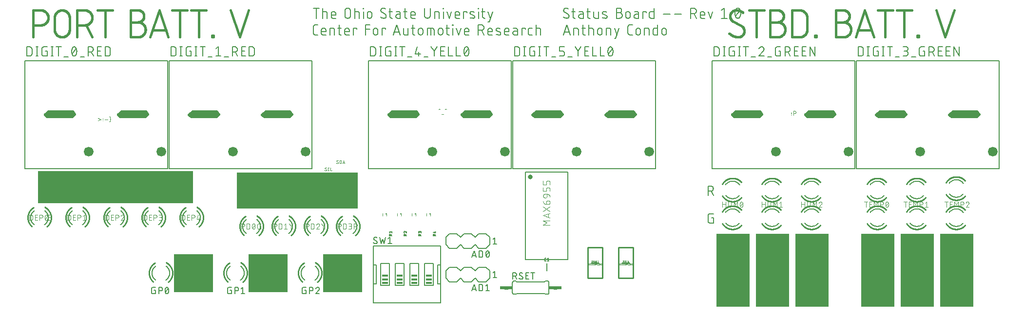
<source format=gto>
G75*
%MOIN*%
%OFA0B0*%
%FSLAX25Y25*%
%IPPOS*%
%LPD*%
%AMOC8*
5,1,8,0,0,1.08239X$1,22.5*
%
%ADD10R,0.23000X0.50000*%
%ADD11C,0.00600*%
%ADD12C,0.00300*%
%ADD13R,1.06000X0.22000*%
%ADD14R,0.83000X0.25000*%
%ADD15R,0.27000X0.26000*%
%ADD16C,0.00200*%
%ADD17C,0.01600*%
%ADD18C,0.00100*%
%ADD19C,0.00800*%
%ADD20C,0.06614*%
%ADD21C,0.01565*%
%ADD22C,0.00700*%
%ADD23C,0.02400*%
%ADD24C,0.00500*%
%ADD25R,0.03400X0.02400*%
%ADD26C,0.03150*%
%ADD27C,0.00400*%
%ADD28R,0.04000X0.01500*%
%ADD29C,0.01000*%
%ADD30R,0.00886X0.00984*%
D10*
X0492800Y0030300D03*
X0519800Y0030300D03*
X0546800Y0030300D03*
X0591800Y0030300D03*
X0618800Y0030300D03*
X0645800Y0030300D03*
D11*
X0640500Y0069900D02*
X0640592Y0070019D01*
X0640686Y0070136D01*
X0640784Y0070250D01*
X0640884Y0070362D01*
X0640988Y0070472D01*
X0641093Y0070578D01*
X0641202Y0070683D01*
X0641313Y0070784D01*
X0641427Y0070882D01*
X0641543Y0070978D01*
X0641661Y0071071D01*
X0641782Y0071160D01*
X0641905Y0071247D01*
X0642030Y0071330D01*
X0642157Y0071411D01*
X0642286Y0071488D01*
X0642417Y0071562D01*
X0642550Y0071633D01*
X0642684Y0071700D01*
X0642820Y0071764D01*
X0642958Y0071824D01*
X0643097Y0071881D01*
X0643238Y0071934D01*
X0643380Y0071984D01*
X0643523Y0072031D01*
X0643667Y0072073D01*
X0643812Y0072113D01*
X0643958Y0072148D01*
X0644105Y0072180D01*
X0644253Y0072208D01*
X0644401Y0072232D01*
X0644550Y0072253D01*
X0644700Y0072270D01*
X0644849Y0072283D01*
X0644999Y0072292D01*
X0645150Y0072298D01*
X0645300Y0072300D01*
X0640564Y0062617D02*
X0640658Y0062498D01*
X0640756Y0062382D01*
X0640856Y0062268D01*
X0640960Y0062157D01*
X0641066Y0062049D01*
X0641174Y0061943D01*
X0641286Y0061841D01*
X0641400Y0061741D01*
X0641516Y0061643D01*
X0641635Y0061549D01*
X0641756Y0061458D01*
X0641880Y0061370D01*
X0642006Y0061285D01*
X0642133Y0061204D01*
X0642263Y0061125D01*
X0642395Y0061050D01*
X0642528Y0060979D01*
X0642664Y0060910D01*
X0642801Y0060845D01*
X0642939Y0060784D01*
X0643080Y0060726D01*
X0643221Y0060672D01*
X0643364Y0060621D01*
X0643508Y0060574D01*
X0643653Y0060530D01*
X0643800Y0060491D01*
X0643947Y0060455D01*
X0644095Y0060422D01*
X0644244Y0060394D01*
X0644394Y0060369D01*
X0644544Y0060348D01*
X0644694Y0060331D01*
X0644846Y0060317D01*
X0644997Y0060308D01*
X0645148Y0060302D01*
X0645300Y0060300D01*
X0650182Y0069787D02*
X0650091Y0069912D01*
X0649997Y0070034D01*
X0649899Y0070153D01*
X0649799Y0070270D01*
X0649695Y0070384D01*
X0649589Y0070496D01*
X0649480Y0070604D01*
X0649368Y0070710D01*
X0649253Y0070813D01*
X0649136Y0070913D01*
X0649016Y0071011D01*
X0648894Y0071104D01*
X0648770Y0071195D01*
X0648643Y0071283D01*
X0648514Y0071367D01*
X0648382Y0071448D01*
X0648249Y0071525D01*
X0648114Y0071599D01*
X0647977Y0071670D01*
X0647838Y0071737D01*
X0647698Y0071800D01*
X0647555Y0071860D01*
X0647412Y0071916D01*
X0647267Y0071968D01*
X0647121Y0072017D01*
X0646973Y0072062D01*
X0646825Y0072103D01*
X0646675Y0072140D01*
X0646525Y0072174D01*
X0646373Y0072203D01*
X0646221Y0072229D01*
X0646069Y0072251D01*
X0645916Y0072268D01*
X0645762Y0072282D01*
X0645608Y0072292D01*
X0645454Y0072298D01*
X0645300Y0072300D01*
X0650036Y0062617D02*
X0649942Y0062498D01*
X0649844Y0062382D01*
X0649744Y0062268D01*
X0649640Y0062157D01*
X0649534Y0062049D01*
X0649426Y0061943D01*
X0649314Y0061841D01*
X0649200Y0061741D01*
X0649084Y0061643D01*
X0648965Y0061549D01*
X0648844Y0061458D01*
X0648720Y0061370D01*
X0648594Y0061285D01*
X0648467Y0061204D01*
X0648337Y0061125D01*
X0648205Y0061050D01*
X0648072Y0060979D01*
X0647936Y0060910D01*
X0647799Y0060845D01*
X0647661Y0060784D01*
X0647520Y0060726D01*
X0647379Y0060672D01*
X0647236Y0060621D01*
X0647092Y0060574D01*
X0646947Y0060530D01*
X0646800Y0060491D01*
X0646653Y0060455D01*
X0646505Y0060422D01*
X0646356Y0060394D01*
X0646206Y0060369D01*
X0646056Y0060348D01*
X0645906Y0060331D01*
X0645754Y0060317D01*
X0645603Y0060308D01*
X0645452Y0060302D01*
X0645300Y0060300D01*
X0618300Y0060300D02*
X0618148Y0060302D01*
X0617997Y0060308D01*
X0617846Y0060317D01*
X0617694Y0060331D01*
X0617544Y0060348D01*
X0617394Y0060369D01*
X0617244Y0060394D01*
X0617095Y0060422D01*
X0616947Y0060455D01*
X0616800Y0060491D01*
X0616653Y0060530D01*
X0616508Y0060574D01*
X0616364Y0060621D01*
X0616221Y0060672D01*
X0616080Y0060726D01*
X0615939Y0060784D01*
X0615801Y0060845D01*
X0615664Y0060910D01*
X0615528Y0060979D01*
X0615395Y0061050D01*
X0615263Y0061125D01*
X0615133Y0061204D01*
X0615006Y0061285D01*
X0614880Y0061370D01*
X0614756Y0061458D01*
X0614635Y0061549D01*
X0614516Y0061643D01*
X0614400Y0061741D01*
X0614286Y0061841D01*
X0614174Y0061943D01*
X0614066Y0062049D01*
X0613960Y0062157D01*
X0613856Y0062268D01*
X0613756Y0062382D01*
X0613658Y0062498D01*
X0613564Y0062617D01*
X0618300Y0072300D02*
X0618454Y0072298D01*
X0618608Y0072292D01*
X0618762Y0072282D01*
X0618916Y0072268D01*
X0619069Y0072251D01*
X0619221Y0072229D01*
X0619373Y0072203D01*
X0619525Y0072174D01*
X0619675Y0072140D01*
X0619825Y0072103D01*
X0619973Y0072062D01*
X0620121Y0072017D01*
X0620267Y0071968D01*
X0620412Y0071916D01*
X0620555Y0071860D01*
X0620698Y0071800D01*
X0620838Y0071737D01*
X0620977Y0071670D01*
X0621114Y0071599D01*
X0621249Y0071525D01*
X0621382Y0071448D01*
X0621514Y0071367D01*
X0621643Y0071283D01*
X0621770Y0071195D01*
X0621894Y0071104D01*
X0622016Y0071011D01*
X0622136Y0070913D01*
X0622253Y0070813D01*
X0622368Y0070710D01*
X0622480Y0070604D01*
X0622589Y0070496D01*
X0622695Y0070384D01*
X0622799Y0070270D01*
X0622899Y0070153D01*
X0622997Y0070034D01*
X0623091Y0069912D01*
X0623182Y0069787D01*
X0618300Y0072300D02*
X0618150Y0072298D01*
X0617999Y0072292D01*
X0617849Y0072283D01*
X0617700Y0072270D01*
X0617550Y0072253D01*
X0617401Y0072232D01*
X0617253Y0072208D01*
X0617105Y0072180D01*
X0616958Y0072148D01*
X0616812Y0072113D01*
X0616667Y0072073D01*
X0616523Y0072031D01*
X0616380Y0071984D01*
X0616238Y0071934D01*
X0616097Y0071881D01*
X0615958Y0071824D01*
X0615820Y0071764D01*
X0615684Y0071700D01*
X0615550Y0071633D01*
X0615417Y0071562D01*
X0615286Y0071488D01*
X0615157Y0071411D01*
X0615030Y0071330D01*
X0614905Y0071247D01*
X0614782Y0071160D01*
X0614661Y0071071D01*
X0614543Y0070978D01*
X0614427Y0070882D01*
X0614313Y0070784D01*
X0614202Y0070683D01*
X0614093Y0070578D01*
X0613988Y0070472D01*
X0613884Y0070362D01*
X0613784Y0070250D01*
X0613686Y0070136D01*
X0613592Y0070019D01*
X0613500Y0069900D01*
X0618300Y0060300D02*
X0618452Y0060302D01*
X0618603Y0060308D01*
X0618754Y0060317D01*
X0618906Y0060331D01*
X0619056Y0060348D01*
X0619206Y0060369D01*
X0619356Y0060394D01*
X0619505Y0060422D01*
X0619653Y0060455D01*
X0619800Y0060491D01*
X0619947Y0060530D01*
X0620092Y0060574D01*
X0620236Y0060621D01*
X0620379Y0060672D01*
X0620520Y0060726D01*
X0620661Y0060784D01*
X0620799Y0060845D01*
X0620936Y0060910D01*
X0621072Y0060979D01*
X0621205Y0061050D01*
X0621337Y0061125D01*
X0621467Y0061204D01*
X0621594Y0061285D01*
X0621720Y0061370D01*
X0621844Y0061458D01*
X0621965Y0061549D01*
X0622084Y0061643D01*
X0622200Y0061741D01*
X0622314Y0061841D01*
X0622426Y0061943D01*
X0622534Y0062049D01*
X0622640Y0062157D01*
X0622744Y0062268D01*
X0622844Y0062382D01*
X0622942Y0062498D01*
X0623036Y0062617D01*
X0591300Y0060300D02*
X0591148Y0060302D01*
X0590997Y0060308D01*
X0590846Y0060317D01*
X0590694Y0060331D01*
X0590544Y0060348D01*
X0590394Y0060369D01*
X0590244Y0060394D01*
X0590095Y0060422D01*
X0589947Y0060455D01*
X0589800Y0060491D01*
X0589653Y0060530D01*
X0589508Y0060574D01*
X0589364Y0060621D01*
X0589221Y0060672D01*
X0589080Y0060726D01*
X0588939Y0060784D01*
X0588801Y0060845D01*
X0588664Y0060910D01*
X0588528Y0060979D01*
X0588395Y0061050D01*
X0588263Y0061125D01*
X0588133Y0061204D01*
X0588006Y0061285D01*
X0587880Y0061370D01*
X0587756Y0061458D01*
X0587635Y0061549D01*
X0587516Y0061643D01*
X0587400Y0061741D01*
X0587286Y0061841D01*
X0587174Y0061943D01*
X0587066Y0062049D01*
X0586960Y0062157D01*
X0586856Y0062268D01*
X0586756Y0062382D01*
X0586658Y0062498D01*
X0586564Y0062617D01*
X0591300Y0072300D02*
X0591454Y0072298D01*
X0591608Y0072292D01*
X0591762Y0072282D01*
X0591916Y0072268D01*
X0592069Y0072251D01*
X0592221Y0072229D01*
X0592373Y0072203D01*
X0592525Y0072174D01*
X0592675Y0072140D01*
X0592825Y0072103D01*
X0592973Y0072062D01*
X0593121Y0072017D01*
X0593267Y0071968D01*
X0593412Y0071916D01*
X0593555Y0071860D01*
X0593698Y0071800D01*
X0593838Y0071737D01*
X0593977Y0071670D01*
X0594114Y0071599D01*
X0594249Y0071525D01*
X0594382Y0071448D01*
X0594514Y0071367D01*
X0594643Y0071283D01*
X0594770Y0071195D01*
X0594894Y0071104D01*
X0595016Y0071011D01*
X0595136Y0070913D01*
X0595253Y0070813D01*
X0595368Y0070710D01*
X0595480Y0070604D01*
X0595589Y0070496D01*
X0595695Y0070384D01*
X0595799Y0070270D01*
X0595899Y0070153D01*
X0595997Y0070034D01*
X0596091Y0069912D01*
X0596182Y0069787D01*
X0591300Y0072300D02*
X0591150Y0072298D01*
X0590999Y0072292D01*
X0590849Y0072283D01*
X0590700Y0072270D01*
X0590550Y0072253D01*
X0590401Y0072232D01*
X0590253Y0072208D01*
X0590105Y0072180D01*
X0589958Y0072148D01*
X0589812Y0072113D01*
X0589667Y0072073D01*
X0589523Y0072031D01*
X0589380Y0071984D01*
X0589238Y0071934D01*
X0589097Y0071881D01*
X0588958Y0071824D01*
X0588820Y0071764D01*
X0588684Y0071700D01*
X0588550Y0071633D01*
X0588417Y0071562D01*
X0588286Y0071488D01*
X0588157Y0071411D01*
X0588030Y0071330D01*
X0587905Y0071247D01*
X0587782Y0071160D01*
X0587661Y0071071D01*
X0587543Y0070978D01*
X0587427Y0070882D01*
X0587313Y0070784D01*
X0587202Y0070683D01*
X0587093Y0070578D01*
X0586988Y0070472D01*
X0586884Y0070362D01*
X0586784Y0070250D01*
X0586686Y0070136D01*
X0586592Y0070019D01*
X0586500Y0069900D01*
X0591300Y0060300D02*
X0591452Y0060302D01*
X0591603Y0060308D01*
X0591754Y0060317D01*
X0591906Y0060331D01*
X0592056Y0060348D01*
X0592206Y0060369D01*
X0592356Y0060394D01*
X0592505Y0060422D01*
X0592653Y0060455D01*
X0592800Y0060491D01*
X0592947Y0060530D01*
X0593092Y0060574D01*
X0593236Y0060621D01*
X0593379Y0060672D01*
X0593520Y0060726D01*
X0593661Y0060784D01*
X0593799Y0060845D01*
X0593936Y0060910D01*
X0594072Y0060979D01*
X0594205Y0061050D01*
X0594337Y0061125D01*
X0594467Y0061204D01*
X0594594Y0061285D01*
X0594720Y0061370D01*
X0594844Y0061458D01*
X0594965Y0061549D01*
X0595084Y0061643D01*
X0595200Y0061741D01*
X0595314Y0061841D01*
X0595426Y0061943D01*
X0595534Y0062049D01*
X0595640Y0062157D01*
X0595744Y0062268D01*
X0595844Y0062382D01*
X0595942Y0062498D01*
X0596036Y0062617D01*
X0546300Y0060300D02*
X0546148Y0060302D01*
X0545997Y0060308D01*
X0545846Y0060317D01*
X0545694Y0060331D01*
X0545544Y0060348D01*
X0545394Y0060369D01*
X0545244Y0060394D01*
X0545095Y0060422D01*
X0544947Y0060455D01*
X0544800Y0060491D01*
X0544653Y0060530D01*
X0544508Y0060574D01*
X0544364Y0060621D01*
X0544221Y0060672D01*
X0544080Y0060726D01*
X0543939Y0060784D01*
X0543801Y0060845D01*
X0543664Y0060910D01*
X0543528Y0060979D01*
X0543395Y0061050D01*
X0543263Y0061125D01*
X0543133Y0061204D01*
X0543006Y0061285D01*
X0542880Y0061370D01*
X0542756Y0061458D01*
X0542635Y0061549D01*
X0542516Y0061643D01*
X0542400Y0061741D01*
X0542286Y0061841D01*
X0542174Y0061943D01*
X0542066Y0062049D01*
X0541960Y0062157D01*
X0541856Y0062268D01*
X0541756Y0062382D01*
X0541658Y0062498D01*
X0541564Y0062617D01*
X0546300Y0072300D02*
X0546454Y0072298D01*
X0546608Y0072292D01*
X0546762Y0072282D01*
X0546916Y0072268D01*
X0547069Y0072251D01*
X0547221Y0072229D01*
X0547373Y0072203D01*
X0547525Y0072174D01*
X0547675Y0072140D01*
X0547825Y0072103D01*
X0547973Y0072062D01*
X0548121Y0072017D01*
X0548267Y0071968D01*
X0548412Y0071916D01*
X0548555Y0071860D01*
X0548698Y0071800D01*
X0548838Y0071737D01*
X0548977Y0071670D01*
X0549114Y0071599D01*
X0549249Y0071525D01*
X0549382Y0071448D01*
X0549514Y0071367D01*
X0549643Y0071283D01*
X0549770Y0071195D01*
X0549894Y0071104D01*
X0550016Y0071011D01*
X0550136Y0070913D01*
X0550253Y0070813D01*
X0550368Y0070710D01*
X0550480Y0070604D01*
X0550589Y0070496D01*
X0550695Y0070384D01*
X0550799Y0070270D01*
X0550899Y0070153D01*
X0550997Y0070034D01*
X0551091Y0069912D01*
X0551182Y0069787D01*
X0546300Y0072300D02*
X0546150Y0072298D01*
X0545999Y0072292D01*
X0545849Y0072283D01*
X0545700Y0072270D01*
X0545550Y0072253D01*
X0545401Y0072232D01*
X0545253Y0072208D01*
X0545105Y0072180D01*
X0544958Y0072148D01*
X0544812Y0072113D01*
X0544667Y0072073D01*
X0544523Y0072031D01*
X0544380Y0071984D01*
X0544238Y0071934D01*
X0544097Y0071881D01*
X0543958Y0071824D01*
X0543820Y0071764D01*
X0543684Y0071700D01*
X0543550Y0071633D01*
X0543417Y0071562D01*
X0543286Y0071488D01*
X0543157Y0071411D01*
X0543030Y0071330D01*
X0542905Y0071247D01*
X0542782Y0071160D01*
X0542661Y0071071D01*
X0542543Y0070978D01*
X0542427Y0070882D01*
X0542313Y0070784D01*
X0542202Y0070683D01*
X0542093Y0070578D01*
X0541988Y0070472D01*
X0541884Y0070362D01*
X0541784Y0070250D01*
X0541686Y0070136D01*
X0541592Y0070019D01*
X0541500Y0069900D01*
X0546300Y0060300D02*
X0546452Y0060302D01*
X0546603Y0060308D01*
X0546754Y0060317D01*
X0546906Y0060331D01*
X0547056Y0060348D01*
X0547206Y0060369D01*
X0547356Y0060394D01*
X0547505Y0060422D01*
X0547653Y0060455D01*
X0547800Y0060491D01*
X0547947Y0060530D01*
X0548092Y0060574D01*
X0548236Y0060621D01*
X0548379Y0060672D01*
X0548520Y0060726D01*
X0548661Y0060784D01*
X0548799Y0060845D01*
X0548936Y0060910D01*
X0549072Y0060979D01*
X0549205Y0061050D01*
X0549337Y0061125D01*
X0549467Y0061204D01*
X0549594Y0061285D01*
X0549720Y0061370D01*
X0549844Y0061458D01*
X0549965Y0061549D01*
X0550084Y0061643D01*
X0550200Y0061741D01*
X0550314Y0061841D01*
X0550426Y0061943D01*
X0550534Y0062049D01*
X0550640Y0062157D01*
X0550744Y0062268D01*
X0550844Y0062382D01*
X0550942Y0062498D01*
X0551036Y0062617D01*
X0519300Y0060300D02*
X0519148Y0060302D01*
X0518997Y0060308D01*
X0518846Y0060317D01*
X0518694Y0060331D01*
X0518544Y0060348D01*
X0518394Y0060369D01*
X0518244Y0060394D01*
X0518095Y0060422D01*
X0517947Y0060455D01*
X0517800Y0060491D01*
X0517653Y0060530D01*
X0517508Y0060574D01*
X0517364Y0060621D01*
X0517221Y0060672D01*
X0517080Y0060726D01*
X0516939Y0060784D01*
X0516801Y0060845D01*
X0516664Y0060910D01*
X0516528Y0060979D01*
X0516395Y0061050D01*
X0516263Y0061125D01*
X0516133Y0061204D01*
X0516006Y0061285D01*
X0515880Y0061370D01*
X0515756Y0061458D01*
X0515635Y0061549D01*
X0515516Y0061643D01*
X0515400Y0061741D01*
X0515286Y0061841D01*
X0515174Y0061943D01*
X0515066Y0062049D01*
X0514960Y0062157D01*
X0514856Y0062268D01*
X0514756Y0062382D01*
X0514658Y0062498D01*
X0514564Y0062617D01*
X0519300Y0072300D02*
X0519454Y0072298D01*
X0519608Y0072292D01*
X0519762Y0072282D01*
X0519916Y0072268D01*
X0520069Y0072251D01*
X0520221Y0072229D01*
X0520373Y0072203D01*
X0520525Y0072174D01*
X0520675Y0072140D01*
X0520825Y0072103D01*
X0520973Y0072062D01*
X0521121Y0072017D01*
X0521267Y0071968D01*
X0521412Y0071916D01*
X0521555Y0071860D01*
X0521698Y0071800D01*
X0521838Y0071737D01*
X0521977Y0071670D01*
X0522114Y0071599D01*
X0522249Y0071525D01*
X0522382Y0071448D01*
X0522514Y0071367D01*
X0522643Y0071283D01*
X0522770Y0071195D01*
X0522894Y0071104D01*
X0523016Y0071011D01*
X0523136Y0070913D01*
X0523253Y0070813D01*
X0523368Y0070710D01*
X0523480Y0070604D01*
X0523589Y0070496D01*
X0523695Y0070384D01*
X0523799Y0070270D01*
X0523899Y0070153D01*
X0523997Y0070034D01*
X0524091Y0069912D01*
X0524182Y0069787D01*
X0519300Y0072300D02*
X0519150Y0072298D01*
X0518999Y0072292D01*
X0518849Y0072283D01*
X0518700Y0072270D01*
X0518550Y0072253D01*
X0518401Y0072232D01*
X0518253Y0072208D01*
X0518105Y0072180D01*
X0517958Y0072148D01*
X0517812Y0072113D01*
X0517667Y0072073D01*
X0517523Y0072031D01*
X0517380Y0071984D01*
X0517238Y0071934D01*
X0517097Y0071881D01*
X0516958Y0071824D01*
X0516820Y0071764D01*
X0516684Y0071700D01*
X0516550Y0071633D01*
X0516417Y0071562D01*
X0516286Y0071488D01*
X0516157Y0071411D01*
X0516030Y0071330D01*
X0515905Y0071247D01*
X0515782Y0071160D01*
X0515661Y0071071D01*
X0515543Y0070978D01*
X0515427Y0070882D01*
X0515313Y0070784D01*
X0515202Y0070683D01*
X0515093Y0070578D01*
X0514988Y0070472D01*
X0514884Y0070362D01*
X0514784Y0070250D01*
X0514686Y0070136D01*
X0514592Y0070019D01*
X0514500Y0069900D01*
X0519300Y0060300D02*
X0519452Y0060302D01*
X0519603Y0060308D01*
X0519754Y0060317D01*
X0519906Y0060331D01*
X0520056Y0060348D01*
X0520206Y0060369D01*
X0520356Y0060394D01*
X0520505Y0060422D01*
X0520653Y0060455D01*
X0520800Y0060491D01*
X0520947Y0060530D01*
X0521092Y0060574D01*
X0521236Y0060621D01*
X0521379Y0060672D01*
X0521520Y0060726D01*
X0521661Y0060784D01*
X0521799Y0060845D01*
X0521936Y0060910D01*
X0522072Y0060979D01*
X0522205Y0061050D01*
X0522337Y0061125D01*
X0522467Y0061204D01*
X0522594Y0061285D01*
X0522720Y0061370D01*
X0522844Y0061458D01*
X0522965Y0061549D01*
X0523084Y0061643D01*
X0523200Y0061741D01*
X0523314Y0061841D01*
X0523426Y0061943D01*
X0523534Y0062049D01*
X0523640Y0062157D01*
X0523744Y0062268D01*
X0523844Y0062382D01*
X0523942Y0062498D01*
X0524036Y0062617D01*
X0492300Y0060300D02*
X0492148Y0060302D01*
X0491997Y0060308D01*
X0491846Y0060317D01*
X0491694Y0060331D01*
X0491544Y0060348D01*
X0491394Y0060369D01*
X0491244Y0060394D01*
X0491095Y0060422D01*
X0490947Y0060455D01*
X0490800Y0060491D01*
X0490653Y0060530D01*
X0490508Y0060574D01*
X0490364Y0060621D01*
X0490221Y0060672D01*
X0490080Y0060726D01*
X0489939Y0060784D01*
X0489801Y0060845D01*
X0489664Y0060910D01*
X0489528Y0060979D01*
X0489395Y0061050D01*
X0489263Y0061125D01*
X0489133Y0061204D01*
X0489006Y0061285D01*
X0488880Y0061370D01*
X0488756Y0061458D01*
X0488635Y0061549D01*
X0488516Y0061643D01*
X0488400Y0061741D01*
X0488286Y0061841D01*
X0488174Y0061943D01*
X0488066Y0062049D01*
X0487960Y0062157D01*
X0487856Y0062268D01*
X0487756Y0062382D01*
X0487658Y0062498D01*
X0487564Y0062617D01*
X0492300Y0072300D02*
X0492454Y0072298D01*
X0492608Y0072292D01*
X0492762Y0072282D01*
X0492916Y0072268D01*
X0493069Y0072251D01*
X0493221Y0072229D01*
X0493373Y0072203D01*
X0493525Y0072174D01*
X0493675Y0072140D01*
X0493825Y0072103D01*
X0493973Y0072062D01*
X0494121Y0072017D01*
X0494267Y0071968D01*
X0494412Y0071916D01*
X0494555Y0071860D01*
X0494698Y0071800D01*
X0494838Y0071737D01*
X0494977Y0071670D01*
X0495114Y0071599D01*
X0495249Y0071525D01*
X0495382Y0071448D01*
X0495514Y0071367D01*
X0495643Y0071283D01*
X0495770Y0071195D01*
X0495894Y0071104D01*
X0496016Y0071011D01*
X0496136Y0070913D01*
X0496253Y0070813D01*
X0496368Y0070710D01*
X0496480Y0070604D01*
X0496589Y0070496D01*
X0496695Y0070384D01*
X0496799Y0070270D01*
X0496899Y0070153D01*
X0496997Y0070034D01*
X0497091Y0069912D01*
X0497182Y0069787D01*
X0492300Y0072300D02*
X0492150Y0072298D01*
X0491999Y0072292D01*
X0491849Y0072283D01*
X0491700Y0072270D01*
X0491550Y0072253D01*
X0491401Y0072232D01*
X0491253Y0072208D01*
X0491105Y0072180D01*
X0490958Y0072148D01*
X0490812Y0072113D01*
X0490667Y0072073D01*
X0490523Y0072031D01*
X0490380Y0071984D01*
X0490238Y0071934D01*
X0490097Y0071881D01*
X0489958Y0071824D01*
X0489820Y0071764D01*
X0489684Y0071700D01*
X0489550Y0071633D01*
X0489417Y0071562D01*
X0489286Y0071488D01*
X0489157Y0071411D01*
X0489030Y0071330D01*
X0488905Y0071247D01*
X0488782Y0071160D01*
X0488661Y0071071D01*
X0488543Y0070978D01*
X0488427Y0070882D01*
X0488313Y0070784D01*
X0488202Y0070683D01*
X0488093Y0070578D01*
X0487988Y0070472D01*
X0487884Y0070362D01*
X0487784Y0070250D01*
X0487686Y0070136D01*
X0487592Y0070019D01*
X0487500Y0069900D01*
X0479156Y0069000D02*
X0477022Y0069000D01*
X0476948Y0068998D01*
X0476873Y0068992D01*
X0476800Y0068982D01*
X0476726Y0068969D01*
X0476654Y0068952D01*
X0476583Y0068930D01*
X0476512Y0068906D01*
X0476444Y0068877D01*
X0476376Y0068845D01*
X0476311Y0068809D01*
X0476248Y0068771D01*
X0476186Y0068728D01*
X0476127Y0068683D01*
X0476070Y0068635D01*
X0476016Y0068584D01*
X0475965Y0068529D01*
X0475917Y0068473D01*
X0475872Y0068414D01*
X0475829Y0068352D01*
X0475791Y0068289D01*
X0475755Y0068224D01*
X0475723Y0068156D01*
X0475694Y0068088D01*
X0475670Y0068017D01*
X0475648Y0067946D01*
X0475631Y0067874D01*
X0475618Y0067800D01*
X0475608Y0067727D01*
X0475602Y0067652D01*
X0475600Y0067578D01*
X0475600Y0064022D01*
X0475602Y0063948D01*
X0475608Y0063873D01*
X0475618Y0063800D01*
X0475631Y0063726D01*
X0475648Y0063654D01*
X0475670Y0063583D01*
X0475694Y0063512D01*
X0475723Y0063444D01*
X0475755Y0063376D01*
X0475791Y0063311D01*
X0475829Y0063248D01*
X0475872Y0063186D01*
X0475917Y0063127D01*
X0475965Y0063070D01*
X0476016Y0063016D01*
X0476070Y0062965D01*
X0476127Y0062917D01*
X0476186Y0062872D01*
X0476248Y0062829D01*
X0476311Y0062791D01*
X0476376Y0062755D01*
X0476444Y0062723D01*
X0476512Y0062694D01*
X0476583Y0062670D01*
X0476654Y0062648D01*
X0476726Y0062631D01*
X0476800Y0062618D01*
X0476873Y0062608D01*
X0476948Y0062602D01*
X0477022Y0062600D01*
X0479156Y0062600D01*
X0479156Y0066156D01*
X0478089Y0066156D01*
X0492300Y0060300D02*
X0492452Y0060302D01*
X0492603Y0060308D01*
X0492754Y0060317D01*
X0492906Y0060331D01*
X0493056Y0060348D01*
X0493206Y0060369D01*
X0493356Y0060394D01*
X0493505Y0060422D01*
X0493653Y0060455D01*
X0493800Y0060491D01*
X0493947Y0060530D01*
X0494092Y0060574D01*
X0494236Y0060621D01*
X0494379Y0060672D01*
X0494520Y0060726D01*
X0494661Y0060784D01*
X0494799Y0060845D01*
X0494936Y0060910D01*
X0495072Y0060979D01*
X0495205Y0061050D01*
X0495337Y0061125D01*
X0495467Y0061204D01*
X0495594Y0061285D01*
X0495720Y0061370D01*
X0495844Y0061458D01*
X0495965Y0061549D01*
X0496084Y0061643D01*
X0496200Y0061741D01*
X0496314Y0061841D01*
X0496426Y0061943D01*
X0496534Y0062049D01*
X0496640Y0062157D01*
X0496744Y0062268D01*
X0496844Y0062382D01*
X0496942Y0062498D01*
X0497036Y0062617D01*
X0479156Y0081600D02*
X0477733Y0084444D01*
X0477378Y0084444D02*
X0475600Y0084444D01*
X0477378Y0084444D02*
X0477461Y0084446D01*
X0477544Y0084452D01*
X0477627Y0084462D01*
X0477710Y0084475D01*
X0477791Y0084493D01*
X0477872Y0084514D01*
X0477951Y0084539D01*
X0478029Y0084568D01*
X0478106Y0084600D01*
X0478181Y0084636D01*
X0478255Y0084675D01*
X0478326Y0084718D01*
X0478396Y0084764D01*
X0478463Y0084814D01*
X0478528Y0084866D01*
X0478590Y0084921D01*
X0478650Y0084980D01*
X0478707Y0085041D01*
X0478761Y0085104D01*
X0478812Y0085170D01*
X0478859Y0085239D01*
X0478904Y0085309D01*
X0478945Y0085382D01*
X0478982Y0085456D01*
X0479017Y0085532D01*
X0479047Y0085610D01*
X0479074Y0085688D01*
X0479097Y0085769D01*
X0479117Y0085850D01*
X0479132Y0085932D01*
X0479144Y0086014D01*
X0479152Y0086097D01*
X0479156Y0086180D01*
X0479156Y0086264D01*
X0479152Y0086347D01*
X0479144Y0086430D01*
X0479132Y0086512D01*
X0479117Y0086594D01*
X0479097Y0086675D01*
X0479074Y0086756D01*
X0479047Y0086834D01*
X0479017Y0086912D01*
X0478982Y0086988D01*
X0478945Y0087062D01*
X0478904Y0087135D01*
X0478859Y0087205D01*
X0478812Y0087274D01*
X0478761Y0087340D01*
X0478707Y0087403D01*
X0478650Y0087464D01*
X0478590Y0087523D01*
X0478528Y0087578D01*
X0478463Y0087630D01*
X0478396Y0087680D01*
X0478326Y0087726D01*
X0478255Y0087769D01*
X0478181Y0087808D01*
X0478106Y0087844D01*
X0478029Y0087876D01*
X0477951Y0087905D01*
X0477872Y0087930D01*
X0477791Y0087951D01*
X0477710Y0087969D01*
X0477627Y0087982D01*
X0477544Y0087992D01*
X0477461Y0087998D01*
X0477378Y0088000D01*
X0475600Y0088000D01*
X0475600Y0081600D01*
X0492300Y0091300D02*
X0492454Y0091298D01*
X0492608Y0091292D01*
X0492762Y0091282D01*
X0492916Y0091268D01*
X0493069Y0091251D01*
X0493221Y0091229D01*
X0493373Y0091203D01*
X0493525Y0091174D01*
X0493675Y0091140D01*
X0493825Y0091103D01*
X0493973Y0091062D01*
X0494121Y0091017D01*
X0494267Y0090968D01*
X0494412Y0090916D01*
X0494555Y0090860D01*
X0494698Y0090800D01*
X0494838Y0090737D01*
X0494977Y0090670D01*
X0495114Y0090599D01*
X0495249Y0090525D01*
X0495382Y0090448D01*
X0495514Y0090367D01*
X0495643Y0090283D01*
X0495770Y0090195D01*
X0495894Y0090104D01*
X0496016Y0090011D01*
X0496136Y0089913D01*
X0496253Y0089813D01*
X0496368Y0089710D01*
X0496480Y0089604D01*
X0496589Y0089496D01*
X0496695Y0089384D01*
X0496799Y0089270D01*
X0496899Y0089153D01*
X0496997Y0089034D01*
X0497091Y0088912D01*
X0497182Y0088787D01*
X0492300Y0079300D02*
X0492148Y0079302D01*
X0491997Y0079308D01*
X0491846Y0079317D01*
X0491694Y0079331D01*
X0491544Y0079348D01*
X0491394Y0079369D01*
X0491244Y0079394D01*
X0491095Y0079422D01*
X0490947Y0079455D01*
X0490800Y0079491D01*
X0490653Y0079530D01*
X0490508Y0079574D01*
X0490364Y0079621D01*
X0490221Y0079672D01*
X0490080Y0079726D01*
X0489939Y0079784D01*
X0489801Y0079845D01*
X0489664Y0079910D01*
X0489528Y0079979D01*
X0489395Y0080050D01*
X0489263Y0080125D01*
X0489133Y0080204D01*
X0489006Y0080285D01*
X0488880Y0080370D01*
X0488756Y0080458D01*
X0488635Y0080549D01*
X0488516Y0080643D01*
X0488400Y0080741D01*
X0488286Y0080841D01*
X0488174Y0080943D01*
X0488066Y0081049D01*
X0487960Y0081157D01*
X0487856Y0081268D01*
X0487756Y0081382D01*
X0487658Y0081498D01*
X0487564Y0081617D01*
X0492300Y0079300D02*
X0492452Y0079302D01*
X0492603Y0079308D01*
X0492754Y0079317D01*
X0492906Y0079331D01*
X0493056Y0079348D01*
X0493206Y0079369D01*
X0493356Y0079394D01*
X0493505Y0079422D01*
X0493653Y0079455D01*
X0493800Y0079491D01*
X0493947Y0079530D01*
X0494092Y0079574D01*
X0494236Y0079621D01*
X0494379Y0079672D01*
X0494520Y0079726D01*
X0494661Y0079784D01*
X0494799Y0079845D01*
X0494936Y0079910D01*
X0495072Y0079979D01*
X0495205Y0080050D01*
X0495337Y0080125D01*
X0495467Y0080204D01*
X0495594Y0080285D01*
X0495720Y0080370D01*
X0495844Y0080458D01*
X0495965Y0080549D01*
X0496084Y0080643D01*
X0496200Y0080741D01*
X0496314Y0080841D01*
X0496426Y0080943D01*
X0496534Y0081049D01*
X0496640Y0081157D01*
X0496744Y0081268D01*
X0496844Y0081382D01*
X0496942Y0081498D01*
X0497036Y0081617D01*
X0492300Y0091300D02*
X0492150Y0091298D01*
X0491999Y0091292D01*
X0491849Y0091283D01*
X0491700Y0091270D01*
X0491550Y0091253D01*
X0491401Y0091232D01*
X0491253Y0091208D01*
X0491105Y0091180D01*
X0490958Y0091148D01*
X0490812Y0091113D01*
X0490667Y0091073D01*
X0490523Y0091031D01*
X0490380Y0090984D01*
X0490238Y0090934D01*
X0490097Y0090881D01*
X0489958Y0090824D01*
X0489820Y0090764D01*
X0489684Y0090700D01*
X0489550Y0090633D01*
X0489417Y0090562D01*
X0489286Y0090488D01*
X0489157Y0090411D01*
X0489030Y0090330D01*
X0488905Y0090247D01*
X0488782Y0090160D01*
X0488661Y0090071D01*
X0488543Y0089978D01*
X0488427Y0089882D01*
X0488313Y0089784D01*
X0488202Y0089683D01*
X0488093Y0089578D01*
X0487988Y0089472D01*
X0487884Y0089362D01*
X0487784Y0089250D01*
X0487686Y0089136D01*
X0487592Y0089019D01*
X0487500Y0088900D01*
X0519300Y0091300D02*
X0519454Y0091298D01*
X0519608Y0091292D01*
X0519762Y0091282D01*
X0519916Y0091268D01*
X0520069Y0091251D01*
X0520221Y0091229D01*
X0520373Y0091203D01*
X0520525Y0091174D01*
X0520675Y0091140D01*
X0520825Y0091103D01*
X0520973Y0091062D01*
X0521121Y0091017D01*
X0521267Y0090968D01*
X0521412Y0090916D01*
X0521555Y0090860D01*
X0521698Y0090800D01*
X0521838Y0090737D01*
X0521977Y0090670D01*
X0522114Y0090599D01*
X0522249Y0090525D01*
X0522382Y0090448D01*
X0522514Y0090367D01*
X0522643Y0090283D01*
X0522770Y0090195D01*
X0522894Y0090104D01*
X0523016Y0090011D01*
X0523136Y0089913D01*
X0523253Y0089813D01*
X0523368Y0089710D01*
X0523480Y0089604D01*
X0523589Y0089496D01*
X0523695Y0089384D01*
X0523799Y0089270D01*
X0523899Y0089153D01*
X0523997Y0089034D01*
X0524091Y0088912D01*
X0524182Y0088787D01*
X0519300Y0079300D02*
X0519148Y0079302D01*
X0518997Y0079308D01*
X0518846Y0079317D01*
X0518694Y0079331D01*
X0518544Y0079348D01*
X0518394Y0079369D01*
X0518244Y0079394D01*
X0518095Y0079422D01*
X0517947Y0079455D01*
X0517800Y0079491D01*
X0517653Y0079530D01*
X0517508Y0079574D01*
X0517364Y0079621D01*
X0517221Y0079672D01*
X0517080Y0079726D01*
X0516939Y0079784D01*
X0516801Y0079845D01*
X0516664Y0079910D01*
X0516528Y0079979D01*
X0516395Y0080050D01*
X0516263Y0080125D01*
X0516133Y0080204D01*
X0516006Y0080285D01*
X0515880Y0080370D01*
X0515756Y0080458D01*
X0515635Y0080549D01*
X0515516Y0080643D01*
X0515400Y0080741D01*
X0515286Y0080841D01*
X0515174Y0080943D01*
X0515066Y0081049D01*
X0514960Y0081157D01*
X0514856Y0081268D01*
X0514756Y0081382D01*
X0514658Y0081498D01*
X0514564Y0081617D01*
X0519300Y0079300D02*
X0519452Y0079302D01*
X0519603Y0079308D01*
X0519754Y0079317D01*
X0519906Y0079331D01*
X0520056Y0079348D01*
X0520206Y0079369D01*
X0520356Y0079394D01*
X0520505Y0079422D01*
X0520653Y0079455D01*
X0520800Y0079491D01*
X0520947Y0079530D01*
X0521092Y0079574D01*
X0521236Y0079621D01*
X0521379Y0079672D01*
X0521520Y0079726D01*
X0521661Y0079784D01*
X0521799Y0079845D01*
X0521936Y0079910D01*
X0522072Y0079979D01*
X0522205Y0080050D01*
X0522337Y0080125D01*
X0522467Y0080204D01*
X0522594Y0080285D01*
X0522720Y0080370D01*
X0522844Y0080458D01*
X0522965Y0080549D01*
X0523084Y0080643D01*
X0523200Y0080741D01*
X0523314Y0080841D01*
X0523426Y0080943D01*
X0523534Y0081049D01*
X0523640Y0081157D01*
X0523744Y0081268D01*
X0523844Y0081382D01*
X0523942Y0081498D01*
X0524036Y0081617D01*
X0519300Y0091300D02*
X0519150Y0091298D01*
X0518999Y0091292D01*
X0518849Y0091283D01*
X0518700Y0091270D01*
X0518550Y0091253D01*
X0518401Y0091232D01*
X0518253Y0091208D01*
X0518105Y0091180D01*
X0517958Y0091148D01*
X0517812Y0091113D01*
X0517667Y0091073D01*
X0517523Y0091031D01*
X0517380Y0090984D01*
X0517238Y0090934D01*
X0517097Y0090881D01*
X0516958Y0090824D01*
X0516820Y0090764D01*
X0516684Y0090700D01*
X0516550Y0090633D01*
X0516417Y0090562D01*
X0516286Y0090488D01*
X0516157Y0090411D01*
X0516030Y0090330D01*
X0515905Y0090247D01*
X0515782Y0090160D01*
X0515661Y0090071D01*
X0515543Y0089978D01*
X0515427Y0089882D01*
X0515313Y0089784D01*
X0515202Y0089683D01*
X0515093Y0089578D01*
X0514988Y0089472D01*
X0514884Y0089362D01*
X0514784Y0089250D01*
X0514686Y0089136D01*
X0514592Y0089019D01*
X0514500Y0088900D01*
X0546300Y0091300D02*
X0546454Y0091298D01*
X0546608Y0091292D01*
X0546762Y0091282D01*
X0546916Y0091268D01*
X0547069Y0091251D01*
X0547221Y0091229D01*
X0547373Y0091203D01*
X0547525Y0091174D01*
X0547675Y0091140D01*
X0547825Y0091103D01*
X0547973Y0091062D01*
X0548121Y0091017D01*
X0548267Y0090968D01*
X0548412Y0090916D01*
X0548555Y0090860D01*
X0548698Y0090800D01*
X0548838Y0090737D01*
X0548977Y0090670D01*
X0549114Y0090599D01*
X0549249Y0090525D01*
X0549382Y0090448D01*
X0549514Y0090367D01*
X0549643Y0090283D01*
X0549770Y0090195D01*
X0549894Y0090104D01*
X0550016Y0090011D01*
X0550136Y0089913D01*
X0550253Y0089813D01*
X0550368Y0089710D01*
X0550480Y0089604D01*
X0550589Y0089496D01*
X0550695Y0089384D01*
X0550799Y0089270D01*
X0550899Y0089153D01*
X0550997Y0089034D01*
X0551091Y0088912D01*
X0551182Y0088787D01*
X0546300Y0079300D02*
X0546148Y0079302D01*
X0545997Y0079308D01*
X0545846Y0079317D01*
X0545694Y0079331D01*
X0545544Y0079348D01*
X0545394Y0079369D01*
X0545244Y0079394D01*
X0545095Y0079422D01*
X0544947Y0079455D01*
X0544800Y0079491D01*
X0544653Y0079530D01*
X0544508Y0079574D01*
X0544364Y0079621D01*
X0544221Y0079672D01*
X0544080Y0079726D01*
X0543939Y0079784D01*
X0543801Y0079845D01*
X0543664Y0079910D01*
X0543528Y0079979D01*
X0543395Y0080050D01*
X0543263Y0080125D01*
X0543133Y0080204D01*
X0543006Y0080285D01*
X0542880Y0080370D01*
X0542756Y0080458D01*
X0542635Y0080549D01*
X0542516Y0080643D01*
X0542400Y0080741D01*
X0542286Y0080841D01*
X0542174Y0080943D01*
X0542066Y0081049D01*
X0541960Y0081157D01*
X0541856Y0081268D01*
X0541756Y0081382D01*
X0541658Y0081498D01*
X0541564Y0081617D01*
X0546300Y0079300D02*
X0546452Y0079302D01*
X0546603Y0079308D01*
X0546754Y0079317D01*
X0546906Y0079331D01*
X0547056Y0079348D01*
X0547206Y0079369D01*
X0547356Y0079394D01*
X0547505Y0079422D01*
X0547653Y0079455D01*
X0547800Y0079491D01*
X0547947Y0079530D01*
X0548092Y0079574D01*
X0548236Y0079621D01*
X0548379Y0079672D01*
X0548520Y0079726D01*
X0548661Y0079784D01*
X0548799Y0079845D01*
X0548936Y0079910D01*
X0549072Y0079979D01*
X0549205Y0080050D01*
X0549337Y0080125D01*
X0549467Y0080204D01*
X0549594Y0080285D01*
X0549720Y0080370D01*
X0549844Y0080458D01*
X0549965Y0080549D01*
X0550084Y0080643D01*
X0550200Y0080741D01*
X0550314Y0080841D01*
X0550426Y0080943D01*
X0550534Y0081049D01*
X0550640Y0081157D01*
X0550744Y0081268D01*
X0550844Y0081382D01*
X0550942Y0081498D01*
X0551036Y0081617D01*
X0546300Y0091300D02*
X0546150Y0091298D01*
X0545999Y0091292D01*
X0545849Y0091283D01*
X0545700Y0091270D01*
X0545550Y0091253D01*
X0545401Y0091232D01*
X0545253Y0091208D01*
X0545105Y0091180D01*
X0544958Y0091148D01*
X0544812Y0091113D01*
X0544667Y0091073D01*
X0544523Y0091031D01*
X0544380Y0090984D01*
X0544238Y0090934D01*
X0544097Y0090881D01*
X0543958Y0090824D01*
X0543820Y0090764D01*
X0543684Y0090700D01*
X0543550Y0090633D01*
X0543417Y0090562D01*
X0543286Y0090488D01*
X0543157Y0090411D01*
X0543030Y0090330D01*
X0542905Y0090247D01*
X0542782Y0090160D01*
X0542661Y0090071D01*
X0542543Y0089978D01*
X0542427Y0089882D01*
X0542313Y0089784D01*
X0542202Y0089683D01*
X0542093Y0089578D01*
X0541988Y0089472D01*
X0541884Y0089362D01*
X0541784Y0089250D01*
X0541686Y0089136D01*
X0541592Y0089019D01*
X0541500Y0088900D01*
X0591300Y0091300D02*
X0591454Y0091298D01*
X0591608Y0091292D01*
X0591762Y0091282D01*
X0591916Y0091268D01*
X0592069Y0091251D01*
X0592221Y0091229D01*
X0592373Y0091203D01*
X0592525Y0091174D01*
X0592675Y0091140D01*
X0592825Y0091103D01*
X0592973Y0091062D01*
X0593121Y0091017D01*
X0593267Y0090968D01*
X0593412Y0090916D01*
X0593555Y0090860D01*
X0593698Y0090800D01*
X0593838Y0090737D01*
X0593977Y0090670D01*
X0594114Y0090599D01*
X0594249Y0090525D01*
X0594382Y0090448D01*
X0594514Y0090367D01*
X0594643Y0090283D01*
X0594770Y0090195D01*
X0594894Y0090104D01*
X0595016Y0090011D01*
X0595136Y0089913D01*
X0595253Y0089813D01*
X0595368Y0089710D01*
X0595480Y0089604D01*
X0595589Y0089496D01*
X0595695Y0089384D01*
X0595799Y0089270D01*
X0595899Y0089153D01*
X0595997Y0089034D01*
X0596091Y0088912D01*
X0596182Y0088787D01*
X0591300Y0079300D02*
X0591148Y0079302D01*
X0590997Y0079308D01*
X0590846Y0079317D01*
X0590694Y0079331D01*
X0590544Y0079348D01*
X0590394Y0079369D01*
X0590244Y0079394D01*
X0590095Y0079422D01*
X0589947Y0079455D01*
X0589800Y0079491D01*
X0589653Y0079530D01*
X0589508Y0079574D01*
X0589364Y0079621D01*
X0589221Y0079672D01*
X0589080Y0079726D01*
X0588939Y0079784D01*
X0588801Y0079845D01*
X0588664Y0079910D01*
X0588528Y0079979D01*
X0588395Y0080050D01*
X0588263Y0080125D01*
X0588133Y0080204D01*
X0588006Y0080285D01*
X0587880Y0080370D01*
X0587756Y0080458D01*
X0587635Y0080549D01*
X0587516Y0080643D01*
X0587400Y0080741D01*
X0587286Y0080841D01*
X0587174Y0080943D01*
X0587066Y0081049D01*
X0586960Y0081157D01*
X0586856Y0081268D01*
X0586756Y0081382D01*
X0586658Y0081498D01*
X0586564Y0081617D01*
X0591300Y0079300D02*
X0591452Y0079302D01*
X0591603Y0079308D01*
X0591754Y0079317D01*
X0591906Y0079331D01*
X0592056Y0079348D01*
X0592206Y0079369D01*
X0592356Y0079394D01*
X0592505Y0079422D01*
X0592653Y0079455D01*
X0592800Y0079491D01*
X0592947Y0079530D01*
X0593092Y0079574D01*
X0593236Y0079621D01*
X0593379Y0079672D01*
X0593520Y0079726D01*
X0593661Y0079784D01*
X0593799Y0079845D01*
X0593936Y0079910D01*
X0594072Y0079979D01*
X0594205Y0080050D01*
X0594337Y0080125D01*
X0594467Y0080204D01*
X0594594Y0080285D01*
X0594720Y0080370D01*
X0594844Y0080458D01*
X0594965Y0080549D01*
X0595084Y0080643D01*
X0595200Y0080741D01*
X0595314Y0080841D01*
X0595426Y0080943D01*
X0595534Y0081049D01*
X0595640Y0081157D01*
X0595744Y0081268D01*
X0595844Y0081382D01*
X0595942Y0081498D01*
X0596036Y0081617D01*
X0591300Y0091300D02*
X0591150Y0091298D01*
X0590999Y0091292D01*
X0590849Y0091283D01*
X0590700Y0091270D01*
X0590550Y0091253D01*
X0590401Y0091232D01*
X0590253Y0091208D01*
X0590105Y0091180D01*
X0589958Y0091148D01*
X0589812Y0091113D01*
X0589667Y0091073D01*
X0589523Y0091031D01*
X0589380Y0090984D01*
X0589238Y0090934D01*
X0589097Y0090881D01*
X0588958Y0090824D01*
X0588820Y0090764D01*
X0588684Y0090700D01*
X0588550Y0090633D01*
X0588417Y0090562D01*
X0588286Y0090488D01*
X0588157Y0090411D01*
X0588030Y0090330D01*
X0587905Y0090247D01*
X0587782Y0090160D01*
X0587661Y0090071D01*
X0587543Y0089978D01*
X0587427Y0089882D01*
X0587313Y0089784D01*
X0587202Y0089683D01*
X0587093Y0089578D01*
X0586988Y0089472D01*
X0586884Y0089362D01*
X0586784Y0089250D01*
X0586686Y0089136D01*
X0586592Y0089019D01*
X0586500Y0088900D01*
X0618300Y0091300D02*
X0618454Y0091298D01*
X0618608Y0091292D01*
X0618762Y0091282D01*
X0618916Y0091268D01*
X0619069Y0091251D01*
X0619221Y0091229D01*
X0619373Y0091203D01*
X0619525Y0091174D01*
X0619675Y0091140D01*
X0619825Y0091103D01*
X0619973Y0091062D01*
X0620121Y0091017D01*
X0620267Y0090968D01*
X0620412Y0090916D01*
X0620555Y0090860D01*
X0620698Y0090800D01*
X0620838Y0090737D01*
X0620977Y0090670D01*
X0621114Y0090599D01*
X0621249Y0090525D01*
X0621382Y0090448D01*
X0621514Y0090367D01*
X0621643Y0090283D01*
X0621770Y0090195D01*
X0621894Y0090104D01*
X0622016Y0090011D01*
X0622136Y0089913D01*
X0622253Y0089813D01*
X0622368Y0089710D01*
X0622480Y0089604D01*
X0622589Y0089496D01*
X0622695Y0089384D01*
X0622799Y0089270D01*
X0622899Y0089153D01*
X0622997Y0089034D01*
X0623091Y0088912D01*
X0623182Y0088787D01*
X0618300Y0079300D02*
X0618148Y0079302D01*
X0617997Y0079308D01*
X0617846Y0079317D01*
X0617694Y0079331D01*
X0617544Y0079348D01*
X0617394Y0079369D01*
X0617244Y0079394D01*
X0617095Y0079422D01*
X0616947Y0079455D01*
X0616800Y0079491D01*
X0616653Y0079530D01*
X0616508Y0079574D01*
X0616364Y0079621D01*
X0616221Y0079672D01*
X0616080Y0079726D01*
X0615939Y0079784D01*
X0615801Y0079845D01*
X0615664Y0079910D01*
X0615528Y0079979D01*
X0615395Y0080050D01*
X0615263Y0080125D01*
X0615133Y0080204D01*
X0615006Y0080285D01*
X0614880Y0080370D01*
X0614756Y0080458D01*
X0614635Y0080549D01*
X0614516Y0080643D01*
X0614400Y0080741D01*
X0614286Y0080841D01*
X0614174Y0080943D01*
X0614066Y0081049D01*
X0613960Y0081157D01*
X0613856Y0081268D01*
X0613756Y0081382D01*
X0613658Y0081498D01*
X0613564Y0081617D01*
X0618300Y0079300D02*
X0618452Y0079302D01*
X0618603Y0079308D01*
X0618754Y0079317D01*
X0618906Y0079331D01*
X0619056Y0079348D01*
X0619206Y0079369D01*
X0619356Y0079394D01*
X0619505Y0079422D01*
X0619653Y0079455D01*
X0619800Y0079491D01*
X0619947Y0079530D01*
X0620092Y0079574D01*
X0620236Y0079621D01*
X0620379Y0079672D01*
X0620520Y0079726D01*
X0620661Y0079784D01*
X0620799Y0079845D01*
X0620936Y0079910D01*
X0621072Y0079979D01*
X0621205Y0080050D01*
X0621337Y0080125D01*
X0621467Y0080204D01*
X0621594Y0080285D01*
X0621720Y0080370D01*
X0621844Y0080458D01*
X0621965Y0080549D01*
X0622084Y0080643D01*
X0622200Y0080741D01*
X0622314Y0080841D01*
X0622426Y0080943D01*
X0622534Y0081049D01*
X0622640Y0081157D01*
X0622744Y0081268D01*
X0622844Y0081382D01*
X0622942Y0081498D01*
X0623036Y0081617D01*
X0618300Y0091300D02*
X0618150Y0091298D01*
X0617999Y0091292D01*
X0617849Y0091283D01*
X0617700Y0091270D01*
X0617550Y0091253D01*
X0617401Y0091232D01*
X0617253Y0091208D01*
X0617105Y0091180D01*
X0616958Y0091148D01*
X0616812Y0091113D01*
X0616667Y0091073D01*
X0616523Y0091031D01*
X0616380Y0090984D01*
X0616238Y0090934D01*
X0616097Y0090881D01*
X0615958Y0090824D01*
X0615820Y0090764D01*
X0615684Y0090700D01*
X0615550Y0090633D01*
X0615417Y0090562D01*
X0615286Y0090488D01*
X0615157Y0090411D01*
X0615030Y0090330D01*
X0614905Y0090247D01*
X0614782Y0090160D01*
X0614661Y0090071D01*
X0614543Y0089978D01*
X0614427Y0089882D01*
X0614313Y0089784D01*
X0614202Y0089683D01*
X0614093Y0089578D01*
X0613988Y0089472D01*
X0613884Y0089362D01*
X0613784Y0089250D01*
X0613686Y0089136D01*
X0613592Y0089019D01*
X0613500Y0088900D01*
X0645300Y0092300D02*
X0645454Y0092298D01*
X0645608Y0092292D01*
X0645762Y0092282D01*
X0645916Y0092268D01*
X0646069Y0092251D01*
X0646221Y0092229D01*
X0646373Y0092203D01*
X0646525Y0092174D01*
X0646675Y0092140D01*
X0646825Y0092103D01*
X0646973Y0092062D01*
X0647121Y0092017D01*
X0647267Y0091968D01*
X0647412Y0091916D01*
X0647555Y0091860D01*
X0647698Y0091800D01*
X0647838Y0091737D01*
X0647977Y0091670D01*
X0648114Y0091599D01*
X0648249Y0091525D01*
X0648382Y0091448D01*
X0648514Y0091367D01*
X0648643Y0091283D01*
X0648770Y0091195D01*
X0648894Y0091104D01*
X0649016Y0091011D01*
X0649136Y0090913D01*
X0649253Y0090813D01*
X0649368Y0090710D01*
X0649480Y0090604D01*
X0649589Y0090496D01*
X0649695Y0090384D01*
X0649799Y0090270D01*
X0649899Y0090153D01*
X0649997Y0090034D01*
X0650091Y0089912D01*
X0650182Y0089787D01*
X0645300Y0080300D02*
X0645148Y0080302D01*
X0644997Y0080308D01*
X0644846Y0080317D01*
X0644694Y0080331D01*
X0644544Y0080348D01*
X0644394Y0080369D01*
X0644244Y0080394D01*
X0644095Y0080422D01*
X0643947Y0080455D01*
X0643800Y0080491D01*
X0643653Y0080530D01*
X0643508Y0080574D01*
X0643364Y0080621D01*
X0643221Y0080672D01*
X0643080Y0080726D01*
X0642939Y0080784D01*
X0642801Y0080845D01*
X0642664Y0080910D01*
X0642528Y0080979D01*
X0642395Y0081050D01*
X0642263Y0081125D01*
X0642133Y0081204D01*
X0642006Y0081285D01*
X0641880Y0081370D01*
X0641756Y0081458D01*
X0641635Y0081549D01*
X0641516Y0081643D01*
X0641400Y0081741D01*
X0641286Y0081841D01*
X0641174Y0081943D01*
X0641066Y0082049D01*
X0640960Y0082157D01*
X0640856Y0082268D01*
X0640756Y0082382D01*
X0640658Y0082498D01*
X0640564Y0082617D01*
X0645300Y0080300D02*
X0645452Y0080302D01*
X0645603Y0080308D01*
X0645754Y0080317D01*
X0645906Y0080331D01*
X0646056Y0080348D01*
X0646206Y0080369D01*
X0646356Y0080394D01*
X0646505Y0080422D01*
X0646653Y0080455D01*
X0646800Y0080491D01*
X0646947Y0080530D01*
X0647092Y0080574D01*
X0647236Y0080621D01*
X0647379Y0080672D01*
X0647520Y0080726D01*
X0647661Y0080784D01*
X0647799Y0080845D01*
X0647936Y0080910D01*
X0648072Y0080979D01*
X0648205Y0081050D01*
X0648337Y0081125D01*
X0648467Y0081204D01*
X0648594Y0081285D01*
X0648720Y0081370D01*
X0648844Y0081458D01*
X0648965Y0081549D01*
X0649084Y0081643D01*
X0649200Y0081741D01*
X0649314Y0081841D01*
X0649426Y0081943D01*
X0649534Y0082049D01*
X0649640Y0082157D01*
X0649744Y0082268D01*
X0649844Y0082382D01*
X0649942Y0082498D01*
X0650036Y0082617D01*
X0645300Y0092300D02*
X0645150Y0092298D01*
X0644999Y0092292D01*
X0644849Y0092283D01*
X0644700Y0092270D01*
X0644550Y0092253D01*
X0644401Y0092232D01*
X0644253Y0092208D01*
X0644105Y0092180D01*
X0643958Y0092148D01*
X0643812Y0092113D01*
X0643667Y0092073D01*
X0643523Y0092031D01*
X0643380Y0091984D01*
X0643238Y0091934D01*
X0643097Y0091881D01*
X0642958Y0091824D01*
X0642820Y0091764D01*
X0642684Y0091700D01*
X0642550Y0091633D01*
X0642417Y0091562D01*
X0642286Y0091488D01*
X0642157Y0091411D01*
X0642030Y0091330D01*
X0641905Y0091247D01*
X0641782Y0091160D01*
X0641661Y0091071D01*
X0641543Y0090978D01*
X0641427Y0090882D01*
X0641313Y0090784D01*
X0641202Y0090683D01*
X0641093Y0090578D01*
X0640988Y0090472D01*
X0640884Y0090362D01*
X0640784Y0090250D01*
X0640686Y0090136D01*
X0640592Y0090019D01*
X0640500Y0089900D01*
X0412448Y0189267D02*
X0414781Y0196267D01*
X0411670Y0196267D02*
X0413226Y0191600D01*
X0412448Y0189267D02*
X0411670Y0189267D01*
X0409066Y0191600D02*
X0409066Y0195100D01*
X0409064Y0195168D01*
X0409058Y0195235D01*
X0409048Y0195303D01*
X0409035Y0195369D01*
X0409017Y0195435D01*
X0408996Y0195499D01*
X0408971Y0195562D01*
X0408942Y0195624D01*
X0408910Y0195684D01*
X0408874Y0195741D01*
X0408835Y0195797D01*
X0408793Y0195850D01*
X0408748Y0195901D01*
X0408700Y0195949D01*
X0408649Y0195994D01*
X0408596Y0196036D01*
X0408540Y0196075D01*
X0408482Y0196111D01*
X0408423Y0196143D01*
X0408361Y0196172D01*
X0408298Y0196197D01*
X0408234Y0196218D01*
X0408168Y0196236D01*
X0408102Y0196249D01*
X0408034Y0196259D01*
X0407967Y0196265D01*
X0407899Y0196267D01*
X0405955Y0196267D01*
X0405955Y0191600D01*
X0403131Y0193156D02*
X0403131Y0194711D01*
X0403129Y0194789D01*
X0403123Y0194866D01*
X0403114Y0194943D01*
X0403100Y0195019D01*
X0403083Y0195095D01*
X0403062Y0195170D01*
X0403037Y0195243D01*
X0403009Y0195315D01*
X0402977Y0195386D01*
X0402942Y0195455D01*
X0402903Y0195522D01*
X0402861Y0195588D01*
X0402815Y0195651D01*
X0402767Y0195711D01*
X0402716Y0195769D01*
X0402661Y0195825D01*
X0402605Y0195878D01*
X0402545Y0195928D01*
X0402483Y0195974D01*
X0402419Y0196018D01*
X0402353Y0196059D01*
X0402285Y0196096D01*
X0402215Y0196129D01*
X0402143Y0196159D01*
X0402071Y0196186D01*
X0401996Y0196209D01*
X0401921Y0196228D01*
X0401845Y0196243D01*
X0401768Y0196255D01*
X0401691Y0196263D01*
X0401614Y0196267D01*
X0401536Y0196267D01*
X0401459Y0196263D01*
X0401382Y0196255D01*
X0401305Y0196243D01*
X0401229Y0196228D01*
X0401154Y0196209D01*
X0401079Y0196186D01*
X0401007Y0196159D01*
X0400935Y0196129D01*
X0400865Y0196096D01*
X0400797Y0196059D01*
X0400731Y0196018D01*
X0400667Y0195974D01*
X0400605Y0195928D01*
X0400545Y0195878D01*
X0400489Y0195825D01*
X0400434Y0195769D01*
X0400383Y0195711D01*
X0400335Y0195651D01*
X0400289Y0195588D01*
X0400247Y0195522D01*
X0400208Y0195455D01*
X0400173Y0195386D01*
X0400141Y0195315D01*
X0400113Y0195243D01*
X0400088Y0195170D01*
X0400067Y0195095D01*
X0400050Y0195019D01*
X0400036Y0194943D01*
X0400027Y0194866D01*
X0400021Y0194789D01*
X0400019Y0194711D01*
X0400019Y0193156D01*
X0400021Y0193078D01*
X0400027Y0193001D01*
X0400036Y0192924D01*
X0400050Y0192848D01*
X0400067Y0192772D01*
X0400088Y0192697D01*
X0400113Y0192624D01*
X0400141Y0192552D01*
X0400173Y0192481D01*
X0400208Y0192412D01*
X0400247Y0192345D01*
X0400289Y0192279D01*
X0400335Y0192216D01*
X0400383Y0192156D01*
X0400434Y0192098D01*
X0400489Y0192042D01*
X0400545Y0191989D01*
X0400605Y0191939D01*
X0400667Y0191893D01*
X0400731Y0191849D01*
X0400797Y0191808D01*
X0400865Y0191771D01*
X0400935Y0191738D01*
X0401007Y0191708D01*
X0401079Y0191681D01*
X0401154Y0191658D01*
X0401229Y0191639D01*
X0401305Y0191624D01*
X0401382Y0191612D01*
X0401459Y0191604D01*
X0401536Y0191600D01*
X0401614Y0191600D01*
X0401691Y0191604D01*
X0401768Y0191612D01*
X0401845Y0191624D01*
X0401921Y0191639D01*
X0401996Y0191658D01*
X0402071Y0191681D01*
X0402143Y0191708D01*
X0402215Y0191738D01*
X0402285Y0191771D01*
X0402353Y0191808D01*
X0402419Y0191849D01*
X0402483Y0191893D01*
X0402545Y0191939D01*
X0402605Y0191989D01*
X0402661Y0192042D01*
X0402716Y0192098D01*
X0402767Y0192156D01*
X0402815Y0192216D01*
X0402861Y0192279D01*
X0402903Y0192345D01*
X0402942Y0192412D01*
X0402977Y0192481D01*
X0403009Y0192552D01*
X0403037Y0192624D01*
X0403062Y0192697D01*
X0403083Y0192772D01*
X0403100Y0192848D01*
X0403114Y0192924D01*
X0403123Y0193001D01*
X0403129Y0193078D01*
X0403131Y0193156D01*
X0397195Y0191600D02*
X0397195Y0195100D01*
X0397196Y0195100D02*
X0397194Y0195168D01*
X0397188Y0195235D01*
X0397178Y0195303D01*
X0397165Y0195369D01*
X0397147Y0195435D01*
X0397126Y0195499D01*
X0397101Y0195562D01*
X0397072Y0195624D01*
X0397040Y0195684D01*
X0397004Y0195741D01*
X0396965Y0195797D01*
X0396923Y0195850D01*
X0396878Y0195901D01*
X0396830Y0195949D01*
X0396779Y0195994D01*
X0396726Y0196036D01*
X0396670Y0196075D01*
X0396612Y0196111D01*
X0396553Y0196143D01*
X0396491Y0196172D01*
X0396428Y0196197D01*
X0396364Y0196218D01*
X0396298Y0196236D01*
X0396232Y0196249D01*
X0396164Y0196259D01*
X0396097Y0196265D01*
X0396029Y0196267D01*
X0394084Y0196267D01*
X0394084Y0198600D02*
X0394084Y0191600D01*
X0391488Y0191600D02*
X0391099Y0191600D01*
X0391034Y0191602D01*
X0390968Y0191607D01*
X0390904Y0191616D01*
X0390839Y0191629D01*
X0390776Y0191646D01*
X0390714Y0191665D01*
X0390652Y0191689D01*
X0390593Y0191716D01*
X0390535Y0191746D01*
X0390478Y0191779D01*
X0390424Y0191815D01*
X0390371Y0191855D01*
X0390321Y0191897D01*
X0390274Y0191942D01*
X0390229Y0191989D01*
X0390187Y0192039D01*
X0390147Y0192092D01*
X0390111Y0192146D01*
X0390078Y0192202D01*
X0390048Y0192261D01*
X0390021Y0192320D01*
X0389997Y0192382D01*
X0389978Y0192444D01*
X0389961Y0192507D01*
X0389948Y0192572D01*
X0389939Y0192636D01*
X0389934Y0192702D01*
X0389932Y0192767D01*
X0389932Y0198600D01*
X0389154Y0196267D02*
X0391488Y0196267D01*
X0386864Y0195100D02*
X0386864Y0191600D01*
X0383753Y0191600D02*
X0383753Y0196267D01*
X0385697Y0196267D01*
X0385765Y0196265D01*
X0385832Y0196259D01*
X0385900Y0196249D01*
X0385966Y0196236D01*
X0386032Y0196218D01*
X0386096Y0196197D01*
X0386159Y0196172D01*
X0386221Y0196143D01*
X0386280Y0196111D01*
X0386338Y0196075D01*
X0386394Y0196036D01*
X0386447Y0195994D01*
X0386498Y0195949D01*
X0386546Y0195901D01*
X0386591Y0195850D01*
X0386633Y0195797D01*
X0386672Y0195741D01*
X0386708Y0195684D01*
X0386740Y0195624D01*
X0386769Y0195562D01*
X0386794Y0195499D01*
X0386815Y0195435D01*
X0386833Y0195369D01*
X0386846Y0195303D01*
X0386856Y0195235D01*
X0386862Y0195168D01*
X0386864Y0195100D01*
X0380683Y0193350D02*
X0377183Y0193350D01*
X0376600Y0191600D02*
X0378933Y0198600D01*
X0381267Y0191600D01*
X0361011Y0191600D02*
X0361011Y0195100D01*
X0361012Y0195100D02*
X0361010Y0195168D01*
X0361004Y0195235D01*
X0360994Y0195303D01*
X0360981Y0195369D01*
X0360963Y0195435D01*
X0360942Y0195499D01*
X0360917Y0195562D01*
X0360888Y0195624D01*
X0360856Y0195684D01*
X0360820Y0195741D01*
X0360781Y0195797D01*
X0360739Y0195850D01*
X0360694Y0195901D01*
X0360646Y0195949D01*
X0360595Y0195994D01*
X0360542Y0196036D01*
X0360486Y0196075D01*
X0360428Y0196111D01*
X0360369Y0196143D01*
X0360307Y0196172D01*
X0360244Y0196197D01*
X0360180Y0196218D01*
X0360114Y0196236D01*
X0360048Y0196249D01*
X0359980Y0196259D01*
X0359913Y0196265D01*
X0359845Y0196267D01*
X0357900Y0196267D01*
X0357900Y0198600D02*
X0357900Y0191600D01*
X0355353Y0191600D02*
X0353798Y0191600D01*
X0353733Y0191602D01*
X0353667Y0191607D01*
X0353603Y0191616D01*
X0353538Y0191629D01*
X0353475Y0191646D01*
X0353413Y0191665D01*
X0353351Y0191689D01*
X0353292Y0191716D01*
X0353234Y0191746D01*
X0353177Y0191779D01*
X0353123Y0191815D01*
X0353070Y0191855D01*
X0353020Y0191897D01*
X0352973Y0191942D01*
X0352928Y0191989D01*
X0352886Y0192039D01*
X0352846Y0192092D01*
X0352810Y0192146D01*
X0352777Y0192203D01*
X0352747Y0192261D01*
X0352720Y0192320D01*
X0352696Y0192382D01*
X0352677Y0192444D01*
X0352660Y0192507D01*
X0352647Y0192572D01*
X0352638Y0192636D01*
X0352633Y0192702D01*
X0352631Y0192767D01*
X0352631Y0195100D01*
X0352633Y0195165D01*
X0352638Y0195231D01*
X0352647Y0195295D01*
X0352660Y0195360D01*
X0352677Y0195423D01*
X0352696Y0195485D01*
X0352720Y0195547D01*
X0352747Y0195606D01*
X0352777Y0195664D01*
X0352810Y0195721D01*
X0352846Y0195775D01*
X0352886Y0195828D01*
X0352928Y0195878D01*
X0352973Y0195925D01*
X0353020Y0195970D01*
X0353070Y0196012D01*
X0353123Y0196052D01*
X0353177Y0196088D01*
X0353234Y0196121D01*
X0353292Y0196151D01*
X0353351Y0196178D01*
X0353413Y0196202D01*
X0353475Y0196221D01*
X0353538Y0196238D01*
X0353603Y0196251D01*
X0353667Y0196260D01*
X0353733Y0196265D01*
X0353798Y0196267D01*
X0355353Y0196267D01*
X0350593Y0196267D02*
X0350593Y0195489D01*
X0350593Y0196267D02*
X0348260Y0196267D01*
X0348260Y0191600D01*
X0345157Y0191600D02*
X0345157Y0195100D01*
X0345157Y0194322D02*
X0343407Y0194322D01*
X0345157Y0195100D02*
X0345155Y0195165D01*
X0345150Y0195231D01*
X0345141Y0195295D01*
X0345128Y0195360D01*
X0345111Y0195423D01*
X0345092Y0195485D01*
X0345068Y0195547D01*
X0345041Y0195606D01*
X0345011Y0195664D01*
X0344978Y0195721D01*
X0344942Y0195775D01*
X0344902Y0195828D01*
X0344860Y0195878D01*
X0344815Y0195925D01*
X0344768Y0195970D01*
X0344718Y0196012D01*
X0344665Y0196052D01*
X0344611Y0196088D01*
X0344554Y0196121D01*
X0344496Y0196151D01*
X0344437Y0196178D01*
X0344375Y0196202D01*
X0344313Y0196221D01*
X0344250Y0196238D01*
X0344185Y0196251D01*
X0344121Y0196260D01*
X0344055Y0196265D01*
X0343990Y0196267D01*
X0342435Y0196267D01*
X0339469Y0194711D02*
X0339469Y0193933D01*
X0336357Y0193933D01*
X0336357Y0194711D02*
X0336357Y0192767D01*
X0336359Y0192702D01*
X0336364Y0192636D01*
X0336373Y0192572D01*
X0336386Y0192507D01*
X0336403Y0192444D01*
X0336422Y0192382D01*
X0336446Y0192320D01*
X0336473Y0192261D01*
X0336503Y0192203D01*
X0336536Y0192146D01*
X0336572Y0192092D01*
X0336612Y0192039D01*
X0336654Y0191989D01*
X0336699Y0191942D01*
X0336746Y0191897D01*
X0336796Y0191855D01*
X0336849Y0191815D01*
X0336903Y0191779D01*
X0336960Y0191746D01*
X0337018Y0191716D01*
X0337077Y0191689D01*
X0337139Y0191665D01*
X0337201Y0191646D01*
X0337264Y0191629D01*
X0337329Y0191616D01*
X0337393Y0191607D01*
X0337459Y0191602D01*
X0337524Y0191600D01*
X0339469Y0191600D01*
X0339469Y0194711D02*
X0339467Y0194789D01*
X0339461Y0194866D01*
X0339452Y0194943D01*
X0339438Y0195019D01*
X0339421Y0195095D01*
X0339400Y0195170D01*
X0339375Y0195243D01*
X0339347Y0195315D01*
X0339315Y0195386D01*
X0339280Y0195455D01*
X0339241Y0195522D01*
X0339199Y0195588D01*
X0339153Y0195651D01*
X0339105Y0195711D01*
X0339054Y0195769D01*
X0338999Y0195825D01*
X0338943Y0195878D01*
X0338883Y0195928D01*
X0338821Y0195974D01*
X0338757Y0196018D01*
X0338691Y0196059D01*
X0338623Y0196096D01*
X0338553Y0196129D01*
X0338481Y0196159D01*
X0338409Y0196186D01*
X0338334Y0196209D01*
X0338259Y0196228D01*
X0338183Y0196243D01*
X0338106Y0196255D01*
X0338029Y0196263D01*
X0337952Y0196267D01*
X0337874Y0196267D01*
X0337797Y0196263D01*
X0337720Y0196255D01*
X0337643Y0196243D01*
X0337567Y0196228D01*
X0337492Y0196209D01*
X0337417Y0196186D01*
X0337345Y0196159D01*
X0337273Y0196129D01*
X0337203Y0196096D01*
X0337135Y0196059D01*
X0337069Y0196018D01*
X0337005Y0195974D01*
X0336943Y0195928D01*
X0336883Y0195878D01*
X0336827Y0195825D01*
X0336772Y0195769D01*
X0336721Y0195711D01*
X0336673Y0195651D01*
X0336627Y0195588D01*
X0336585Y0195522D01*
X0336546Y0195455D01*
X0336511Y0195386D01*
X0336479Y0195315D01*
X0336451Y0195243D01*
X0336426Y0195170D01*
X0336405Y0195095D01*
X0336388Y0195019D01*
X0336374Y0194943D01*
X0336365Y0194866D01*
X0336359Y0194789D01*
X0336357Y0194711D01*
X0333170Y0193544D02*
X0331225Y0194322D01*
X0331226Y0194322D02*
X0331169Y0194347D01*
X0331113Y0194375D01*
X0331060Y0194407D01*
X0331008Y0194442D01*
X0330959Y0194480D01*
X0330912Y0194521D01*
X0330868Y0194565D01*
X0330827Y0194611D01*
X0330789Y0194660D01*
X0330753Y0194711D01*
X0330721Y0194764D01*
X0330692Y0194819D01*
X0330667Y0194876D01*
X0330645Y0194934D01*
X0330627Y0194994D01*
X0330613Y0195054D01*
X0330602Y0195116D01*
X0330595Y0195177D01*
X0330592Y0195239D01*
X0330593Y0195302D01*
X0330598Y0195364D01*
X0330606Y0195425D01*
X0330618Y0195486D01*
X0330634Y0195546D01*
X0330654Y0195605D01*
X0330677Y0195663D01*
X0330704Y0195719D01*
X0330734Y0195773D01*
X0330767Y0195826D01*
X0330804Y0195876D01*
X0330843Y0195924D01*
X0330886Y0195969D01*
X0330931Y0196012D01*
X0330979Y0196052D01*
X0331029Y0196089D01*
X0331081Y0196122D01*
X0331135Y0196153D01*
X0331191Y0196179D01*
X0331249Y0196203D01*
X0331308Y0196223D01*
X0331368Y0196239D01*
X0331429Y0196251D01*
X0331490Y0196260D01*
X0331552Y0196265D01*
X0331614Y0196266D01*
X0330642Y0191989D02*
X0330789Y0191937D01*
X0330938Y0191890D01*
X0331087Y0191846D01*
X0331238Y0191805D01*
X0331390Y0191768D01*
X0331542Y0191735D01*
X0331695Y0191705D01*
X0331849Y0191679D01*
X0332003Y0191657D01*
X0332158Y0191638D01*
X0332313Y0191623D01*
X0332469Y0191612D01*
X0332625Y0191604D01*
X0332781Y0191600D01*
X0332843Y0191601D01*
X0332905Y0191606D01*
X0332966Y0191615D01*
X0333027Y0191627D01*
X0333087Y0191643D01*
X0333146Y0191663D01*
X0333204Y0191687D01*
X0333260Y0191713D01*
X0333314Y0191744D01*
X0333366Y0191777D01*
X0333416Y0191814D01*
X0333464Y0191854D01*
X0333509Y0191897D01*
X0333552Y0191942D01*
X0333591Y0191990D01*
X0333628Y0192040D01*
X0333661Y0192093D01*
X0333691Y0192147D01*
X0333718Y0192203D01*
X0333741Y0192261D01*
X0333761Y0192320D01*
X0333777Y0192380D01*
X0333789Y0192441D01*
X0333797Y0192502D01*
X0333802Y0192564D01*
X0333803Y0192627D01*
X0333800Y0192689D01*
X0333793Y0192750D01*
X0333782Y0192812D01*
X0333768Y0192872D01*
X0333750Y0192932D01*
X0333728Y0192990D01*
X0333703Y0193047D01*
X0333674Y0193102D01*
X0333642Y0193155D01*
X0333606Y0193206D01*
X0333568Y0193255D01*
X0333527Y0193301D01*
X0333483Y0193345D01*
X0333436Y0193386D01*
X0333387Y0193424D01*
X0333335Y0193459D01*
X0333282Y0193491D01*
X0333226Y0193519D01*
X0333169Y0193544D01*
X0333364Y0195878D02*
X0333246Y0195929D01*
X0333126Y0195977D01*
X0333005Y0196021D01*
X0332882Y0196062D01*
X0332759Y0196099D01*
X0332634Y0196132D01*
X0332509Y0196162D01*
X0332383Y0196188D01*
X0332256Y0196210D01*
X0332128Y0196229D01*
X0332000Y0196244D01*
X0331872Y0196255D01*
X0331743Y0196263D01*
X0331614Y0196267D01*
X0328038Y0194711D02*
X0328038Y0193933D01*
X0324927Y0193933D01*
X0324927Y0194711D02*
X0324927Y0192767D01*
X0324926Y0192767D02*
X0324928Y0192702D01*
X0324933Y0192636D01*
X0324942Y0192572D01*
X0324955Y0192507D01*
X0324972Y0192444D01*
X0324991Y0192382D01*
X0325015Y0192320D01*
X0325042Y0192261D01*
X0325072Y0192203D01*
X0325105Y0192146D01*
X0325141Y0192092D01*
X0325181Y0192039D01*
X0325223Y0191989D01*
X0325268Y0191942D01*
X0325315Y0191897D01*
X0325365Y0191855D01*
X0325418Y0191815D01*
X0325472Y0191779D01*
X0325529Y0191746D01*
X0325587Y0191716D01*
X0325646Y0191689D01*
X0325708Y0191665D01*
X0325770Y0191646D01*
X0325833Y0191629D01*
X0325898Y0191616D01*
X0325962Y0191607D01*
X0326028Y0191602D01*
X0326093Y0191600D01*
X0328038Y0191600D01*
X0328038Y0194711D02*
X0328036Y0194789D01*
X0328030Y0194866D01*
X0328021Y0194943D01*
X0328007Y0195019D01*
X0327990Y0195095D01*
X0327969Y0195170D01*
X0327944Y0195243D01*
X0327916Y0195315D01*
X0327884Y0195386D01*
X0327849Y0195455D01*
X0327810Y0195522D01*
X0327768Y0195588D01*
X0327722Y0195651D01*
X0327674Y0195711D01*
X0327623Y0195769D01*
X0327568Y0195825D01*
X0327512Y0195878D01*
X0327452Y0195928D01*
X0327390Y0195974D01*
X0327326Y0196018D01*
X0327260Y0196059D01*
X0327192Y0196096D01*
X0327122Y0196129D01*
X0327050Y0196159D01*
X0326978Y0196186D01*
X0326903Y0196209D01*
X0326828Y0196228D01*
X0326752Y0196243D01*
X0326675Y0196255D01*
X0326598Y0196263D01*
X0326521Y0196267D01*
X0326443Y0196267D01*
X0326366Y0196263D01*
X0326289Y0196255D01*
X0326212Y0196243D01*
X0326136Y0196228D01*
X0326061Y0196209D01*
X0325986Y0196186D01*
X0325914Y0196159D01*
X0325842Y0196129D01*
X0325772Y0196096D01*
X0325704Y0196059D01*
X0325638Y0196018D01*
X0325574Y0195974D01*
X0325512Y0195928D01*
X0325452Y0195878D01*
X0325396Y0195825D01*
X0325341Y0195769D01*
X0325290Y0195711D01*
X0325242Y0195651D01*
X0325196Y0195588D01*
X0325154Y0195522D01*
X0325115Y0195455D01*
X0325080Y0195386D01*
X0325048Y0195315D01*
X0325020Y0195243D01*
X0324995Y0195170D01*
X0324974Y0195095D01*
X0324957Y0195019D01*
X0324943Y0194943D01*
X0324934Y0194866D01*
X0324928Y0194789D01*
X0324926Y0194711D01*
X0322305Y0191600D02*
X0320750Y0194711D01*
X0320361Y0194711D02*
X0318416Y0194711D01*
X0320361Y0194712D02*
X0320448Y0194714D01*
X0320535Y0194720D01*
X0320622Y0194730D01*
X0320708Y0194743D01*
X0320794Y0194761D01*
X0320878Y0194782D01*
X0320962Y0194807D01*
X0321044Y0194836D01*
X0321125Y0194868D01*
X0321204Y0194905D01*
X0321282Y0194944D01*
X0321358Y0194987D01*
X0321432Y0195034D01*
X0321504Y0195083D01*
X0321573Y0195136D01*
X0321640Y0195192D01*
X0321704Y0195251D01*
X0321766Y0195313D01*
X0321825Y0195377D01*
X0321881Y0195444D01*
X0321934Y0195513D01*
X0321983Y0195585D01*
X0322030Y0195659D01*
X0322073Y0195735D01*
X0322112Y0195813D01*
X0322149Y0195892D01*
X0322181Y0195973D01*
X0322210Y0196055D01*
X0322235Y0196139D01*
X0322256Y0196223D01*
X0322274Y0196309D01*
X0322287Y0196395D01*
X0322297Y0196482D01*
X0322303Y0196569D01*
X0322305Y0196656D01*
X0322303Y0196743D01*
X0322297Y0196830D01*
X0322287Y0196917D01*
X0322274Y0197003D01*
X0322256Y0197089D01*
X0322235Y0197173D01*
X0322210Y0197257D01*
X0322181Y0197339D01*
X0322149Y0197420D01*
X0322112Y0197499D01*
X0322073Y0197577D01*
X0322030Y0197653D01*
X0321983Y0197727D01*
X0321934Y0197799D01*
X0321881Y0197868D01*
X0321825Y0197935D01*
X0321766Y0197999D01*
X0321704Y0198061D01*
X0321640Y0198120D01*
X0321573Y0198176D01*
X0321504Y0198229D01*
X0321432Y0198278D01*
X0321358Y0198325D01*
X0321282Y0198368D01*
X0321204Y0198407D01*
X0321125Y0198444D01*
X0321044Y0198476D01*
X0320962Y0198505D01*
X0320878Y0198530D01*
X0320794Y0198551D01*
X0320708Y0198569D01*
X0320622Y0198582D01*
X0320535Y0198592D01*
X0320448Y0198598D01*
X0320361Y0198600D01*
X0318416Y0198600D01*
X0318416Y0191600D01*
X0311991Y0191600D02*
X0310046Y0191600D01*
X0309981Y0191602D01*
X0309915Y0191607D01*
X0309851Y0191616D01*
X0309786Y0191629D01*
X0309723Y0191646D01*
X0309661Y0191665D01*
X0309599Y0191689D01*
X0309540Y0191716D01*
X0309482Y0191746D01*
X0309425Y0191779D01*
X0309371Y0191815D01*
X0309318Y0191855D01*
X0309268Y0191897D01*
X0309221Y0191942D01*
X0309176Y0191989D01*
X0309134Y0192039D01*
X0309094Y0192092D01*
X0309058Y0192146D01*
X0309025Y0192203D01*
X0308995Y0192261D01*
X0308968Y0192320D01*
X0308944Y0192382D01*
X0308925Y0192444D01*
X0308908Y0192507D01*
X0308895Y0192572D01*
X0308886Y0192636D01*
X0308881Y0192702D01*
X0308879Y0192767D01*
X0308880Y0192767D02*
X0308880Y0194711D01*
X0308880Y0193933D02*
X0311991Y0193933D01*
X0311991Y0194711D01*
X0311989Y0194789D01*
X0311983Y0194866D01*
X0311974Y0194943D01*
X0311960Y0195019D01*
X0311943Y0195095D01*
X0311922Y0195170D01*
X0311897Y0195243D01*
X0311869Y0195315D01*
X0311837Y0195386D01*
X0311802Y0195455D01*
X0311763Y0195522D01*
X0311721Y0195588D01*
X0311675Y0195651D01*
X0311627Y0195711D01*
X0311576Y0195769D01*
X0311521Y0195825D01*
X0311465Y0195878D01*
X0311405Y0195928D01*
X0311343Y0195974D01*
X0311279Y0196018D01*
X0311213Y0196059D01*
X0311145Y0196096D01*
X0311075Y0196129D01*
X0311003Y0196159D01*
X0310931Y0196186D01*
X0310856Y0196209D01*
X0310781Y0196228D01*
X0310705Y0196243D01*
X0310628Y0196255D01*
X0310551Y0196263D01*
X0310474Y0196267D01*
X0310396Y0196267D01*
X0310319Y0196263D01*
X0310242Y0196255D01*
X0310165Y0196243D01*
X0310089Y0196228D01*
X0310014Y0196209D01*
X0309939Y0196186D01*
X0309867Y0196159D01*
X0309795Y0196129D01*
X0309725Y0196096D01*
X0309657Y0196059D01*
X0309591Y0196018D01*
X0309527Y0195974D01*
X0309465Y0195928D01*
X0309405Y0195878D01*
X0309349Y0195825D01*
X0309294Y0195769D01*
X0309243Y0195711D01*
X0309195Y0195651D01*
X0309149Y0195588D01*
X0309107Y0195522D01*
X0309068Y0195455D01*
X0309033Y0195386D01*
X0309001Y0195315D01*
X0308973Y0195243D01*
X0308948Y0195170D01*
X0308927Y0195095D01*
X0308910Y0195019D01*
X0308896Y0194943D01*
X0308887Y0194866D01*
X0308881Y0194789D01*
X0308879Y0194711D01*
X0306495Y0196267D02*
X0304940Y0191600D01*
X0303384Y0196267D01*
X0300983Y0196267D02*
X0300983Y0191600D01*
X0298589Y0191600D02*
X0298201Y0191600D01*
X0298136Y0191602D01*
X0298070Y0191607D01*
X0298006Y0191616D01*
X0297941Y0191629D01*
X0297878Y0191646D01*
X0297816Y0191665D01*
X0297754Y0191689D01*
X0297695Y0191716D01*
X0297637Y0191746D01*
X0297580Y0191779D01*
X0297526Y0191815D01*
X0297473Y0191855D01*
X0297423Y0191897D01*
X0297376Y0191942D01*
X0297331Y0191989D01*
X0297289Y0192039D01*
X0297249Y0192092D01*
X0297213Y0192146D01*
X0297180Y0192202D01*
X0297150Y0192261D01*
X0297123Y0192320D01*
X0297099Y0192382D01*
X0297080Y0192444D01*
X0297063Y0192507D01*
X0297050Y0192572D01*
X0297041Y0192636D01*
X0297036Y0192702D01*
X0297034Y0192767D01*
X0297034Y0198600D01*
X0296256Y0196267D02*
X0298589Y0196267D01*
X0300789Y0198211D02*
X0301177Y0198211D01*
X0301177Y0198600D01*
X0300789Y0198600D01*
X0300789Y0198211D01*
X0298551Y0203000D02*
X0300106Y0207667D01*
X0302491Y0206111D02*
X0302491Y0204167D01*
X0302491Y0205333D02*
X0305602Y0205333D01*
X0305602Y0206111D01*
X0305600Y0206189D01*
X0305594Y0206266D01*
X0305585Y0206343D01*
X0305571Y0206419D01*
X0305554Y0206495D01*
X0305533Y0206570D01*
X0305508Y0206643D01*
X0305480Y0206715D01*
X0305448Y0206786D01*
X0305413Y0206855D01*
X0305374Y0206922D01*
X0305332Y0206988D01*
X0305286Y0207051D01*
X0305238Y0207111D01*
X0305187Y0207169D01*
X0305132Y0207225D01*
X0305076Y0207278D01*
X0305016Y0207328D01*
X0304954Y0207374D01*
X0304890Y0207418D01*
X0304824Y0207459D01*
X0304756Y0207496D01*
X0304686Y0207529D01*
X0304614Y0207559D01*
X0304542Y0207586D01*
X0304467Y0207609D01*
X0304392Y0207628D01*
X0304316Y0207643D01*
X0304239Y0207655D01*
X0304162Y0207663D01*
X0304085Y0207667D01*
X0304007Y0207667D01*
X0303930Y0207663D01*
X0303853Y0207655D01*
X0303776Y0207643D01*
X0303700Y0207628D01*
X0303625Y0207609D01*
X0303550Y0207586D01*
X0303478Y0207559D01*
X0303406Y0207529D01*
X0303336Y0207496D01*
X0303268Y0207459D01*
X0303202Y0207418D01*
X0303138Y0207374D01*
X0303076Y0207328D01*
X0303016Y0207278D01*
X0302960Y0207225D01*
X0302905Y0207169D01*
X0302854Y0207111D01*
X0302806Y0207051D01*
X0302760Y0206988D01*
X0302718Y0206922D01*
X0302679Y0206855D01*
X0302644Y0206786D01*
X0302612Y0206715D01*
X0302584Y0206643D01*
X0302559Y0206570D01*
X0302538Y0206495D01*
X0302521Y0206419D01*
X0302507Y0206343D01*
X0302498Y0206266D01*
X0302492Y0206189D01*
X0302490Y0206111D01*
X0302490Y0204167D02*
X0302492Y0204102D01*
X0302497Y0204036D01*
X0302506Y0203972D01*
X0302519Y0203907D01*
X0302536Y0203844D01*
X0302555Y0203782D01*
X0302579Y0203720D01*
X0302606Y0203661D01*
X0302636Y0203603D01*
X0302669Y0203546D01*
X0302705Y0203492D01*
X0302745Y0203439D01*
X0302787Y0203389D01*
X0302832Y0203342D01*
X0302879Y0203297D01*
X0302929Y0203255D01*
X0302982Y0203215D01*
X0303036Y0203179D01*
X0303093Y0203146D01*
X0303151Y0203116D01*
X0303210Y0203089D01*
X0303272Y0203065D01*
X0303334Y0203046D01*
X0303397Y0203029D01*
X0303462Y0203016D01*
X0303526Y0203007D01*
X0303592Y0203002D01*
X0303657Y0203000D01*
X0305602Y0203000D01*
X0308458Y0203000D02*
X0308458Y0207667D01*
X0310791Y0207667D01*
X0310791Y0206889D01*
X0313406Y0205722D02*
X0315350Y0204944D01*
X0315407Y0204919D01*
X0315463Y0204891D01*
X0315516Y0204859D01*
X0315568Y0204824D01*
X0315617Y0204786D01*
X0315664Y0204745D01*
X0315708Y0204701D01*
X0315749Y0204655D01*
X0315787Y0204606D01*
X0315823Y0204555D01*
X0315855Y0204502D01*
X0315884Y0204447D01*
X0315909Y0204390D01*
X0315931Y0204332D01*
X0315949Y0204272D01*
X0315963Y0204212D01*
X0315974Y0204150D01*
X0315981Y0204089D01*
X0315984Y0204027D01*
X0315983Y0203964D01*
X0315978Y0203902D01*
X0315970Y0203841D01*
X0315958Y0203780D01*
X0315942Y0203720D01*
X0315922Y0203661D01*
X0315899Y0203603D01*
X0315872Y0203547D01*
X0315842Y0203493D01*
X0315809Y0203440D01*
X0315772Y0203390D01*
X0315733Y0203342D01*
X0315690Y0203297D01*
X0315645Y0203254D01*
X0315597Y0203214D01*
X0315547Y0203177D01*
X0315495Y0203144D01*
X0315441Y0203113D01*
X0315385Y0203087D01*
X0315327Y0203063D01*
X0315268Y0203043D01*
X0315208Y0203027D01*
X0315147Y0203015D01*
X0315086Y0203006D01*
X0315024Y0203001D01*
X0314962Y0203000D01*
X0315545Y0207278D02*
X0315427Y0207329D01*
X0315307Y0207377D01*
X0315186Y0207421D01*
X0315063Y0207462D01*
X0314940Y0207499D01*
X0314815Y0207532D01*
X0314690Y0207562D01*
X0314564Y0207588D01*
X0314437Y0207610D01*
X0314309Y0207629D01*
X0314181Y0207644D01*
X0314053Y0207655D01*
X0313924Y0207663D01*
X0313795Y0207667D01*
X0313794Y0207666D02*
X0313732Y0207665D01*
X0313670Y0207660D01*
X0313609Y0207651D01*
X0313548Y0207639D01*
X0313488Y0207623D01*
X0313429Y0207603D01*
X0313371Y0207579D01*
X0313315Y0207553D01*
X0313261Y0207522D01*
X0313209Y0207489D01*
X0313159Y0207452D01*
X0313111Y0207412D01*
X0313066Y0207369D01*
X0313023Y0207324D01*
X0312984Y0207276D01*
X0312947Y0207226D01*
X0312914Y0207173D01*
X0312884Y0207119D01*
X0312857Y0207063D01*
X0312834Y0207005D01*
X0312814Y0206946D01*
X0312798Y0206886D01*
X0312786Y0206825D01*
X0312778Y0206764D01*
X0312773Y0206702D01*
X0312772Y0206639D01*
X0312775Y0206577D01*
X0312782Y0206516D01*
X0312793Y0206454D01*
X0312807Y0206394D01*
X0312825Y0206334D01*
X0312847Y0206276D01*
X0312872Y0206219D01*
X0312901Y0206164D01*
X0312933Y0206111D01*
X0312969Y0206060D01*
X0313007Y0206011D01*
X0313048Y0205965D01*
X0313092Y0205921D01*
X0313139Y0205880D01*
X0313188Y0205842D01*
X0313240Y0205807D01*
X0313293Y0205775D01*
X0313349Y0205747D01*
X0313406Y0205722D01*
X0312823Y0203389D02*
X0312970Y0203337D01*
X0313119Y0203290D01*
X0313268Y0203246D01*
X0313419Y0203205D01*
X0313571Y0203168D01*
X0313723Y0203135D01*
X0313876Y0203105D01*
X0314030Y0203079D01*
X0314184Y0203057D01*
X0314339Y0203038D01*
X0314494Y0203023D01*
X0314650Y0203012D01*
X0314806Y0203004D01*
X0314962Y0203000D01*
X0318555Y0203000D02*
X0318555Y0207667D01*
X0318749Y0209611D02*
X0318360Y0209611D01*
X0318360Y0210000D01*
X0318749Y0210000D01*
X0318749Y0209611D01*
X0321420Y0210000D02*
X0321420Y0204167D01*
X0321422Y0204102D01*
X0321427Y0204036D01*
X0321436Y0203972D01*
X0321449Y0203907D01*
X0321466Y0203844D01*
X0321485Y0203782D01*
X0321509Y0203720D01*
X0321536Y0203661D01*
X0321566Y0203602D01*
X0321599Y0203546D01*
X0321635Y0203492D01*
X0321675Y0203439D01*
X0321717Y0203389D01*
X0321762Y0203342D01*
X0321809Y0203297D01*
X0321859Y0203255D01*
X0321912Y0203215D01*
X0321966Y0203179D01*
X0322023Y0203146D01*
X0322081Y0203116D01*
X0322140Y0203089D01*
X0322202Y0203065D01*
X0322264Y0203046D01*
X0322327Y0203029D01*
X0322392Y0203016D01*
X0322456Y0203007D01*
X0322522Y0203002D01*
X0322587Y0203000D01*
X0322976Y0203000D01*
X0325132Y0200667D02*
X0325910Y0200667D01*
X0328244Y0207667D01*
X0325132Y0207667D02*
X0326688Y0203000D01*
X0322976Y0207667D02*
X0320642Y0207667D01*
X0298551Y0203000D02*
X0296995Y0207667D01*
X0294594Y0207667D02*
X0294594Y0203000D01*
X0291753Y0203000D02*
X0291753Y0206500D01*
X0291751Y0206568D01*
X0291745Y0206635D01*
X0291735Y0206703D01*
X0291722Y0206769D01*
X0291704Y0206835D01*
X0291683Y0206899D01*
X0291658Y0206962D01*
X0291629Y0207024D01*
X0291597Y0207084D01*
X0291561Y0207141D01*
X0291522Y0207197D01*
X0291480Y0207250D01*
X0291435Y0207301D01*
X0291387Y0207349D01*
X0291336Y0207394D01*
X0291283Y0207436D01*
X0291227Y0207475D01*
X0291169Y0207511D01*
X0291110Y0207543D01*
X0291048Y0207572D01*
X0290985Y0207597D01*
X0290921Y0207618D01*
X0290855Y0207636D01*
X0290789Y0207649D01*
X0290721Y0207659D01*
X0290654Y0207665D01*
X0290586Y0207667D01*
X0288642Y0207667D01*
X0288642Y0203000D01*
X0285547Y0204944D02*
X0285547Y0210000D01*
X0281658Y0210000D02*
X0281658Y0204944D01*
X0281659Y0204944D02*
X0281661Y0204857D01*
X0281667Y0204770D01*
X0281677Y0204683D01*
X0281690Y0204597D01*
X0281708Y0204511D01*
X0281729Y0204427D01*
X0281754Y0204343D01*
X0281783Y0204261D01*
X0281815Y0204180D01*
X0281852Y0204101D01*
X0281891Y0204023D01*
X0281934Y0203947D01*
X0281981Y0203873D01*
X0282030Y0203801D01*
X0282083Y0203732D01*
X0282139Y0203665D01*
X0282198Y0203601D01*
X0282260Y0203539D01*
X0282324Y0203480D01*
X0282391Y0203424D01*
X0282460Y0203371D01*
X0282532Y0203322D01*
X0282606Y0203275D01*
X0282682Y0203232D01*
X0282760Y0203193D01*
X0282839Y0203156D01*
X0282920Y0203124D01*
X0283002Y0203095D01*
X0283086Y0203070D01*
X0283170Y0203049D01*
X0283256Y0203031D01*
X0283342Y0203018D01*
X0283429Y0203008D01*
X0283516Y0203002D01*
X0283603Y0203000D01*
X0283690Y0203002D01*
X0283777Y0203008D01*
X0283864Y0203018D01*
X0283950Y0203031D01*
X0284036Y0203049D01*
X0284120Y0203070D01*
X0284204Y0203095D01*
X0284286Y0203124D01*
X0284367Y0203156D01*
X0284446Y0203193D01*
X0284524Y0203232D01*
X0284600Y0203275D01*
X0284674Y0203322D01*
X0284746Y0203371D01*
X0284815Y0203424D01*
X0284882Y0203480D01*
X0284946Y0203539D01*
X0285008Y0203601D01*
X0285067Y0203665D01*
X0285123Y0203732D01*
X0285176Y0203801D01*
X0285225Y0203873D01*
X0285272Y0203947D01*
X0285315Y0204023D01*
X0285354Y0204101D01*
X0285391Y0204180D01*
X0285423Y0204261D01*
X0285452Y0204343D01*
X0285477Y0204427D01*
X0285498Y0204511D01*
X0285516Y0204597D01*
X0285529Y0204683D01*
X0285539Y0204770D01*
X0285545Y0204857D01*
X0285547Y0204944D01*
X0275266Y0205333D02*
X0272155Y0205333D01*
X0272155Y0206111D02*
X0272155Y0204167D01*
X0272157Y0204102D01*
X0272162Y0204036D01*
X0272171Y0203972D01*
X0272184Y0203907D01*
X0272201Y0203844D01*
X0272220Y0203782D01*
X0272244Y0203720D01*
X0272271Y0203661D01*
X0272301Y0203603D01*
X0272334Y0203546D01*
X0272370Y0203492D01*
X0272410Y0203439D01*
X0272452Y0203389D01*
X0272497Y0203342D01*
X0272544Y0203297D01*
X0272594Y0203255D01*
X0272647Y0203215D01*
X0272701Y0203179D01*
X0272758Y0203146D01*
X0272816Y0203116D01*
X0272875Y0203089D01*
X0272937Y0203065D01*
X0272999Y0203046D01*
X0273062Y0203029D01*
X0273127Y0203016D01*
X0273191Y0203007D01*
X0273257Y0203002D01*
X0273322Y0203000D01*
X0275266Y0203000D01*
X0275266Y0205333D02*
X0275266Y0206111D01*
X0275267Y0206111D02*
X0275265Y0206189D01*
X0275259Y0206266D01*
X0275250Y0206343D01*
X0275236Y0206419D01*
X0275219Y0206495D01*
X0275198Y0206570D01*
X0275173Y0206643D01*
X0275145Y0206715D01*
X0275113Y0206786D01*
X0275078Y0206855D01*
X0275039Y0206922D01*
X0274997Y0206988D01*
X0274951Y0207051D01*
X0274903Y0207111D01*
X0274852Y0207169D01*
X0274797Y0207225D01*
X0274741Y0207278D01*
X0274681Y0207328D01*
X0274619Y0207374D01*
X0274555Y0207418D01*
X0274489Y0207459D01*
X0274421Y0207496D01*
X0274351Y0207529D01*
X0274279Y0207559D01*
X0274207Y0207586D01*
X0274132Y0207609D01*
X0274057Y0207628D01*
X0273981Y0207643D01*
X0273904Y0207655D01*
X0273827Y0207663D01*
X0273750Y0207667D01*
X0273672Y0207667D01*
X0273595Y0207663D01*
X0273518Y0207655D01*
X0273441Y0207643D01*
X0273365Y0207628D01*
X0273290Y0207609D01*
X0273215Y0207586D01*
X0273143Y0207559D01*
X0273071Y0207529D01*
X0273001Y0207496D01*
X0272933Y0207459D01*
X0272867Y0207418D01*
X0272803Y0207374D01*
X0272741Y0207328D01*
X0272681Y0207278D01*
X0272625Y0207225D01*
X0272570Y0207169D01*
X0272519Y0207111D01*
X0272471Y0207051D01*
X0272425Y0206988D01*
X0272383Y0206922D01*
X0272344Y0206855D01*
X0272309Y0206786D01*
X0272277Y0206715D01*
X0272249Y0206643D01*
X0272224Y0206570D01*
X0272203Y0206495D01*
X0272186Y0206419D01*
X0272172Y0206343D01*
X0272163Y0206266D01*
X0272157Y0206189D01*
X0272155Y0206111D01*
X0269779Y0207667D02*
X0267445Y0207667D01*
X0268223Y0210000D02*
X0268223Y0204167D01*
X0268225Y0204102D01*
X0268230Y0204036D01*
X0268239Y0203972D01*
X0268252Y0203907D01*
X0268269Y0203844D01*
X0268288Y0203782D01*
X0268312Y0203720D01*
X0268339Y0203661D01*
X0268369Y0203602D01*
X0268402Y0203546D01*
X0268438Y0203492D01*
X0268478Y0203439D01*
X0268520Y0203389D01*
X0268565Y0203342D01*
X0268612Y0203297D01*
X0268662Y0203255D01*
X0268715Y0203215D01*
X0268769Y0203179D01*
X0268826Y0203146D01*
X0268884Y0203116D01*
X0268943Y0203089D01*
X0269005Y0203065D01*
X0269067Y0203046D01*
X0269130Y0203029D01*
X0269195Y0203016D01*
X0269259Y0203007D01*
X0269325Y0203002D01*
X0269390Y0203000D01*
X0269779Y0203000D01*
X0265128Y0203000D02*
X0265128Y0206500D01*
X0265128Y0205722D02*
X0263378Y0205722D01*
X0265128Y0206500D02*
X0265126Y0206565D01*
X0265121Y0206631D01*
X0265112Y0206695D01*
X0265099Y0206760D01*
X0265082Y0206823D01*
X0265063Y0206885D01*
X0265039Y0206947D01*
X0265012Y0207006D01*
X0264982Y0207064D01*
X0264949Y0207121D01*
X0264913Y0207175D01*
X0264873Y0207228D01*
X0264831Y0207278D01*
X0264786Y0207325D01*
X0264739Y0207370D01*
X0264689Y0207412D01*
X0264636Y0207452D01*
X0264582Y0207488D01*
X0264525Y0207521D01*
X0264467Y0207551D01*
X0264408Y0207578D01*
X0264346Y0207602D01*
X0264284Y0207621D01*
X0264221Y0207638D01*
X0264156Y0207651D01*
X0264092Y0207660D01*
X0264026Y0207665D01*
X0263961Y0207667D01*
X0262405Y0207667D01*
X0259667Y0207667D02*
X0257334Y0207667D01*
X0258111Y0210000D02*
X0258111Y0204167D01*
X0258113Y0204102D01*
X0258118Y0204036D01*
X0258127Y0203972D01*
X0258140Y0203907D01*
X0258157Y0203844D01*
X0258176Y0203782D01*
X0258200Y0203720D01*
X0258227Y0203661D01*
X0258257Y0203602D01*
X0258290Y0203546D01*
X0258326Y0203492D01*
X0258366Y0203439D01*
X0258408Y0203389D01*
X0258453Y0203342D01*
X0258500Y0203297D01*
X0258550Y0203255D01*
X0258603Y0203215D01*
X0258657Y0203179D01*
X0258714Y0203146D01*
X0258772Y0203116D01*
X0258831Y0203089D01*
X0258893Y0203065D01*
X0258955Y0203046D01*
X0259018Y0203029D01*
X0259083Y0203016D01*
X0259147Y0203007D01*
X0259213Y0203002D01*
X0259278Y0203000D01*
X0259667Y0203000D01*
X0263378Y0203000D02*
X0265128Y0203000D01*
X0263378Y0203000D02*
X0263306Y0203002D01*
X0263233Y0203008D01*
X0263162Y0203017D01*
X0263090Y0203031D01*
X0263020Y0203048D01*
X0262951Y0203069D01*
X0262882Y0203093D01*
X0262816Y0203122D01*
X0262750Y0203153D01*
X0262687Y0203188D01*
X0262626Y0203227D01*
X0262566Y0203269D01*
X0262509Y0203313D01*
X0262455Y0203361D01*
X0262403Y0203412D01*
X0262354Y0203465D01*
X0262308Y0203521D01*
X0262264Y0203579D01*
X0262224Y0203639D01*
X0262187Y0203702D01*
X0262154Y0203766D01*
X0262124Y0203832D01*
X0262098Y0203899D01*
X0262075Y0203968D01*
X0262056Y0204038D01*
X0262041Y0204109D01*
X0262029Y0204180D01*
X0262021Y0204252D01*
X0262017Y0204325D01*
X0262017Y0204397D01*
X0262021Y0204470D01*
X0262029Y0204542D01*
X0262041Y0204613D01*
X0262056Y0204684D01*
X0262075Y0204754D01*
X0262098Y0204823D01*
X0262124Y0204890D01*
X0262154Y0204956D01*
X0262187Y0205020D01*
X0262224Y0205083D01*
X0262264Y0205143D01*
X0262308Y0205201D01*
X0262354Y0205257D01*
X0262403Y0205310D01*
X0262455Y0205361D01*
X0262509Y0205409D01*
X0262566Y0205453D01*
X0262626Y0205495D01*
X0262687Y0205534D01*
X0262750Y0205569D01*
X0262816Y0205600D01*
X0262882Y0205629D01*
X0262951Y0205653D01*
X0263020Y0205674D01*
X0263090Y0205691D01*
X0263162Y0205705D01*
X0263233Y0205714D01*
X0263306Y0205720D01*
X0263378Y0205722D01*
X0254654Y0205917D02*
X0252515Y0207083D01*
X0253293Y0210000D02*
X0253397Y0209998D01*
X0253501Y0209993D01*
X0253605Y0209983D01*
X0253709Y0209970D01*
X0253812Y0209954D01*
X0253914Y0209933D01*
X0254015Y0209909D01*
X0254116Y0209882D01*
X0254215Y0209850D01*
X0254314Y0209816D01*
X0254411Y0209777D01*
X0254506Y0209736D01*
X0254600Y0209691D01*
X0254693Y0209642D01*
X0254783Y0209591D01*
X0254872Y0209536D01*
X0254959Y0209478D01*
X0255043Y0209417D01*
X0252515Y0207083D02*
X0252449Y0207124D01*
X0252384Y0207169D01*
X0252322Y0207216D01*
X0252263Y0207267D01*
X0252206Y0207320D01*
X0252152Y0207377D01*
X0252101Y0207436D01*
X0252052Y0207497D01*
X0252007Y0207561D01*
X0251965Y0207626D01*
X0251926Y0207694D01*
X0251891Y0207764D01*
X0251859Y0207835D01*
X0251831Y0207908D01*
X0251806Y0207982D01*
X0251785Y0208057D01*
X0251768Y0208134D01*
X0251754Y0208211D01*
X0251745Y0208288D01*
X0251739Y0208366D01*
X0251737Y0208444D01*
X0251739Y0208520D01*
X0251744Y0208597D01*
X0251754Y0208672D01*
X0251767Y0208748D01*
X0251784Y0208822D01*
X0251804Y0208896D01*
X0251828Y0208968D01*
X0251855Y0209039D01*
X0251886Y0209109D01*
X0251921Y0209177D01*
X0251958Y0209244D01*
X0251999Y0209308D01*
X0252043Y0209371D01*
X0252090Y0209431D01*
X0252140Y0209489D01*
X0252193Y0209544D01*
X0252248Y0209597D01*
X0252306Y0209647D01*
X0252366Y0209694D01*
X0252429Y0209738D01*
X0252493Y0209779D01*
X0252560Y0209816D01*
X0252628Y0209851D01*
X0252698Y0209882D01*
X0252769Y0209909D01*
X0252841Y0209933D01*
X0252915Y0209953D01*
X0252989Y0209970D01*
X0253065Y0209983D01*
X0253140Y0209993D01*
X0253217Y0209998D01*
X0253293Y0210000D01*
X0251543Y0203972D02*
X0251624Y0203893D01*
X0251707Y0203818D01*
X0251793Y0203745D01*
X0251881Y0203675D01*
X0251972Y0203608D01*
X0252065Y0203544D01*
X0252160Y0203483D01*
X0252258Y0203426D01*
X0252357Y0203372D01*
X0252458Y0203322D01*
X0252560Y0203275D01*
X0252664Y0203232D01*
X0252770Y0203192D01*
X0252877Y0203156D01*
X0252985Y0203123D01*
X0253094Y0203094D01*
X0253204Y0203069D01*
X0253315Y0203048D01*
X0253426Y0203031D01*
X0253538Y0203017D01*
X0253651Y0203008D01*
X0253763Y0203002D01*
X0253876Y0203000D01*
X0253955Y0203002D01*
X0254033Y0203008D01*
X0254112Y0203018D01*
X0254189Y0203032D01*
X0254266Y0203050D01*
X0254342Y0203071D01*
X0254416Y0203097D01*
X0254490Y0203126D01*
X0254561Y0203159D01*
X0254631Y0203196D01*
X0254699Y0203236D01*
X0254765Y0203279D01*
X0254828Y0203326D01*
X0254890Y0203375D01*
X0254948Y0203428D01*
X0255004Y0203484D01*
X0255057Y0203542D01*
X0255106Y0203604D01*
X0255153Y0203667D01*
X0255196Y0203733D01*
X0255236Y0203801D01*
X0255273Y0203871D01*
X0255306Y0203942D01*
X0255335Y0204016D01*
X0255361Y0204090D01*
X0255382Y0204166D01*
X0255400Y0204243D01*
X0255414Y0204320D01*
X0255424Y0204399D01*
X0255430Y0204477D01*
X0255432Y0204556D01*
X0255430Y0204634D01*
X0255424Y0204712D01*
X0255415Y0204789D01*
X0255401Y0204866D01*
X0255384Y0204943D01*
X0255363Y0205018D01*
X0255338Y0205092D01*
X0255310Y0205165D01*
X0255278Y0205236D01*
X0255243Y0205306D01*
X0255204Y0205374D01*
X0255162Y0205439D01*
X0255117Y0205503D01*
X0255068Y0205564D01*
X0255017Y0205623D01*
X0254963Y0205680D01*
X0254906Y0205733D01*
X0254847Y0205784D01*
X0254785Y0205831D01*
X0254720Y0205876D01*
X0254654Y0205917D01*
X0245590Y0206111D02*
X0245590Y0204556D01*
X0245591Y0204556D02*
X0245589Y0204478D01*
X0245583Y0204401D01*
X0245574Y0204324D01*
X0245560Y0204248D01*
X0245543Y0204172D01*
X0245522Y0204097D01*
X0245497Y0204024D01*
X0245469Y0203952D01*
X0245437Y0203881D01*
X0245402Y0203812D01*
X0245363Y0203745D01*
X0245321Y0203679D01*
X0245275Y0203616D01*
X0245227Y0203556D01*
X0245176Y0203498D01*
X0245121Y0203442D01*
X0245065Y0203389D01*
X0245005Y0203339D01*
X0244943Y0203293D01*
X0244879Y0203249D01*
X0244813Y0203208D01*
X0244745Y0203171D01*
X0244675Y0203138D01*
X0244603Y0203108D01*
X0244531Y0203081D01*
X0244456Y0203058D01*
X0244381Y0203039D01*
X0244305Y0203024D01*
X0244228Y0203012D01*
X0244151Y0203004D01*
X0244074Y0203000D01*
X0243996Y0203000D01*
X0243919Y0203004D01*
X0243842Y0203012D01*
X0243765Y0203024D01*
X0243689Y0203039D01*
X0243614Y0203058D01*
X0243539Y0203081D01*
X0243467Y0203108D01*
X0243395Y0203138D01*
X0243325Y0203171D01*
X0243257Y0203208D01*
X0243191Y0203249D01*
X0243127Y0203293D01*
X0243065Y0203339D01*
X0243005Y0203389D01*
X0242949Y0203442D01*
X0242894Y0203498D01*
X0242843Y0203556D01*
X0242795Y0203616D01*
X0242749Y0203679D01*
X0242707Y0203745D01*
X0242668Y0203812D01*
X0242633Y0203881D01*
X0242601Y0203952D01*
X0242573Y0204024D01*
X0242548Y0204097D01*
X0242527Y0204172D01*
X0242510Y0204248D01*
X0242496Y0204324D01*
X0242487Y0204401D01*
X0242481Y0204478D01*
X0242479Y0204556D01*
X0242479Y0206111D01*
X0242481Y0206189D01*
X0242487Y0206266D01*
X0242496Y0206343D01*
X0242510Y0206419D01*
X0242527Y0206495D01*
X0242548Y0206570D01*
X0242573Y0206643D01*
X0242601Y0206715D01*
X0242633Y0206786D01*
X0242668Y0206855D01*
X0242707Y0206922D01*
X0242749Y0206988D01*
X0242795Y0207051D01*
X0242843Y0207111D01*
X0242894Y0207169D01*
X0242949Y0207225D01*
X0243005Y0207278D01*
X0243065Y0207328D01*
X0243127Y0207374D01*
X0243191Y0207418D01*
X0243257Y0207459D01*
X0243325Y0207496D01*
X0243395Y0207529D01*
X0243467Y0207559D01*
X0243539Y0207586D01*
X0243614Y0207609D01*
X0243689Y0207628D01*
X0243765Y0207643D01*
X0243842Y0207655D01*
X0243919Y0207663D01*
X0243996Y0207667D01*
X0244074Y0207667D01*
X0244151Y0207663D01*
X0244228Y0207655D01*
X0244305Y0207643D01*
X0244381Y0207628D01*
X0244456Y0207609D01*
X0244531Y0207586D01*
X0244603Y0207559D01*
X0244675Y0207529D01*
X0244745Y0207496D01*
X0244813Y0207459D01*
X0244879Y0207418D01*
X0244943Y0207374D01*
X0245005Y0207328D01*
X0245065Y0207278D01*
X0245121Y0207225D01*
X0245176Y0207169D01*
X0245227Y0207111D01*
X0245275Y0207051D01*
X0245321Y0206988D01*
X0245363Y0206922D01*
X0245402Y0206855D01*
X0245437Y0206786D01*
X0245469Y0206715D01*
X0245497Y0206643D01*
X0245522Y0206570D01*
X0245543Y0206495D01*
X0245560Y0206419D01*
X0245574Y0206343D01*
X0245583Y0206266D01*
X0245589Y0206189D01*
X0245591Y0206111D01*
X0239858Y0207667D02*
X0239858Y0203000D01*
X0237017Y0203000D02*
X0237017Y0206500D01*
X0237018Y0206500D02*
X0237016Y0206568D01*
X0237010Y0206635D01*
X0237000Y0206703D01*
X0236987Y0206769D01*
X0236969Y0206835D01*
X0236948Y0206899D01*
X0236923Y0206962D01*
X0236894Y0207024D01*
X0236862Y0207084D01*
X0236826Y0207141D01*
X0236787Y0207197D01*
X0236745Y0207250D01*
X0236700Y0207301D01*
X0236652Y0207349D01*
X0236601Y0207394D01*
X0236548Y0207436D01*
X0236492Y0207475D01*
X0236434Y0207511D01*
X0236375Y0207543D01*
X0236313Y0207572D01*
X0236250Y0207597D01*
X0236186Y0207618D01*
X0236120Y0207636D01*
X0236054Y0207649D01*
X0235986Y0207659D01*
X0235919Y0207665D01*
X0235851Y0207667D01*
X0233906Y0207667D01*
X0233906Y0210000D02*
X0233906Y0203000D01*
X0231031Y0204944D02*
X0231031Y0208056D01*
X0231029Y0208143D01*
X0231023Y0208230D01*
X0231013Y0208317D01*
X0231000Y0208403D01*
X0230982Y0208489D01*
X0230961Y0208573D01*
X0230936Y0208657D01*
X0230907Y0208739D01*
X0230875Y0208820D01*
X0230838Y0208899D01*
X0230799Y0208977D01*
X0230756Y0209053D01*
X0230709Y0209127D01*
X0230660Y0209199D01*
X0230607Y0209268D01*
X0230551Y0209335D01*
X0230492Y0209399D01*
X0230430Y0209461D01*
X0230366Y0209520D01*
X0230299Y0209576D01*
X0230230Y0209629D01*
X0230158Y0209678D01*
X0230084Y0209725D01*
X0230008Y0209768D01*
X0229930Y0209807D01*
X0229851Y0209844D01*
X0229770Y0209876D01*
X0229688Y0209905D01*
X0229604Y0209930D01*
X0229520Y0209951D01*
X0229434Y0209969D01*
X0229348Y0209982D01*
X0229261Y0209992D01*
X0229174Y0209998D01*
X0229087Y0210000D01*
X0229000Y0209998D01*
X0228913Y0209992D01*
X0228826Y0209982D01*
X0228740Y0209969D01*
X0228654Y0209951D01*
X0228570Y0209930D01*
X0228486Y0209905D01*
X0228404Y0209876D01*
X0228323Y0209844D01*
X0228244Y0209807D01*
X0228166Y0209768D01*
X0228090Y0209725D01*
X0228016Y0209678D01*
X0227944Y0209629D01*
X0227875Y0209576D01*
X0227808Y0209520D01*
X0227744Y0209461D01*
X0227682Y0209399D01*
X0227623Y0209335D01*
X0227567Y0209268D01*
X0227514Y0209199D01*
X0227465Y0209127D01*
X0227418Y0209053D01*
X0227375Y0208977D01*
X0227336Y0208899D01*
X0227299Y0208820D01*
X0227267Y0208739D01*
X0227238Y0208657D01*
X0227213Y0208573D01*
X0227192Y0208489D01*
X0227174Y0208403D01*
X0227161Y0208317D01*
X0227151Y0208230D01*
X0227145Y0208143D01*
X0227143Y0208056D01*
X0227143Y0204944D01*
X0227145Y0204857D01*
X0227151Y0204770D01*
X0227161Y0204683D01*
X0227174Y0204597D01*
X0227192Y0204511D01*
X0227213Y0204427D01*
X0227238Y0204343D01*
X0227267Y0204261D01*
X0227299Y0204180D01*
X0227336Y0204101D01*
X0227375Y0204023D01*
X0227418Y0203947D01*
X0227465Y0203873D01*
X0227514Y0203801D01*
X0227567Y0203732D01*
X0227623Y0203665D01*
X0227682Y0203601D01*
X0227744Y0203539D01*
X0227808Y0203480D01*
X0227875Y0203424D01*
X0227944Y0203371D01*
X0228016Y0203322D01*
X0228090Y0203275D01*
X0228166Y0203232D01*
X0228244Y0203193D01*
X0228323Y0203156D01*
X0228404Y0203124D01*
X0228486Y0203095D01*
X0228570Y0203070D01*
X0228654Y0203049D01*
X0228740Y0203031D01*
X0228826Y0203018D01*
X0228913Y0203008D01*
X0229000Y0203002D01*
X0229087Y0203000D01*
X0229174Y0203002D01*
X0229261Y0203008D01*
X0229348Y0203018D01*
X0229434Y0203031D01*
X0229520Y0203049D01*
X0229604Y0203070D01*
X0229688Y0203095D01*
X0229770Y0203124D01*
X0229851Y0203156D01*
X0229930Y0203193D01*
X0230008Y0203232D01*
X0230084Y0203275D01*
X0230158Y0203322D01*
X0230230Y0203371D01*
X0230299Y0203424D01*
X0230366Y0203480D01*
X0230430Y0203539D01*
X0230492Y0203601D01*
X0230551Y0203665D01*
X0230607Y0203732D01*
X0230660Y0203801D01*
X0230709Y0203873D01*
X0230756Y0203947D01*
X0230799Y0204023D01*
X0230838Y0204101D01*
X0230875Y0204180D01*
X0230907Y0204261D01*
X0230936Y0204343D01*
X0230961Y0204427D01*
X0230982Y0204511D01*
X0231000Y0204597D01*
X0231013Y0204683D01*
X0231023Y0204770D01*
X0231029Y0204857D01*
X0231031Y0204944D01*
X0220970Y0205333D02*
X0217859Y0205333D01*
X0217859Y0206111D02*
X0217859Y0204167D01*
X0217861Y0204102D01*
X0217866Y0204036D01*
X0217875Y0203972D01*
X0217888Y0203907D01*
X0217905Y0203844D01*
X0217924Y0203782D01*
X0217948Y0203720D01*
X0217975Y0203661D01*
X0218005Y0203603D01*
X0218038Y0203546D01*
X0218074Y0203492D01*
X0218114Y0203439D01*
X0218156Y0203389D01*
X0218201Y0203342D01*
X0218248Y0203297D01*
X0218298Y0203255D01*
X0218351Y0203215D01*
X0218405Y0203179D01*
X0218462Y0203146D01*
X0218520Y0203116D01*
X0218579Y0203089D01*
X0218641Y0203065D01*
X0218703Y0203046D01*
X0218766Y0203029D01*
X0218831Y0203016D01*
X0218895Y0203007D01*
X0218961Y0203002D01*
X0219026Y0203000D01*
X0220970Y0203000D01*
X0220970Y0205333D02*
X0220970Y0206111D01*
X0220971Y0206111D02*
X0220969Y0206189D01*
X0220963Y0206266D01*
X0220954Y0206343D01*
X0220940Y0206419D01*
X0220923Y0206495D01*
X0220902Y0206570D01*
X0220877Y0206643D01*
X0220849Y0206715D01*
X0220817Y0206786D01*
X0220782Y0206855D01*
X0220743Y0206922D01*
X0220701Y0206988D01*
X0220655Y0207051D01*
X0220607Y0207111D01*
X0220556Y0207169D01*
X0220501Y0207225D01*
X0220445Y0207278D01*
X0220385Y0207328D01*
X0220323Y0207374D01*
X0220259Y0207418D01*
X0220193Y0207459D01*
X0220125Y0207496D01*
X0220055Y0207529D01*
X0219983Y0207559D01*
X0219911Y0207586D01*
X0219836Y0207609D01*
X0219761Y0207628D01*
X0219685Y0207643D01*
X0219608Y0207655D01*
X0219531Y0207663D01*
X0219454Y0207667D01*
X0219376Y0207667D01*
X0219299Y0207663D01*
X0219222Y0207655D01*
X0219145Y0207643D01*
X0219069Y0207628D01*
X0218994Y0207609D01*
X0218919Y0207586D01*
X0218847Y0207559D01*
X0218775Y0207529D01*
X0218705Y0207496D01*
X0218637Y0207459D01*
X0218571Y0207418D01*
X0218507Y0207374D01*
X0218445Y0207328D01*
X0218385Y0207278D01*
X0218329Y0207225D01*
X0218274Y0207169D01*
X0218223Y0207111D01*
X0218175Y0207051D01*
X0218129Y0206988D01*
X0218087Y0206922D01*
X0218048Y0206855D01*
X0218013Y0206786D01*
X0217981Y0206715D01*
X0217953Y0206643D01*
X0217928Y0206570D01*
X0217907Y0206495D01*
X0217890Y0206419D01*
X0217876Y0206343D01*
X0217867Y0206266D01*
X0217861Y0206189D01*
X0217859Y0206111D01*
X0215035Y0206500D02*
X0215035Y0203000D01*
X0211924Y0203000D02*
X0211924Y0210000D01*
X0211924Y0207667D02*
X0213869Y0207667D01*
X0213937Y0207665D01*
X0214004Y0207659D01*
X0214072Y0207649D01*
X0214138Y0207636D01*
X0214204Y0207618D01*
X0214268Y0207597D01*
X0214331Y0207572D01*
X0214393Y0207543D01*
X0214452Y0207511D01*
X0214510Y0207475D01*
X0214566Y0207436D01*
X0214619Y0207394D01*
X0214670Y0207349D01*
X0214718Y0207301D01*
X0214763Y0207250D01*
X0214805Y0207197D01*
X0214844Y0207141D01*
X0214880Y0207084D01*
X0214912Y0207024D01*
X0214941Y0206962D01*
X0214966Y0206899D01*
X0214987Y0206835D01*
X0215005Y0206769D01*
X0215018Y0206703D01*
X0215028Y0206635D01*
X0215034Y0206568D01*
X0215036Y0206500D01*
X0209489Y0210000D02*
X0205600Y0210000D01*
X0207544Y0210000D02*
X0207544Y0203000D01*
X0207156Y0198600D02*
X0208711Y0198600D01*
X0207156Y0198600D02*
X0207077Y0198598D01*
X0206999Y0198592D01*
X0206920Y0198582D01*
X0206843Y0198568D01*
X0206766Y0198550D01*
X0206690Y0198529D01*
X0206616Y0198503D01*
X0206542Y0198474D01*
X0206471Y0198441D01*
X0206401Y0198404D01*
X0206333Y0198364D01*
X0206267Y0198321D01*
X0206204Y0198274D01*
X0206142Y0198225D01*
X0206084Y0198172D01*
X0206028Y0198116D01*
X0205975Y0198058D01*
X0205926Y0197996D01*
X0205879Y0197933D01*
X0205836Y0197867D01*
X0205796Y0197799D01*
X0205759Y0197729D01*
X0205726Y0197658D01*
X0205697Y0197584D01*
X0205671Y0197510D01*
X0205650Y0197434D01*
X0205632Y0197357D01*
X0205618Y0197280D01*
X0205608Y0197201D01*
X0205602Y0197123D01*
X0205600Y0197044D01*
X0205600Y0193156D01*
X0205602Y0193080D01*
X0205607Y0193003D01*
X0205617Y0192928D01*
X0205630Y0192852D01*
X0205647Y0192778D01*
X0205667Y0192704D01*
X0205691Y0192632D01*
X0205718Y0192561D01*
X0205749Y0192491D01*
X0205784Y0192423D01*
X0205821Y0192356D01*
X0205862Y0192292D01*
X0205906Y0192229D01*
X0205953Y0192169D01*
X0206003Y0192111D01*
X0206056Y0192056D01*
X0206111Y0192003D01*
X0206169Y0191953D01*
X0206229Y0191906D01*
X0206292Y0191862D01*
X0206356Y0191821D01*
X0206423Y0191784D01*
X0206491Y0191749D01*
X0206561Y0191718D01*
X0206632Y0191691D01*
X0206704Y0191667D01*
X0206778Y0191647D01*
X0206852Y0191630D01*
X0206928Y0191617D01*
X0207003Y0191607D01*
X0207080Y0191602D01*
X0207156Y0191600D01*
X0208711Y0191600D01*
X0211059Y0192767D02*
X0211059Y0194711D01*
X0211059Y0193933D02*
X0214170Y0193933D01*
X0214170Y0194711D01*
X0214168Y0194789D01*
X0214162Y0194866D01*
X0214153Y0194943D01*
X0214139Y0195019D01*
X0214122Y0195095D01*
X0214101Y0195170D01*
X0214076Y0195243D01*
X0214048Y0195315D01*
X0214016Y0195386D01*
X0213981Y0195455D01*
X0213942Y0195522D01*
X0213900Y0195588D01*
X0213854Y0195651D01*
X0213806Y0195711D01*
X0213755Y0195769D01*
X0213700Y0195825D01*
X0213644Y0195878D01*
X0213584Y0195928D01*
X0213522Y0195974D01*
X0213458Y0196018D01*
X0213392Y0196059D01*
X0213324Y0196096D01*
X0213254Y0196129D01*
X0213182Y0196159D01*
X0213110Y0196186D01*
X0213035Y0196209D01*
X0212960Y0196228D01*
X0212884Y0196243D01*
X0212807Y0196255D01*
X0212730Y0196263D01*
X0212653Y0196267D01*
X0212575Y0196267D01*
X0212498Y0196263D01*
X0212421Y0196255D01*
X0212344Y0196243D01*
X0212268Y0196228D01*
X0212193Y0196209D01*
X0212118Y0196186D01*
X0212046Y0196159D01*
X0211974Y0196129D01*
X0211904Y0196096D01*
X0211836Y0196059D01*
X0211770Y0196018D01*
X0211706Y0195974D01*
X0211644Y0195928D01*
X0211584Y0195878D01*
X0211528Y0195825D01*
X0211473Y0195769D01*
X0211422Y0195711D01*
X0211374Y0195651D01*
X0211328Y0195588D01*
X0211286Y0195522D01*
X0211247Y0195455D01*
X0211212Y0195386D01*
X0211180Y0195315D01*
X0211152Y0195243D01*
X0211127Y0195170D01*
X0211106Y0195095D01*
X0211089Y0195019D01*
X0211075Y0194943D01*
X0211066Y0194866D01*
X0211060Y0194789D01*
X0211058Y0194711D01*
X0211059Y0192767D02*
X0211061Y0192702D01*
X0211066Y0192636D01*
X0211075Y0192572D01*
X0211088Y0192507D01*
X0211105Y0192444D01*
X0211124Y0192382D01*
X0211148Y0192320D01*
X0211175Y0192261D01*
X0211205Y0192203D01*
X0211238Y0192146D01*
X0211274Y0192092D01*
X0211314Y0192039D01*
X0211356Y0191989D01*
X0211401Y0191942D01*
X0211448Y0191897D01*
X0211498Y0191855D01*
X0211551Y0191815D01*
X0211605Y0191779D01*
X0211662Y0191746D01*
X0211720Y0191716D01*
X0211779Y0191689D01*
X0211841Y0191665D01*
X0211903Y0191646D01*
X0211966Y0191629D01*
X0212031Y0191616D01*
X0212095Y0191607D01*
X0212161Y0191602D01*
X0212226Y0191600D01*
X0214170Y0191600D01*
X0216994Y0191600D02*
X0216994Y0196267D01*
X0218939Y0196267D01*
X0219007Y0196265D01*
X0219074Y0196259D01*
X0219142Y0196249D01*
X0219208Y0196236D01*
X0219274Y0196218D01*
X0219338Y0196197D01*
X0219401Y0196172D01*
X0219463Y0196143D01*
X0219522Y0196111D01*
X0219580Y0196075D01*
X0219636Y0196036D01*
X0219689Y0195994D01*
X0219740Y0195949D01*
X0219788Y0195901D01*
X0219833Y0195850D01*
X0219875Y0195797D01*
X0219914Y0195741D01*
X0219950Y0195684D01*
X0219982Y0195624D01*
X0220011Y0195562D01*
X0220036Y0195499D01*
X0220057Y0195435D01*
X0220075Y0195369D01*
X0220088Y0195303D01*
X0220098Y0195235D01*
X0220104Y0195168D01*
X0220106Y0195100D01*
X0220105Y0195100D02*
X0220105Y0191600D01*
X0223174Y0192767D02*
X0223174Y0198600D01*
X0222396Y0196267D02*
X0224729Y0196267D01*
X0227106Y0194711D02*
X0227106Y0192767D01*
X0227106Y0193933D02*
X0230217Y0193933D01*
X0230217Y0194711D01*
X0230215Y0194789D01*
X0230209Y0194866D01*
X0230200Y0194943D01*
X0230186Y0195019D01*
X0230169Y0195095D01*
X0230148Y0195170D01*
X0230123Y0195243D01*
X0230095Y0195315D01*
X0230063Y0195386D01*
X0230028Y0195455D01*
X0229989Y0195522D01*
X0229947Y0195588D01*
X0229901Y0195651D01*
X0229853Y0195711D01*
X0229802Y0195769D01*
X0229747Y0195825D01*
X0229691Y0195878D01*
X0229631Y0195928D01*
X0229569Y0195974D01*
X0229505Y0196018D01*
X0229439Y0196059D01*
X0229371Y0196096D01*
X0229301Y0196129D01*
X0229229Y0196159D01*
X0229157Y0196186D01*
X0229082Y0196209D01*
X0229007Y0196228D01*
X0228931Y0196243D01*
X0228854Y0196255D01*
X0228777Y0196263D01*
X0228700Y0196267D01*
X0228622Y0196267D01*
X0228545Y0196263D01*
X0228468Y0196255D01*
X0228391Y0196243D01*
X0228315Y0196228D01*
X0228240Y0196209D01*
X0228165Y0196186D01*
X0228093Y0196159D01*
X0228021Y0196129D01*
X0227951Y0196096D01*
X0227883Y0196059D01*
X0227817Y0196018D01*
X0227753Y0195974D01*
X0227691Y0195928D01*
X0227631Y0195878D01*
X0227575Y0195825D01*
X0227520Y0195769D01*
X0227469Y0195711D01*
X0227421Y0195651D01*
X0227375Y0195588D01*
X0227333Y0195522D01*
X0227294Y0195455D01*
X0227259Y0195386D01*
X0227227Y0195315D01*
X0227199Y0195243D01*
X0227174Y0195170D01*
X0227153Y0195095D01*
X0227136Y0195019D01*
X0227122Y0194943D01*
X0227113Y0194866D01*
X0227107Y0194789D01*
X0227105Y0194711D01*
X0227106Y0192767D02*
X0227108Y0192702D01*
X0227113Y0192636D01*
X0227122Y0192572D01*
X0227135Y0192507D01*
X0227152Y0192444D01*
X0227171Y0192382D01*
X0227195Y0192320D01*
X0227222Y0192261D01*
X0227252Y0192203D01*
X0227285Y0192146D01*
X0227321Y0192092D01*
X0227361Y0192039D01*
X0227403Y0191989D01*
X0227448Y0191942D01*
X0227495Y0191897D01*
X0227545Y0191855D01*
X0227598Y0191815D01*
X0227652Y0191779D01*
X0227709Y0191746D01*
X0227767Y0191716D01*
X0227826Y0191689D01*
X0227888Y0191665D01*
X0227950Y0191646D01*
X0228013Y0191629D01*
X0228078Y0191616D01*
X0228142Y0191607D01*
X0228208Y0191602D01*
X0228273Y0191600D01*
X0230217Y0191600D01*
X0233073Y0191600D02*
X0233073Y0196267D01*
X0235406Y0196267D01*
X0235406Y0195489D01*
X0241237Y0195489D02*
X0244348Y0195489D01*
X0246670Y0194711D02*
X0246670Y0193156D01*
X0246672Y0193078D01*
X0246678Y0193001D01*
X0246687Y0192924D01*
X0246701Y0192848D01*
X0246718Y0192772D01*
X0246739Y0192697D01*
X0246764Y0192624D01*
X0246792Y0192552D01*
X0246824Y0192481D01*
X0246859Y0192412D01*
X0246898Y0192345D01*
X0246940Y0192279D01*
X0246986Y0192216D01*
X0247034Y0192156D01*
X0247085Y0192098D01*
X0247140Y0192042D01*
X0247196Y0191989D01*
X0247256Y0191939D01*
X0247318Y0191893D01*
X0247382Y0191849D01*
X0247448Y0191808D01*
X0247516Y0191771D01*
X0247586Y0191738D01*
X0247658Y0191708D01*
X0247730Y0191681D01*
X0247805Y0191658D01*
X0247880Y0191639D01*
X0247956Y0191624D01*
X0248033Y0191612D01*
X0248110Y0191604D01*
X0248187Y0191600D01*
X0248265Y0191600D01*
X0248342Y0191604D01*
X0248419Y0191612D01*
X0248496Y0191624D01*
X0248572Y0191639D01*
X0248647Y0191658D01*
X0248722Y0191681D01*
X0248794Y0191708D01*
X0248866Y0191738D01*
X0248936Y0191771D01*
X0249004Y0191808D01*
X0249070Y0191849D01*
X0249134Y0191893D01*
X0249196Y0191939D01*
X0249256Y0191989D01*
X0249312Y0192042D01*
X0249367Y0192098D01*
X0249418Y0192156D01*
X0249466Y0192216D01*
X0249512Y0192279D01*
X0249554Y0192345D01*
X0249593Y0192412D01*
X0249628Y0192481D01*
X0249660Y0192552D01*
X0249688Y0192624D01*
X0249713Y0192697D01*
X0249734Y0192772D01*
X0249751Y0192848D01*
X0249765Y0192924D01*
X0249774Y0193001D01*
X0249780Y0193078D01*
X0249782Y0193156D01*
X0249781Y0193156D02*
X0249781Y0194711D01*
X0249782Y0194711D02*
X0249780Y0194789D01*
X0249774Y0194866D01*
X0249765Y0194943D01*
X0249751Y0195019D01*
X0249734Y0195095D01*
X0249713Y0195170D01*
X0249688Y0195243D01*
X0249660Y0195315D01*
X0249628Y0195386D01*
X0249593Y0195455D01*
X0249554Y0195522D01*
X0249512Y0195588D01*
X0249466Y0195651D01*
X0249418Y0195711D01*
X0249367Y0195769D01*
X0249312Y0195825D01*
X0249256Y0195878D01*
X0249196Y0195928D01*
X0249134Y0195974D01*
X0249070Y0196018D01*
X0249004Y0196059D01*
X0248936Y0196096D01*
X0248866Y0196129D01*
X0248794Y0196159D01*
X0248722Y0196186D01*
X0248647Y0196209D01*
X0248572Y0196228D01*
X0248496Y0196243D01*
X0248419Y0196255D01*
X0248342Y0196263D01*
X0248265Y0196267D01*
X0248187Y0196267D01*
X0248110Y0196263D01*
X0248033Y0196255D01*
X0247956Y0196243D01*
X0247880Y0196228D01*
X0247805Y0196209D01*
X0247730Y0196186D01*
X0247658Y0196159D01*
X0247586Y0196129D01*
X0247516Y0196096D01*
X0247448Y0196059D01*
X0247382Y0196018D01*
X0247318Y0195974D01*
X0247256Y0195928D01*
X0247196Y0195878D01*
X0247140Y0195825D01*
X0247085Y0195769D01*
X0247034Y0195711D01*
X0246986Y0195651D01*
X0246940Y0195588D01*
X0246898Y0195522D01*
X0246859Y0195455D01*
X0246824Y0195386D01*
X0246792Y0195315D01*
X0246764Y0195243D01*
X0246739Y0195170D01*
X0246718Y0195095D01*
X0246701Y0195019D01*
X0246687Y0194943D01*
X0246678Y0194866D01*
X0246672Y0194789D01*
X0246670Y0194711D01*
X0252637Y0196267D02*
X0252637Y0191600D01*
X0260181Y0191600D02*
X0262514Y0198600D01*
X0264847Y0191600D01*
X0264264Y0193350D02*
X0260764Y0193350D01*
X0254970Y0195489D02*
X0254970Y0196267D01*
X0252637Y0196267D01*
X0244348Y0198600D02*
X0241237Y0198600D01*
X0241237Y0191600D01*
X0224729Y0191600D02*
X0224340Y0191600D01*
X0224275Y0191602D01*
X0224209Y0191607D01*
X0224145Y0191616D01*
X0224080Y0191629D01*
X0224017Y0191646D01*
X0223955Y0191665D01*
X0223893Y0191689D01*
X0223834Y0191716D01*
X0223776Y0191746D01*
X0223719Y0191779D01*
X0223665Y0191815D01*
X0223612Y0191855D01*
X0223562Y0191897D01*
X0223515Y0191942D01*
X0223470Y0191989D01*
X0223428Y0192039D01*
X0223388Y0192092D01*
X0223352Y0192146D01*
X0223319Y0192202D01*
X0223289Y0192261D01*
X0223262Y0192320D01*
X0223238Y0192382D01*
X0223219Y0192444D01*
X0223202Y0192507D01*
X0223189Y0192572D01*
X0223180Y0192636D01*
X0223175Y0192702D01*
X0223173Y0192767D01*
X0239664Y0209611D02*
X0240053Y0209611D01*
X0240053Y0210000D01*
X0239664Y0210000D01*
X0239664Y0209611D01*
X0267333Y0196267D02*
X0267333Y0192767D01*
X0267335Y0192702D01*
X0267340Y0192636D01*
X0267349Y0192572D01*
X0267362Y0192507D01*
X0267379Y0192444D01*
X0267398Y0192382D01*
X0267422Y0192320D01*
X0267449Y0192261D01*
X0267479Y0192203D01*
X0267512Y0192146D01*
X0267548Y0192092D01*
X0267588Y0192039D01*
X0267630Y0191989D01*
X0267675Y0191942D01*
X0267722Y0191897D01*
X0267772Y0191855D01*
X0267825Y0191815D01*
X0267879Y0191779D01*
X0267936Y0191746D01*
X0267994Y0191716D01*
X0268053Y0191689D01*
X0268115Y0191665D01*
X0268177Y0191646D01*
X0268240Y0191629D01*
X0268305Y0191616D01*
X0268369Y0191607D01*
X0268435Y0191602D01*
X0268500Y0191600D01*
X0270445Y0191600D01*
X0270445Y0196267D01*
X0272735Y0196267D02*
X0275069Y0196267D01*
X0273513Y0198600D02*
X0273513Y0192767D01*
X0273515Y0192702D01*
X0273520Y0192636D01*
X0273529Y0192572D01*
X0273542Y0192507D01*
X0273559Y0192444D01*
X0273578Y0192382D01*
X0273602Y0192320D01*
X0273629Y0192261D01*
X0273659Y0192202D01*
X0273692Y0192146D01*
X0273728Y0192092D01*
X0273768Y0192039D01*
X0273810Y0191989D01*
X0273855Y0191942D01*
X0273902Y0191897D01*
X0273952Y0191855D01*
X0274005Y0191815D01*
X0274059Y0191779D01*
X0274116Y0191746D01*
X0274174Y0191716D01*
X0274233Y0191689D01*
X0274295Y0191665D01*
X0274357Y0191646D01*
X0274420Y0191629D01*
X0274485Y0191616D01*
X0274549Y0191607D01*
X0274615Y0191602D01*
X0274680Y0191600D01*
X0275069Y0191600D01*
X0277445Y0193156D02*
X0277445Y0194711D01*
X0277447Y0194789D01*
X0277453Y0194866D01*
X0277462Y0194943D01*
X0277476Y0195019D01*
X0277493Y0195095D01*
X0277514Y0195170D01*
X0277539Y0195243D01*
X0277567Y0195315D01*
X0277599Y0195386D01*
X0277634Y0195455D01*
X0277673Y0195522D01*
X0277715Y0195588D01*
X0277761Y0195651D01*
X0277809Y0195711D01*
X0277860Y0195769D01*
X0277915Y0195825D01*
X0277971Y0195878D01*
X0278031Y0195928D01*
X0278093Y0195974D01*
X0278157Y0196018D01*
X0278223Y0196059D01*
X0278291Y0196096D01*
X0278361Y0196129D01*
X0278433Y0196159D01*
X0278505Y0196186D01*
X0278580Y0196209D01*
X0278655Y0196228D01*
X0278731Y0196243D01*
X0278808Y0196255D01*
X0278885Y0196263D01*
X0278962Y0196267D01*
X0279040Y0196267D01*
X0279117Y0196263D01*
X0279194Y0196255D01*
X0279271Y0196243D01*
X0279347Y0196228D01*
X0279422Y0196209D01*
X0279497Y0196186D01*
X0279569Y0196159D01*
X0279641Y0196129D01*
X0279711Y0196096D01*
X0279779Y0196059D01*
X0279845Y0196018D01*
X0279909Y0195974D01*
X0279971Y0195928D01*
X0280031Y0195878D01*
X0280087Y0195825D01*
X0280142Y0195769D01*
X0280193Y0195711D01*
X0280241Y0195651D01*
X0280287Y0195588D01*
X0280329Y0195522D01*
X0280368Y0195455D01*
X0280403Y0195386D01*
X0280435Y0195315D01*
X0280463Y0195243D01*
X0280488Y0195170D01*
X0280509Y0195095D01*
X0280526Y0195019D01*
X0280540Y0194943D01*
X0280549Y0194866D01*
X0280555Y0194789D01*
X0280557Y0194711D01*
X0280556Y0194711D02*
X0280556Y0193156D01*
X0280557Y0193156D02*
X0280555Y0193078D01*
X0280549Y0193001D01*
X0280540Y0192924D01*
X0280526Y0192848D01*
X0280509Y0192772D01*
X0280488Y0192697D01*
X0280463Y0192624D01*
X0280435Y0192552D01*
X0280403Y0192481D01*
X0280368Y0192412D01*
X0280329Y0192345D01*
X0280287Y0192279D01*
X0280241Y0192216D01*
X0280193Y0192156D01*
X0280142Y0192098D01*
X0280087Y0192042D01*
X0280031Y0191989D01*
X0279971Y0191939D01*
X0279909Y0191893D01*
X0279845Y0191849D01*
X0279779Y0191808D01*
X0279711Y0191771D01*
X0279641Y0191738D01*
X0279569Y0191708D01*
X0279497Y0191681D01*
X0279422Y0191658D01*
X0279347Y0191639D01*
X0279271Y0191624D01*
X0279194Y0191612D01*
X0279117Y0191604D01*
X0279040Y0191600D01*
X0278962Y0191600D01*
X0278885Y0191604D01*
X0278808Y0191612D01*
X0278731Y0191624D01*
X0278655Y0191639D01*
X0278580Y0191658D01*
X0278505Y0191681D01*
X0278433Y0191708D01*
X0278361Y0191738D01*
X0278291Y0191771D01*
X0278223Y0191808D01*
X0278157Y0191849D01*
X0278093Y0191893D01*
X0278031Y0191939D01*
X0277971Y0191989D01*
X0277915Y0192042D01*
X0277860Y0192098D01*
X0277809Y0192156D01*
X0277761Y0192216D01*
X0277715Y0192279D01*
X0277673Y0192345D01*
X0277634Y0192412D01*
X0277599Y0192481D01*
X0277567Y0192552D01*
X0277539Y0192624D01*
X0277514Y0192697D01*
X0277493Y0192772D01*
X0277476Y0192848D01*
X0277462Y0192924D01*
X0277453Y0193001D01*
X0277447Y0193078D01*
X0277445Y0193156D01*
X0283482Y0191600D02*
X0283482Y0196267D01*
X0286982Y0196267D01*
X0285815Y0196267D02*
X0285815Y0191600D01*
X0288149Y0191600D02*
X0288149Y0195100D01*
X0288147Y0195165D01*
X0288142Y0195231D01*
X0288133Y0195295D01*
X0288120Y0195360D01*
X0288103Y0195423D01*
X0288084Y0195485D01*
X0288060Y0195547D01*
X0288033Y0195606D01*
X0288003Y0195664D01*
X0287970Y0195721D01*
X0287934Y0195775D01*
X0287894Y0195828D01*
X0287852Y0195878D01*
X0287807Y0195925D01*
X0287760Y0195970D01*
X0287710Y0196012D01*
X0287657Y0196052D01*
X0287603Y0196088D01*
X0287546Y0196121D01*
X0287488Y0196151D01*
X0287429Y0196178D01*
X0287367Y0196202D01*
X0287305Y0196221D01*
X0287242Y0196238D01*
X0287177Y0196251D01*
X0287113Y0196260D01*
X0287047Y0196265D01*
X0286982Y0196267D01*
X0291074Y0194711D02*
X0291074Y0193156D01*
X0291076Y0193078D01*
X0291082Y0193001D01*
X0291091Y0192924D01*
X0291105Y0192848D01*
X0291122Y0192772D01*
X0291143Y0192697D01*
X0291168Y0192624D01*
X0291196Y0192552D01*
X0291228Y0192481D01*
X0291263Y0192412D01*
X0291302Y0192345D01*
X0291344Y0192279D01*
X0291390Y0192216D01*
X0291438Y0192156D01*
X0291489Y0192098D01*
X0291544Y0192042D01*
X0291600Y0191989D01*
X0291660Y0191939D01*
X0291722Y0191893D01*
X0291786Y0191849D01*
X0291852Y0191808D01*
X0291920Y0191771D01*
X0291990Y0191738D01*
X0292062Y0191708D01*
X0292134Y0191681D01*
X0292209Y0191658D01*
X0292284Y0191639D01*
X0292360Y0191624D01*
X0292437Y0191612D01*
X0292514Y0191604D01*
X0292591Y0191600D01*
X0292669Y0191600D01*
X0292746Y0191604D01*
X0292823Y0191612D01*
X0292900Y0191624D01*
X0292976Y0191639D01*
X0293051Y0191658D01*
X0293126Y0191681D01*
X0293198Y0191708D01*
X0293270Y0191738D01*
X0293340Y0191771D01*
X0293408Y0191808D01*
X0293474Y0191849D01*
X0293538Y0191893D01*
X0293600Y0191939D01*
X0293660Y0191989D01*
X0293716Y0192042D01*
X0293771Y0192098D01*
X0293822Y0192156D01*
X0293870Y0192216D01*
X0293916Y0192279D01*
X0293958Y0192345D01*
X0293997Y0192412D01*
X0294032Y0192481D01*
X0294064Y0192552D01*
X0294092Y0192624D01*
X0294117Y0192697D01*
X0294138Y0192772D01*
X0294155Y0192848D01*
X0294169Y0192924D01*
X0294178Y0193001D01*
X0294184Y0193078D01*
X0294186Y0193156D01*
X0294185Y0193156D02*
X0294185Y0194711D01*
X0294186Y0194711D02*
X0294184Y0194789D01*
X0294178Y0194866D01*
X0294169Y0194943D01*
X0294155Y0195019D01*
X0294138Y0195095D01*
X0294117Y0195170D01*
X0294092Y0195243D01*
X0294064Y0195315D01*
X0294032Y0195386D01*
X0293997Y0195455D01*
X0293958Y0195522D01*
X0293916Y0195588D01*
X0293870Y0195651D01*
X0293822Y0195711D01*
X0293771Y0195769D01*
X0293716Y0195825D01*
X0293660Y0195878D01*
X0293600Y0195928D01*
X0293538Y0195974D01*
X0293474Y0196018D01*
X0293408Y0196059D01*
X0293340Y0196096D01*
X0293270Y0196129D01*
X0293198Y0196159D01*
X0293126Y0196186D01*
X0293051Y0196209D01*
X0292976Y0196228D01*
X0292900Y0196243D01*
X0292823Y0196255D01*
X0292746Y0196263D01*
X0292669Y0196267D01*
X0292591Y0196267D01*
X0292514Y0196263D01*
X0292437Y0196255D01*
X0292360Y0196243D01*
X0292284Y0196228D01*
X0292209Y0196209D01*
X0292134Y0196186D01*
X0292062Y0196159D01*
X0291990Y0196129D01*
X0291920Y0196096D01*
X0291852Y0196059D01*
X0291786Y0196018D01*
X0291722Y0195974D01*
X0291660Y0195928D01*
X0291600Y0195878D01*
X0291544Y0195825D01*
X0291489Y0195769D01*
X0291438Y0195711D01*
X0291390Y0195651D01*
X0291344Y0195588D01*
X0291302Y0195522D01*
X0291263Y0195455D01*
X0291228Y0195386D01*
X0291196Y0195315D01*
X0291168Y0195243D01*
X0291143Y0195170D01*
X0291122Y0195095D01*
X0291105Y0195019D01*
X0291091Y0194943D01*
X0291082Y0194866D01*
X0291076Y0194789D01*
X0291074Y0194711D01*
X0294400Y0209611D02*
X0294788Y0209611D01*
X0294788Y0210000D01*
X0294400Y0210000D01*
X0294400Y0209611D01*
X0343407Y0194322D02*
X0343335Y0194320D01*
X0343262Y0194314D01*
X0343191Y0194305D01*
X0343119Y0194291D01*
X0343049Y0194274D01*
X0342980Y0194253D01*
X0342911Y0194229D01*
X0342845Y0194200D01*
X0342779Y0194169D01*
X0342716Y0194134D01*
X0342655Y0194095D01*
X0342595Y0194053D01*
X0342538Y0194009D01*
X0342484Y0193961D01*
X0342432Y0193910D01*
X0342383Y0193857D01*
X0342337Y0193801D01*
X0342293Y0193743D01*
X0342253Y0193683D01*
X0342216Y0193620D01*
X0342183Y0193556D01*
X0342153Y0193490D01*
X0342127Y0193423D01*
X0342104Y0193354D01*
X0342085Y0193284D01*
X0342070Y0193213D01*
X0342058Y0193142D01*
X0342050Y0193070D01*
X0342046Y0192997D01*
X0342046Y0192925D01*
X0342050Y0192852D01*
X0342058Y0192780D01*
X0342070Y0192709D01*
X0342085Y0192638D01*
X0342104Y0192568D01*
X0342127Y0192499D01*
X0342153Y0192432D01*
X0342183Y0192366D01*
X0342216Y0192302D01*
X0342253Y0192239D01*
X0342293Y0192179D01*
X0342337Y0192121D01*
X0342383Y0192065D01*
X0342432Y0192012D01*
X0342484Y0191961D01*
X0342538Y0191913D01*
X0342595Y0191869D01*
X0342655Y0191827D01*
X0342716Y0191788D01*
X0342779Y0191753D01*
X0342845Y0191722D01*
X0342911Y0191693D01*
X0342980Y0191669D01*
X0343049Y0191648D01*
X0343119Y0191631D01*
X0343191Y0191617D01*
X0343262Y0191608D01*
X0343335Y0191602D01*
X0343407Y0191600D01*
X0345157Y0191600D01*
X0379711Y0205917D02*
X0379777Y0205876D01*
X0379842Y0205831D01*
X0379904Y0205784D01*
X0379963Y0205733D01*
X0380020Y0205680D01*
X0380074Y0205623D01*
X0380125Y0205564D01*
X0380174Y0205503D01*
X0380219Y0205439D01*
X0380261Y0205374D01*
X0380300Y0205306D01*
X0380335Y0205236D01*
X0380367Y0205165D01*
X0380395Y0205092D01*
X0380420Y0205018D01*
X0380441Y0204943D01*
X0380458Y0204866D01*
X0380472Y0204789D01*
X0380481Y0204712D01*
X0380487Y0204634D01*
X0380489Y0204556D01*
X0380487Y0204477D01*
X0380481Y0204399D01*
X0380471Y0204320D01*
X0380457Y0204243D01*
X0380439Y0204166D01*
X0380418Y0204090D01*
X0380392Y0204016D01*
X0380363Y0203942D01*
X0380330Y0203871D01*
X0380293Y0203801D01*
X0380253Y0203733D01*
X0380210Y0203667D01*
X0380163Y0203604D01*
X0380114Y0203542D01*
X0380061Y0203484D01*
X0380005Y0203428D01*
X0379947Y0203375D01*
X0379885Y0203326D01*
X0379822Y0203279D01*
X0379756Y0203236D01*
X0379688Y0203196D01*
X0379618Y0203159D01*
X0379547Y0203126D01*
X0379473Y0203097D01*
X0379399Y0203071D01*
X0379323Y0203050D01*
X0379246Y0203032D01*
X0379169Y0203018D01*
X0379090Y0203008D01*
X0379012Y0203002D01*
X0378933Y0203000D01*
X0379711Y0205917D02*
X0377572Y0207083D01*
X0378350Y0210000D02*
X0378454Y0209998D01*
X0378558Y0209993D01*
X0378662Y0209983D01*
X0378766Y0209970D01*
X0378869Y0209954D01*
X0378971Y0209933D01*
X0379072Y0209909D01*
X0379173Y0209882D01*
X0379272Y0209850D01*
X0379371Y0209816D01*
X0379468Y0209777D01*
X0379563Y0209736D01*
X0379657Y0209691D01*
X0379750Y0209642D01*
X0379840Y0209591D01*
X0379929Y0209536D01*
X0380016Y0209478D01*
X0380100Y0209417D01*
X0377572Y0207083D02*
X0377506Y0207124D01*
X0377441Y0207169D01*
X0377379Y0207216D01*
X0377320Y0207267D01*
X0377263Y0207320D01*
X0377209Y0207377D01*
X0377158Y0207436D01*
X0377109Y0207497D01*
X0377064Y0207561D01*
X0377022Y0207626D01*
X0376983Y0207694D01*
X0376948Y0207764D01*
X0376916Y0207835D01*
X0376888Y0207908D01*
X0376863Y0207982D01*
X0376842Y0208057D01*
X0376825Y0208134D01*
X0376811Y0208211D01*
X0376802Y0208288D01*
X0376796Y0208366D01*
X0376794Y0208444D01*
X0376796Y0208520D01*
X0376801Y0208597D01*
X0376811Y0208672D01*
X0376824Y0208748D01*
X0376841Y0208822D01*
X0376861Y0208896D01*
X0376885Y0208968D01*
X0376912Y0209039D01*
X0376943Y0209109D01*
X0376978Y0209177D01*
X0377015Y0209244D01*
X0377056Y0209308D01*
X0377100Y0209371D01*
X0377147Y0209431D01*
X0377197Y0209489D01*
X0377250Y0209544D01*
X0377305Y0209597D01*
X0377363Y0209647D01*
X0377423Y0209694D01*
X0377486Y0209738D01*
X0377550Y0209779D01*
X0377617Y0209816D01*
X0377685Y0209851D01*
X0377755Y0209882D01*
X0377826Y0209909D01*
X0377898Y0209933D01*
X0377972Y0209953D01*
X0378046Y0209970D01*
X0378122Y0209983D01*
X0378197Y0209993D01*
X0378274Y0209998D01*
X0378350Y0210000D01*
X0376600Y0203972D02*
X0376681Y0203893D01*
X0376764Y0203818D01*
X0376850Y0203745D01*
X0376938Y0203675D01*
X0377029Y0203608D01*
X0377122Y0203544D01*
X0377217Y0203483D01*
X0377315Y0203426D01*
X0377414Y0203372D01*
X0377515Y0203322D01*
X0377617Y0203275D01*
X0377721Y0203232D01*
X0377827Y0203192D01*
X0377934Y0203156D01*
X0378042Y0203123D01*
X0378151Y0203094D01*
X0378261Y0203069D01*
X0378372Y0203048D01*
X0378483Y0203031D01*
X0378595Y0203017D01*
X0378708Y0203008D01*
X0378820Y0203002D01*
X0378933Y0203000D01*
X0383168Y0204167D02*
X0383168Y0210000D01*
X0382391Y0207667D02*
X0384724Y0207667D01*
X0387463Y0207667D02*
X0389018Y0207667D01*
X0389083Y0207665D01*
X0389149Y0207660D01*
X0389213Y0207651D01*
X0389278Y0207638D01*
X0389341Y0207621D01*
X0389403Y0207602D01*
X0389465Y0207578D01*
X0389524Y0207551D01*
X0389582Y0207521D01*
X0389639Y0207488D01*
X0389693Y0207452D01*
X0389746Y0207412D01*
X0389796Y0207370D01*
X0389843Y0207325D01*
X0389888Y0207278D01*
X0389930Y0207228D01*
X0389970Y0207175D01*
X0390006Y0207121D01*
X0390039Y0207064D01*
X0390069Y0207006D01*
X0390096Y0206947D01*
X0390120Y0206885D01*
X0390139Y0206823D01*
X0390156Y0206760D01*
X0390169Y0206695D01*
X0390178Y0206631D01*
X0390183Y0206565D01*
X0390185Y0206500D01*
X0390185Y0203000D01*
X0388435Y0203000D01*
X0388363Y0203002D01*
X0388290Y0203008D01*
X0388219Y0203017D01*
X0388147Y0203031D01*
X0388077Y0203048D01*
X0388008Y0203069D01*
X0387939Y0203093D01*
X0387873Y0203122D01*
X0387807Y0203153D01*
X0387744Y0203188D01*
X0387683Y0203227D01*
X0387623Y0203269D01*
X0387566Y0203313D01*
X0387512Y0203361D01*
X0387460Y0203412D01*
X0387411Y0203465D01*
X0387365Y0203521D01*
X0387321Y0203579D01*
X0387281Y0203639D01*
X0387244Y0203702D01*
X0387211Y0203766D01*
X0387181Y0203832D01*
X0387155Y0203899D01*
X0387132Y0203968D01*
X0387113Y0204038D01*
X0387098Y0204109D01*
X0387086Y0204180D01*
X0387078Y0204252D01*
X0387074Y0204325D01*
X0387074Y0204397D01*
X0387078Y0204470D01*
X0387086Y0204542D01*
X0387098Y0204613D01*
X0387113Y0204684D01*
X0387132Y0204754D01*
X0387155Y0204823D01*
X0387181Y0204890D01*
X0387211Y0204956D01*
X0387244Y0205020D01*
X0387281Y0205083D01*
X0387321Y0205143D01*
X0387365Y0205201D01*
X0387411Y0205257D01*
X0387460Y0205310D01*
X0387512Y0205361D01*
X0387566Y0205409D01*
X0387623Y0205453D01*
X0387683Y0205495D01*
X0387744Y0205534D01*
X0387807Y0205569D01*
X0387873Y0205600D01*
X0387939Y0205629D01*
X0388008Y0205653D01*
X0388077Y0205674D01*
X0388147Y0205691D01*
X0388219Y0205705D01*
X0388290Y0205714D01*
X0388363Y0205720D01*
X0388435Y0205722D01*
X0390185Y0205722D01*
X0392503Y0207667D02*
X0394836Y0207667D01*
X0397432Y0207667D02*
X0397432Y0204167D01*
X0397434Y0204102D01*
X0397439Y0204036D01*
X0397448Y0203972D01*
X0397461Y0203907D01*
X0397478Y0203844D01*
X0397497Y0203782D01*
X0397521Y0203720D01*
X0397548Y0203661D01*
X0397578Y0203603D01*
X0397611Y0203546D01*
X0397647Y0203492D01*
X0397687Y0203439D01*
X0397729Y0203389D01*
X0397774Y0203342D01*
X0397821Y0203297D01*
X0397871Y0203255D01*
X0397924Y0203215D01*
X0397978Y0203179D01*
X0398035Y0203146D01*
X0398093Y0203116D01*
X0398152Y0203089D01*
X0398214Y0203065D01*
X0398276Y0203046D01*
X0398339Y0203029D01*
X0398404Y0203016D01*
X0398468Y0203007D01*
X0398534Y0203002D01*
X0398599Y0203000D01*
X0400543Y0203000D01*
X0400543Y0207667D01*
X0404339Y0207666D02*
X0404277Y0207665D01*
X0404215Y0207660D01*
X0404154Y0207651D01*
X0404093Y0207639D01*
X0404033Y0207623D01*
X0403974Y0207603D01*
X0403916Y0207579D01*
X0403860Y0207553D01*
X0403806Y0207522D01*
X0403754Y0207489D01*
X0403704Y0207452D01*
X0403656Y0207412D01*
X0403611Y0207369D01*
X0403568Y0207324D01*
X0403529Y0207276D01*
X0403492Y0207226D01*
X0403459Y0207173D01*
X0403429Y0207119D01*
X0403402Y0207063D01*
X0403379Y0207005D01*
X0403359Y0206946D01*
X0403343Y0206886D01*
X0403331Y0206825D01*
X0403323Y0206764D01*
X0403318Y0206702D01*
X0403317Y0206639D01*
X0403320Y0206577D01*
X0403327Y0206516D01*
X0403338Y0206454D01*
X0403352Y0206394D01*
X0403370Y0206334D01*
X0403392Y0206276D01*
X0403417Y0206219D01*
X0403446Y0206164D01*
X0403478Y0206111D01*
X0403514Y0206060D01*
X0403552Y0206011D01*
X0403593Y0205965D01*
X0403637Y0205921D01*
X0403684Y0205880D01*
X0403733Y0205842D01*
X0403785Y0205807D01*
X0403838Y0205775D01*
X0403894Y0205747D01*
X0403951Y0205722D01*
X0405895Y0204944D01*
X0405952Y0204919D01*
X0406008Y0204891D01*
X0406061Y0204859D01*
X0406113Y0204824D01*
X0406162Y0204786D01*
X0406209Y0204745D01*
X0406253Y0204701D01*
X0406294Y0204655D01*
X0406332Y0204606D01*
X0406368Y0204555D01*
X0406400Y0204502D01*
X0406429Y0204447D01*
X0406454Y0204390D01*
X0406476Y0204332D01*
X0406494Y0204272D01*
X0406508Y0204212D01*
X0406519Y0204150D01*
X0406526Y0204089D01*
X0406529Y0204027D01*
X0406528Y0203964D01*
X0406523Y0203902D01*
X0406515Y0203841D01*
X0406503Y0203780D01*
X0406487Y0203720D01*
X0406467Y0203661D01*
X0406444Y0203603D01*
X0406417Y0203547D01*
X0406387Y0203493D01*
X0406354Y0203440D01*
X0406317Y0203390D01*
X0406278Y0203342D01*
X0406235Y0203297D01*
X0406190Y0203254D01*
X0406142Y0203214D01*
X0406092Y0203177D01*
X0406040Y0203144D01*
X0405986Y0203113D01*
X0405930Y0203087D01*
X0405872Y0203063D01*
X0405813Y0203043D01*
X0405753Y0203027D01*
X0405692Y0203015D01*
X0405631Y0203006D01*
X0405569Y0203001D01*
X0405507Y0203000D01*
X0406090Y0207278D02*
X0405972Y0207329D01*
X0405852Y0207377D01*
X0405731Y0207421D01*
X0405608Y0207462D01*
X0405485Y0207499D01*
X0405360Y0207532D01*
X0405235Y0207562D01*
X0405109Y0207588D01*
X0404982Y0207610D01*
X0404854Y0207629D01*
X0404726Y0207644D01*
X0404598Y0207655D01*
X0404469Y0207663D01*
X0404340Y0207667D01*
X0403368Y0203389D02*
X0403515Y0203337D01*
X0403664Y0203290D01*
X0403813Y0203246D01*
X0403964Y0203205D01*
X0404116Y0203168D01*
X0404268Y0203135D01*
X0404421Y0203105D01*
X0404575Y0203079D01*
X0404729Y0203057D01*
X0404884Y0203038D01*
X0405039Y0203023D01*
X0405195Y0203012D01*
X0405351Y0203004D01*
X0405507Y0203000D01*
X0412948Y0203000D02*
X0412948Y0210000D01*
X0414893Y0210000D01*
X0414971Y0209998D01*
X0415048Y0209992D01*
X0415125Y0209983D01*
X0415201Y0209969D01*
X0415277Y0209952D01*
X0415352Y0209931D01*
X0415425Y0209906D01*
X0415497Y0209878D01*
X0415568Y0209846D01*
X0415637Y0209811D01*
X0415704Y0209772D01*
X0415770Y0209730D01*
X0415833Y0209684D01*
X0415893Y0209636D01*
X0415951Y0209585D01*
X0416007Y0209530D01*
X0416060Y0209474D01*
X0416110Y0209414D01*
X0416156Y0209352D01*
X0416200Y0209288D01*
X0416241Y0209222D01*
X0416278Y0209154D01*
X0416311Y0209084D01*
X0416341Y0209012D01*
X0416368Y0208940D01*
X0416391Y0208865D01*
X0416410Y0208790D01*
X0416425Y0208714D01*
X0416437Y0208637D01*
X0416445Y0208560D01*
X0416449Y0208483D01*
X0416449Y0208405D01*
X0416445Y0208328D01*
X0416437Y0208251D01*
X0416425Y0208174D01*
X0416410Y0208098D01*
X0416391Y0208023D01*
X0416368Y0207948D01*
X0416341Y0207876D01*
X0416311Y0207804D01*
X0416278Y0207734D01*
X0416241Y0207666D01*
X0416200Y0207600D01*
X0416156Y0207536D01*
X0416110Y0207474D01*
X0416060Y0207414D01*
X0416007Y0207358D01*
X0415951Y0207303D01*
X0415893Y0207252D01*
X0415833Y0207204D01*
X0415770Y0207158D01*
X0415704Y0207116D01*
X0415637Y0207077D01*
X0415568Y0207042D01*
X0415497Y0207010D01*
X0415425Y0206982D01*
X0415352Y0206957D01*
X0415277Y0206936D01*
X0415201Y0206919D01*
X0415125Y0206905D01*
X0415048Y0206896D01*
X0414971Y0206890D01*
X0414893Y0206888D01*
X0414893Y0206889D02*
X0412948Y0206889D01*
X0414893Y0206888D02*
X0414980Y0206886D01*
X0415067Y0206880D01*
X0415154Y0206870D01*
X0415240Y0206857D01*
X0415326Y0206839D01*
X0415410Y0206818D01*
X0415494Y0206793D01*
X0415576Y0206764D01*
X0415657Y0206732D01*
X0415736Y0206695D01*
X0415814Y0206656D01*
X0415890Y0206613D01*
X0415964Y0206566D01*
X0416036Y0206517D01*
X0416105Y0206464D01*
X0416172Y0206408D01*
X0416236Y0206349D01*
X0416298Y0206287D01*
X0416357Y0206223D01*
X0416413Y0206156D01*
X0416466Y0206087D01*
X0416515Y0206015D01*
X0416562Y0205941D01*
X0416605Y0205865D01*
X0416644Y0205787D01*
X0416681Y0205708D01*
X0416713Y0205627D01*
X0416742Y0205545D01*
X0416767Y0205461D01*
X0416788Y0205377D01*
X0416806Y0205291D01*
X0416819Y0205205D01*
X0416829Y0205118D01*
X0416835Y0205031D01*
X0416837Y0204944D01*
X0416835Y0204857D01*
X0416829Y0204770D01*
X0416819Y0204683D01*
X0416806Y0204597D01*
X0416788Y0204511D01*
X0416767Y0204427D01*
X0416742Y0204343D01*
X0416713Y0204261D01*
X0416681Y0204180D01*
X0416644Y0204101D01*
X0416605Y0204023D01*
X0416562Y0203947D01*
X0416515Y0203873D01*
X0416466Y0203801D01*
X0416413Y0203732D01*
X0416357Y0203665D01*
X0416298Y0203601D01*
X0416236Y0203539D01*
X0416172Y0203480D01*
X0416105Y0203424D01*
X0416036Y0203371D01*
X0415964Y0203322D01*
X0415890Y0203275D01*
X0415814Y0203232D01*
X0415736Y0203193D01*
X0415657Y0203156D01*
X0415576Y0203124D01*
X0415494Y0203095D01*
X0415410Y0203070D01*
X0415326Y0203049D01*
X0415240Y0203031D01*
X0415154Y0203018D01*
X0415067Y0203008D01*
X0414980Y0203002D01*
X0414893Y0203000D01*
X0412948Y0203000D01*
X0419195Y0204556D02*
X0419195Y0206111D01*
X0419194Y0206111D02*
X0419196Y0206189D01*
X0419202Y0206266D01*
X0419211Y0206343D01*
X0419225Y0206419D01*
X0419242Y0206495D01*
X0419263Y0206570D01*
X0419288Y0206643D01*
X0419316Y0206715D01*
X0419348Y0206786D01*
X0419383Y0206855D01*
X0419422Y0206922D01*
X0419464Y0206988D01*
X0419510Y0207051D01*
X0419558Y0207111D01*
X0419609Y0207169D01*
X0419664Y0207225D01*
X0419720Y0207278D01*
X0419780Y0207328D01*
X0419842Y0207374D01*
X0419906Y0207418D01*
X0419972Y0207459D01*
X0420040Y0207496D01*
X0420110Y0207529D01*
X0420182Y0207559D01*
X0420254Y0207586D01*
X0420329Y0207609D01*
X0420404Y0207628D01*
X0420480Y0207643D01*
X0420557Y0207655D01*
X0420634Y0207663D01*
X0420711Y0207667D01*
X0420789Y0207667D01*
X0420866Y0207663D01*
X0420943Y0207655D01*
X0421020Y0207643D01*
X0421096Y0207628D01*
X0421171Y0207609D01*
X0421246Y0207586D01*
X0421318Y0207559D01*
X0421390Y0207529D01*
X0421460Y0207496D01*
X0421528Y0207459D01*
X0421594Y0207418D01*
X0421658Y0207374D01*
X0421720Y0207328D01*
X0421780Y0207278D01*
X0421836Y0207225D01*
X0421891Y0207169D01*
X0421942Y0207111D01*
X0421990Y0207051D01*
X0422036Y0206988D01*
X0422078Y0206922D01*
X0422117Y0206855D01*
X0422152Y0206786D01*
X0422184Y0206715D01*
X0422212Y0206643D01*
X0422237Y0206570D01*
X0422258Y0206495D01*
X0422275Y0206419D01*
X0422289Y0206343D01*
X0422298Y0206266D01*
X0422304Y0206189D01*
X0422306Y0206111D01*
X0422306Y0204556D01*
X0422304Y0204478D01*
X0422298Y0204401D01*
X0422289Y0204324D01*
X0422275Y0204248D01*
X0422258Y0204172D01*
X0422237Y0204097D01*
X0422212Y0204024D01*
X0422184Y0203952D01*
X0422152Y0203881D01*
X0422117Y0203812D01*
X0422078Y0203745D01*
X0422036Y0203679D01*
X0421990Y0203616D01*
X0421942Y0203556D01*
X0421891Y0203498D01*
X0421836Y0203442D01*
X0421780Y0203389D01*
X0421720Y0203339D01*
X0421658Y0203293D01*
X0421594Y0203249D01*
X0421528Y0203208D01*
X0421460Y0203171D01*
X0421390Y0203138D01*
X0421318Y0203108D01*
X0421246Y0203081D01*
X0421171Y0203058D01*
X0421096Y0203039D01*
X0421020Y0203024D01*
X0420943Y0203012D01*
X0420866Y0203004D01*
X0420789Y0203000D01*
X0420711Y0203000D01*
X0420634Y0203004D01*
X0420557Y0203012D01*
X0420480Y0203024D01*
X0420404Y0203039D01*
X0420329Y0203058D01*
X0420254Y0203081D01*
X0420182Y0203108D01*
X0420110Y0203138D01*
X0420040Y0203171D01*
X0419972Y0203208D01*
X0419906Y0203249D01*
X0419842Y0203293D01*
X0419780Y0203339D01*
X0419720Y0203389D01*
X0419664Y0203442D01*
X0419609Y0203498D01*
X0419558Y0203556D01*
X0419510Y0203616D01*
X0419464Y0203679D01*
X0419422Y0203745D01*
X0419383Y0203812D01*
X0419348Y0203881D01*
X0419316Y0203952D01*
X0419288Y0204024D01*
X0419263Y0204097D01*
X0419242Y0204172D01*
X0419225Y0204248D01*
X0419211Y0204324D01*
X0419202Y0204401D01*
X0419196Y0204478D01*
X0419194Y0204556D01*
X0426244Y0205722D02*
X0426172Y0205720D01*
X0426099Y0205714D01*
X0426028Y0205705D01*
X0425956Y0205691D01*
X0425886Y0205674D01*
X0425817Y0205653D01*
X0425748Y0205629D01*
X0425682Y0205600D01*
X0425616Y0205569D01*
X0425553Y0205534D01*
X0425492Y0205495D01*
X0425432Y0205453D01*
X0425375Y0205409D01*
X0425321Y0205361D01*
X0425269Y0205310D01*
X0425220Y0205257D01*
X0425174Y0205201D01*
X0425130Y0205143D01*
X0425090Y0205083D01*
X0425053Y0205020D01*
X0425020Y0204956D01*
X0424990Y0204890D01*
X0424964Y0204823D01*
X0424941Y0204754D01*
X0424922Y0204684D01*
X0424907Y0204613D01*
X0424895Y0204542D01*
X0424887Y0204470D01*
X0424883Y0204397D01*
X0424883Y0204325D01*
X0424887Y0204252D01*
X0424895Y0204180D01*
X0424907Y0204109D01*
X0424922Y0204038D01*
X0424941Y0203968D01*
X0424964Y0203899D01*
X0424990Y0203832D01*
X0425020Y0203766D01*
X0425053Y0203702D01*
X0425090Y0203639D01*
X0425130Y0203579D01*
X0425174Y0203521D01*
X0425220Y0203465D01*
X0425269Y0203412D01*
X0425321Y0203361D01*
X0425375Y0203313D01*
X0425432Y0203269D01*
X0425492Y0203227D01*
X0425553Y0203188D01*
X0425616Y0203153D01*
X0425682Y0203122D01*
X0425748Y0203093D01*
X0425817Y0203069D01*
X0425886Y0203048D01*
X0425956Y0203031D01*
X0426028Y0203017D01*
X0426099Y0203008D01*
X0426172Y0203002D01*
X0426244Y0203000D01*
X0427994Y0203000D01*
X0427994Y0206500D01*
X0427994Y0205722D02*
X0426244Y0205722D01*
X0427995Y0206500D02*
X0427993Y0206565D01*
X0427988Y0206631D01*
X0427979Y0206695D01*
X0427966Y0206760D01*
X0427949Y0206823D01*
X0427930Y0206885D01*
X0427906Y0206947D01*
X0427879Y0207006D01*
X0427849Y0207064D01*
X0427816Y0207121D01*
X0427780Y0207175D01*
X0427740Y0207228D01*
X0427698Y0207278D01*
X0427653Y0207325D01*
X0427606Y0207370D01*
X0427556Y0207412D01*
X0427503Y0207452D01*
X0427449Y0207488D01*
X0427392Y0207521D01*
X0427334Y0207551D01*
X0427275Y0207578D01*
X0427213Y0207602D01*
X0427151Y0207621D01*
X0427088Y0207638D01*
X0427023Y0207651D01*
X0426959Y0207660D01*
X0426893Y0207665D01*
X0426828Y0207667D01*
X0425272Y0207667D01*
X0431097Y0207667D02*
X0433430Y0207667D01*
X0433430Y0206889D01*
X0435435Y0206500D02*
X0435435Y0204167D01*
X0435434Y0204167D02*
X0435436Y0204102D01*
X0435441Y0204036D01*
X0435450Y0203972D01*
X0435463Y0203907D01*
X0435480Y0203844D01*
X0435499Y0203782D01*
X0435523Y0203720D01*
X0435550Y0203661D01*
X0435580Y0203603D01*
X0435613Y0203546D01*
X0435649Y0203492D01*
X0435689Y0203439D01*
X0435731Y0203389D01*
X0435776Y0203342D01*
X0435823Y0203297D01*
X0435873Y0203255D01*
X0435926Y0203215D01*
X0435980Y0203179D01*
X0436037Y0203146D01*
X0436095Y0203116D01*
X0436154Y0203089D01*
X0436216Y0203065D01*
X0436278Y0203046D01*
X0436341Y0203029D01*
X0436406Y0203016D01*
X0436470Y0203007D01*
X0436536Y0203002D01*
X0436601Y0203000D01*
X0438546Y0203000D01*
X0438546Y0210000D01*
X0438546Y0207667D02*
X0436601Y0207667D01*
X0436536Y0207665D01*
X0436470Y0207660D01*
X0436406Y0207651D01*
X0436341Y0207638D01*
X0436278Y0207621D01*
X0436216Y0207602D01*
X0436154Y0207578D01*
X0436095Y0207551D01*
X0436037Y0207521D01*
X0435980Y0207488D01*
X0435926Y0207452D01*
X0435873Y0207412D01*
X0435823Y0207370D01*
X0435776Y0207325D01*
X0435731Y0207278D01*
X0435689Y0207228D01*
X0435649Y0207175D01*
X0435613Y0207121D01*
X0435580Y0207064D01*
X0435550Y0207006D01*
X0435523Y0206947D01*
X0435499Y0206885D01*
X0435480Y0206823D01*
X0435463Y0206760D01*
X0435450Y0206695D01*
X0435441Y0206631D01*
X0435436Y0206565D01*
X0435434Y0206500D01*
X0431097Y0207667D02*
X0431097Y0203000D01*
X0423830Y0198600D02*
X0422275Y0198600D01*
X0422196Y0198598D01*
X0422118Y0198592D01*
X0422039Y0198582D01*
X0421962Y0198568D01*
X0421885Y0198550D01*
X0421809Y0198529D01*
X0421735Y0198503D01*
X0421661Y0198474D01*
X0421590Y0198441D01*
X0421520Y0198404D01*
X0421452Y0198364D01*
X0421386Y0198321D01*
X0421323Y0198274D01*
X0421261Y0198225D01*
X0421203Y0198172D01*
X0421147Y0198116D01*
X0421094Y0198058D01*
X0421045Y0197996D01*
X0420998Y0197933D01*
X0420955Y0197867D01*
X0420915Y0197799D01*
X0420878Y0197729D01*
X0420845Y0197658D01*
X0420816Y0197584D01*
X0420790Y0197510D01*
X0420769Y0197434D01*
X0420751Y0197357D01*
X0420737Y0197280D01*
X0420727Y0197201D01*
X0420721Y0197123D01*
X0420719Y0197044D01*
X0420719Y0193156D01*
X0420721Y0193080D01*
X0420726Y0193003D01*
X0420736Y0192928D01*
X0420749Y0192852D01*
X0420766Y0192778D01*
X0420786Y0192704D01*
X0420810Y0192632D01*
X0420837Y0192561D01*
X0420868Y0192491D01*
X0420903Y0192423D01*
X0420940Y0192356D01*
X0420981Y0192292D01*
X0421025Y0192229D01*
X0421072Y0192169D01*
X0421122Y0192111D01*
X0421175Y0192056D01*
X0421230Y0192003D01*
X0421288Y0191953D01*
X0421348Y0191906D01*
X0421411Y0191862D01*
X0421475Y0191821D01*
X0421542Y0191784D01*
X0421610Y0191749D01*
X0421680Y0191718D01*
X0421751Y0191691D01*
X0421823Y0191667D01*
X0421897Y0191647D01*
X0421971Y0191630D01*
X0422047Y0191617D01*
X0422122Y0191607D01*
X0422199Y0191602D01*
X0422275Y0191600D01*
X0423830Y0191600D01*
X0426178Y0193156D02*
X0426178Y0194711D01*
X0426180Y0194789D01*
X0426186Y0194866D01*
X0426195Y0194943D01*
X0426209Y0195019D01*
X0426226Y0195095D01*
X0426247Y0195170D01*
X0426272Y0195243D01*
X0426300Y0195315D01*
X0426332Y0195386D01*
X0426367Y0195455D01*
X0426406Y0195522D01*
X0426448Y0195588D01*
X0426494Y0195651D01*
X0426542Y0195711D01*
X0426593Y0195769D01*
X0426648Y0195825D01*
X0426704Y0195878D01*
X0426764Y0195928D01*
X0426826Y0195974D01*
X0426890Y0196018D01*
X0426956Y0196059D01*
X0427024Y0196096D01*
X0427094Y0196129D01*
X0427166Y0196159D01*
X0427238Y0196186D01*
X0427313Y0196209D01*
X0427388Y0196228D01*
X0427464Y0196243D01*
X0427541Y0196255D01*
X0427618Y0196263D01*
X0427695Y0196267D01*
X0427773Y0196267D01*
X0427850Y0196263D01*
X0427927Y0196255D01*
X0428004Y0196243D01*
X0428080Y0196228D01*
X0428155Y0196209D01*
X0428230Y0196186D01*
X0428302Y0196159D01*
X0428374Y0196129D01*
X0428444Y0196096D01*
X0428512Y0196059D01*
X0428578Y0196018D01*
X0428642Y0195974D01*
X0428704Y0195928D01*
X0428764Y0195878D01*
X0428820Y0195825D01*
X0428875Y0195769D01*
X0428926Y0195711D01*
X0428974Y0195651D01*
X0429020Y0195588D01*
X0429062Y0195522D01*
X0429101Y0195455D01*
X0429136Y0195386D01*
X0429168Y0195315D01*
X0429196Y0195243D01*
X0429221Y0195170D01*
X0429242Y0195095D01*
X0429259Y0195019D01*
X0429273Y0194943D01*
X0429282Y0194866D01*
X0429288Y0194789D01*
X0429290Y0194711D01*
X0429289Y0194711D02*
X0429289Y0193156D01*
X0429290Y0193156D02*
X0429288Y0193078D01*
X0429282Y0193001D01*
X0429273Y0192924D01*
X0429259Y0192848D01*
X0429242Y0192772D01*
X0429221Y0192697D01*
X0429196Y0192624D01*
X0429168Y0192552D01*
X0429136Y0192481D01*
X0429101Y0192412D01*
X0429062Y0192345D01*
X0429020Y0192279D01*
X0428974Y0192216D01*
X0428926Y0192156D01*
X0428875Y0192098D01*
X0428820Y0192042D01*
X0428764Y0191989D01*
X0428704Y0191939D01*
X0428642Y0191893D01*
X0428578Y0191849D01*
X0428512Y0191808D01*
X0428444Y0191771D01*
X0428374Y0191738D01*
X0428302Y0191708D01*
X0428230Y0191681D01*
X0428155Y0191658D01*
X0428080Y0191639D01*
X0428004Y0191624D01*
X0427927Y0191612D01*
X0427850Y0191604D01*
X0427773Y0191600D01*
X0427695Y0191600D01*
X0427618Y0191604D01*
X0427541Y0191612D01*
X0427464Y0191624D01*
X0427388Y0191639D01*
X0427313Y0191658D01*
X0427238Y0191681D01*
X0427166Y0191708D01*
X0427094Y0191738D01*
X0427024Y0191771D01*
X0426956Y0191808D01*
X0426890Y0191849D01*
X0426826Y0191893D01*
X0426764Y0191939D01*
X0426704Y0191989D01*
X0426648Y0192042D01*
X0426593Y0192098D01*
X0426542Y0192156D01*
X0426494Y0192216D01*
X0426448Y0192279D01*
X0426406Y0192345D01*
X0426367Y0192412D01*
X0426332Y0192481D01*
X0426300Y0192552D01*
X0426272Y0192624D01*
X0426247Y0192697D01*
X0426226Y0192772D01*
X0426209Y0192848D01*
X0426195Y0192924D01*
X0426186Y0193001D01*
X0426180Y0193078D01*
X0426178Y0193156D01*
X0432114Y0191600D02*
X0432114Y0196267D01*
X0434058Y0196267D01*
X0434126Y0196265D01*
X0434193Y0196259D01*
X0434261Y0196249D01*
X0434327Y0196236D01*
X0434393Y0196218D01*
X0434457Y0196197D01*
X0434520Y0196172D01*
X0434582Y0196143D01*
X0434641Y0196111D01*
X0434699Y0196075D01*
X0434755Y0196036D01*
X0434808Y0195994D01*
X0434859Y0195949D01*
X0434907Y0195901D01*
X0434952Y0195850D01*
X0434994Y0195797D01*
X0435033Y0195741D01*
X0435069Y0195684D01*
X0435101Y0195624D01*
X0435130Y0195562D01*
X0435155Y0195499D01*
X0435176Y0195435D01*
X0435194Y0195369D01*
X0435207Y0195303D01*
X0435217Y0195235D01*
X0435223Y0195168D01*
X0435225Y0195100D01*
X0435225Y0191600D01*
X0438022Y0192767D02*
X0438022Y0195100D01*
X0438021Y0195100D02*
X0438023Y0195165D01*
X0438028Y0195231D01*
X0438037Y0195295D01*
X0438050Y0195360D01*
X0438067Y0195423D01*
X0438086Y0195485D01*
X0438110Y0195547D01*
X0438137Y0195606D01*
X0438167Y0195664D01*
X0438200Y0195721D01*
X0438236Y0195775D01*
X0438276Y0195828D01*
X0438318Y0195878D01*
X0438363Y0195925D01*
X0438410Y0195970D01*
X0438460Y0196012D01*
X0438513Y0196052D01*
X0438567Y0196088D01*
X0438624Y0196121D01*
X0438682Y0196151D01*
X0438741Y0196178D01*
X0438803Y0196202D01*
X0438865Y0196221D01*
X0438928Y0196238D01*
X0438993Y0196251D01*
X0439057Y0196260D01*
X0439123Y0196265D01*
X0439188Y0196267D01*
X0441133Y0196267D01*
X0441133Y0198600D02*
X0441133Y0191600D01*
X0439188Y0191600D01*
X0439123Y0191602D01*
X0439057Y0191607D01*
X0438993Y0191616D01*
X0438928Y0191629D01*
X0438865Y0191646D01*
X0438803Y0191665D01*
X0438741Y0191689D01*
X0438682Y0191716D01*
X0438624Y0191746D01*
X0438567Y0191779D01*
X0438513Y0191815D01*
X0438460Y0191855D01*
X0438410Y0191897D01*
X0438363Y0191942D01*
X0438318Y0191989D01*
X0438276Y0192039D01*
X0438236Y0192092D01*
X0438200Y0192146D01*
X0438167Y0192203D01*
X0438137Y0192261D01*
X0438110Y0192320D01*
X0438086Y0192382D01*
X0438067Y0192444D01*
X0438050Y0192507D01*
X0438037Y0192572D01*
X0438028Y0192636D01*
X0438023Y0192702D01*
X0438021Y0192767D01*
X0443984Y0193156D02*
X0443984Y0194711D01*
X0443983Y0194711D02*
X0443985Y0194789D01*
X0443991Y0194866D01*
X0444000Y0194943D01*
X0444014Y0195019D01*
X0444031Y0195095D01*
X0444052Y0195170D01*
X0444077Y0195243D01*
X0444105Y0195315D01*
X0444137Y0195386D01*
X0444172Y0195455D01*
X0444211Y0195522D01*
X0444253Y0195588D01*
X0444299Y0195651D01*
X0444347Y0195711D01*
X0444398Y0195769D01*
X0444453Y0195825D01*
X0444509Y0195878D01*
X0444569Y0195928D01*
X0444631Y0195974D01*
X0444695Y0196018D01*
X0444761Y0196059D01*
X0444829Y0196096D01*
X0444899Y0196129D01*
X0444971Y0196159D01*
X0445043Y0196186D01*
X0445118Y0196209D01*
X0445193Y0196228D01*
X0445269Y0196243D01*
X0445346Y0196255D01*
X0445423Y0196263D01*
X0445500Y0196267D01*
X0445578Y0196267D01*
X0445655Y0196263D01*
X0445732Y0196255D01*
X0445809Y0196243D01*
X0445885Y0196228D01*
X0445960Y0196209D01*
X0446035Y0196186D01*
X0446107Y0196159D01*
X0446179Y0196129D01*
X0446249Y0196096D01*
X0446317Y0196059D01*
X0446383Y0196018D01*
X0446447Y0195974D01*
X0446509Y0195928D01*
X0446569Y0195878D01*
X0446625Y0195825D01*
X0446680Y0195769D01*
X0446731Y0195711D01*
X0446779Y0195651D01*
X0446825Y0195588D01*
X0446867Y0195522D01*
X0446906Y0195455D01*
X0446941Y0195386D01*
X0446973Y0195315D01*
X0447001Y0195243D01*
X0447026Y0195170D01*
X0447047Y0195095D01*
X0447064Y0195019D01*
X0447078Y0194943D01*
X0447087Y0194866D01*
X0447093Y0194789D01*
X0447095Y0194711D01*
X0447095Y0193156D01*
X0447093Y0193078D01*
X0447087Y0193001D01*
X0447078Y0192924D01*
X0447064Y0192848D01*
X0447047Y0192772D01*
X0447026Y0192697D01*
X0447001Y0192624D01*
X0446973Y0192552D01*
X0446941Y0192481D01*
X0446906Y0192412D01*
X0446867Y0192345D01*
X0446825Y0192279D01*
X0446779Y0192216D01*
X0446731Y0192156D01*
X0446680Y0192098D01*
X0446625Y0192042D01*
X0446569Y0191989D01*
X0446509Y0191939D01*
X0446447Y0191893D01*
X0446383Y0191849D01*
X0446317Y0191808D01*
X0446249Y0191771D01*
X0446179Y0191738D01*
X0446107Y0191708D01*
X0446035Y0191681D01*
X0445960Y0191658D01*
X0445885Y0191639D01*
X0445809Y0191624D01*
X0445732Y0191612D01*
X0445655Y0191604D01*
X0445578Y0191600D01*
X0445500Y0191600D01*
X0445423Y0191604D01*
X0445346Y0191612D01*
X0445269Y0191624D01*
X0445193Y0191639D01*
X0445118Y0191658D01*
X0445043Y0191681D01*
X0444971Y0191708D01*
X0444899Y0191738D01*
X0444829Y0191771D01*
X0444761Y0191808D01*
X0444695Y0191849D01*
X0444631Y0191893D01*
X0444569Y0191939D01*
X0444509Y0191989D01*
X0444453Y0192042D01*
X0444398Y0192098D01*
X0444347Y0192156D01*
X0444299Y0192216D01*
X0444253Y0192279D01*
X0444211Y0192345D01*
X0444172Y0192412D01*
X0444137Y0192481D01*
X0444105Y0192552D01*
X0444077Y0192624D01*
X0444052Y0192697D01*
X0444031Y0192772D01*
X0444014Y0192848D01*
X0444000Y0192924D01*
X0443991Y0193001D01*
X0443985Y0193078D01*
X0443983Y0193156D01*
X0463683Y0203000D02*
X0463683Y0210000D01*
X0465628Y0210000D01*
X0465715Y0209998D01*
X0465802Y0209992D01*
X0465889Y0209982D01*
X0465975Y0209969D01*
X0466061Y0209951D01*
X0466145Y0209930D01*
X0466229Y0209905D01*
X0466311Y0209876D01*
X0466392Y0209844D01*
X0466471Y0209807D01*
X0466549Y0209768D01*
X0466625Y0209725D01*
X0466699Y0209678D01*
X0466771Y0209629D01*
X0466840Y0209576D01*
X0466907Y0209520D01*
X0466971Y0209461D01*
X0467033Y0209399D01*
X0467092Y0209335D01*
X0467148Y0209268D01*
X0467201Y0209199D01*
X0467250Y0209127D01*
X0467297Y0209053D01*
X0467340Y0208977D01*
X0467379Y0208899D01*
X0467416Y0208820D01*
X0467448Y0208739D01*
X0467477Y0208657D01*
X0467502Y0208573D01*
X0467523Y0208489D01*
X0467541Y0208403D01*
X0467554Y0208317D01*
X0467564Y0208230D01*
X0467570Y0208143D01*
X0467572Y0208056D01*
X0467570Y0207969D01*
X0467564Y0207882D01*
X0467554Y0207795D01*
X0467541Y0207709D01*
X0467523Y0207623D01*
X0467502Y0207539D01*
X0467477Y0207455D01*
X0467448Y0207373D01*
X0467416Y0207292D01*
X0467379Y0207213D01*
X0467340Y0207135D01*
X0467297Y0207059D01*
X0467250Y0206985D01*
X0467201Y0206913D01*
X0467148Y0206844D01*
X0467092Y0206777D01*
X0467033Y0206713D01*
X0466971Y0206651D01*
X0466907Y0206592D01*
X0466840Y0206536D01*
X0466771Y0206483D01*
X0466699Y0206434D01*
X0466625Y0206387D01*
X0466549Y0206344D01*
X0466471Y0206305D01*
X0466392Y0206268D01*
X0466311Y0206236D01*
X0466229Y0206207D01*
X0466145Y0206182D01*
X0466061Y0206161D01*
X0465975Y0206143D01*
X0465889Y0206130D01*
X0465802Y0206120D01*
X0465715Y0206114D01*
X0465628Y0206112D01*
X0465628Y0206111D02*
X0463683Y0206111D01*
X0466017Y0206111D02*
X0467572Y0203000D01*
X0470193Y0204167D02*
X0470193Y0206111D01*
X0470193Y0205333D02*
X0473305Y0205333D01*
X0473305Y0206111D01*
X0473303Y0206189D01*
X0473297Y0206266D01*
X0473288Y0206343D01*
X0473274Y0206419D01*
X0473257Y0206495D01*
X0473236Y0206570D01*
X0473211Y0206643D01*
X0473183Y0206715D01*
X0473151Y0206786D01*
X0473116Y0206855D01*
X0473077Y0206922D01*
X0473035Y0206988D01*
X0472989Y0207051D01*
X0472941Y0207111D01*
X0472890Y0207169D01*
X0472835Y0207225D01*
X0472779Y0207278D01*
X0472719Y0207328D01*
X0472657Y0207374D01*
X0472593Y0207418D01*
X0472527Y0207459D01*
X0472459Y0207496D01*
X0472389Y0207529D01*
X0472317Y0207559D01*
X0472245Y0207586D01*
X0472170Y0207609D01*
X0472095Y0207628D01*
X0472019Y0207643D01*
X0471942Y0207655D01*
X0471865Y0207663D01*
X0471788Y0207667D01*
X0471710Y0207667D01*
X0471633Y0207663D01*
X0471556Y0207655D01*
X0471479Y0207643D01*
X0471403Y0207628D01*
X0471328Y0207609D01*
X0471253Y0207586D01*
X0471181Y0207559D01*
X0471109Y0207529D01*
X0471039Y0207496D01*
X0470971Y0207459D01*
X0470905Y0207418D01*
X0470841Y0207374D01*
X0470779Y0207328D01*
X0470719Y0207278D01*
X0470663Y0207225D01*
X0470608Y0207169D01*
X0470557Y0207111D01*
X0470509Y0207051D01*
X0470463Y0206988D01*
X0470421Y0206922D01*
X0470382Y0206855D01*
X0470347Y0206786D01*
X0470315Y0206715D01*
X0470287Y0206643D01*
X0470262Y0206570D01*
X0470241Y0206495D01*
X0470224Y0206419D01*
X0470210Y0206343D01*
X0470201Y0206266D01*
X0470195Y0206189D01*
X0470193Y0206111D01*
X0470193Y0204167D02*
X0470195Y0204102D01*
X0470200Y0204036D01*
X0470209Y0203972D01*
X0470222Y0203907D01*
X0470239Y0203844D01*
X0470258Y0203782D01*
X0470282Y0203720D01*
X0470309Y0203661D01*
X0470339Y0203603D01*
X0470372Y0203546D01*
X0470408Y0203492D01*
X0470448Y0203439D01*
X0470490Y0203389D01*
X0470535Y0203342D01*
X0470582Y0203297D01*
X0470632Y0203255D01*
X0470685Y0203215D01*
X0470739Y0203179D01*
X0470796Y0203146D01*
X0470854Y0203116D01*
X0470913Y0203089D01*
X0470975Y0203065D01*
X0471037Y0203046D01*
X0471100Y0203029D01*
X0471165Y0203016D01*
X0471229Y0203007D01*
X0471295Y0203002D01*
X0471360Y0203000D01*
X0473305Y0203000D01*
X0477245Y0203000D02*
X0478800Y0207667D01*
X0475689Y0207667D02*
X0477245Y0203000D01*
X0484753Y0203000D02*
X0488641Y0203000D01*
X0486697Y0203000D02*
X0486697Y0210000D01*
X0484753Y0208444D01*
X0497874Y0206500D02*
X0497872Y0206355D01*
X0497867Y0206209D01*
X0497858Y0206064D01*
X0497845Y0205919D01*
X0497828Y0205775D01*
X0497808Y0205631D01*
X0497784Y0205488D01*
X0497757Y0205345D01*
X0497726Y0205203D01*
X0497692Y0205062D01*
X0497654Y0204921D01*
X0497612Y0204782D01*
X0497567Y0204644D01*
X0497519Y0204507D01*
X0497467Y0204371D01*
X0497411Y0204236D01*
X0497353Y0204103D01*
X0497291Y0203972D01*
X0497290Y0203972D02*
X0497264Y0203903D01*
X0497235Y0203834D01*
X0497202Y0203768D01*
X0497165Y0203703D01*
X0497126Y0203640D01*
X0497083Y0203579D01*
X0497037Y0203521D01*
X0496988Y0203465D01*
X0496936Y0203411D01*
X0496882Y0203361D01*
X0496825Y0203313D01*
X0496765Y0203268D01*
X0496704Y0203226D01*
X0496640Y0203188D01*
X0496575Y0203153D01*
X0496507Y0203121D01*
X0496438Y0203093D01*
X0496368Y0203069D01*
X0496297Y0203048D01*
X0496224Y0203031D01*
X0496151Y0203017D01*
X0496077Y0203008D01*
X0496003Y0203002D01*
X0495929Y0203000D01*
X0495855Y0203002D01*
X0495781Y0203008D01*
X0495707Y0203017D01*
X0495634Y0203031D01*
X0495561Y0203048D01*
X0495490Y0203069D01*
X0495420Y0203093D01*
X0495351Y0203121D01*
X0495283Y0203153D01*
X0495218Y0203188D01*
X0495154Y0203226D01*
X0495093Y0203268D01*
X0495033Y0203313D01*
X0494976Y0203361D01*
X0494922Y0203411D01*
X0494870Y0203465D01*
X0494821Y0203521D01*
X0494775Y0203579D01*
X0494732Y0203640D01*
X0494693Y0203703D01*
X0494656Y0203768D01*
X0494623Y0203834D01*
X0494594Y0203903D01*
X0494568Y0203972D01*
X0494374Y0204556D02*
X0497485Y0208444D01*
X0497290Y0209028D02*
X0497264Y0209097D01*
X0497235Y0209166D01*
X0497202Y0209232D01*
X0497165Y0209297D01*
X0497126Y0209360D01*
X0497083Y0209421D01*
X0497037Y0209479D01*
X0496988Y0209535D01*
X0496936Y0209589D01*
X0496882Y0209639D01*
X0496825Y0209687D01*
X0496765Y0209732D01*
X0496704Y0209774D01*
X0496640Y0209812D01*
X0496575Y0209847D01*
X0496507Y0209879D01*
X0496438Y0209907D01*
X0496368Y0209931D01*
X0496297Y0209952D01*
X0496224Y0209969D01*
X0496151Y0209983D01*
X0496077Y0209992D01*
X0496003Y0209998D01*
X0495929Y0210000D01*
X0495855Y0209998D01*
X0495781Y0209992D01*
X0495707Y0209983D01*
X0495634Y0209969D01*
X0495561Y0209952D01*
X0495490Y0209931D01*
X0495420Y0209907D01*
X0495351Y0209879D01*
X0495283Y0209847D01*
X0495218Y0209812D01*
X0495154Y0209774D01*
X0495093Y0209732D01*
X0495033Y0209687D01*
X0494976Y0209639D01*
X0494922Y0209589D01*
X0494870Y0209535D01*
X0494821Y0209479D01*
X0494775Y0209421D01*
X0494732Y0209360D01*
X0494693Y0209297D01*
X0494656Y0209232D01*
X0494623Y0209166D01*
X0494594Y0209097D01*
X0494568Y0209028D01*
X0497290Y0209028D02*
X0497352Y0208896D01*
X0497410Y0208763D01*
X0497466Y0208629D01*
X0497518Y0208493D01*
X0497566Y0208356D01*
X0497611Y0208218D01*
X0497653Y0208078D01*
X0497691Y0207938D01*
X0497725Y0207797D01*
X0497756Y0207655D01*
X0497783Y0207512D01*
X0497807Y0207369D01*
X0497827Y0207225D01*
X0497844Y0207080D01*
X0497857Y0206936D01*
X0497866Y0206791D01*
X0497871Y0206645D01*
X0497873Y0206500D01*
X0493985Y0206500D02*
X0493987Y0206645D01*
X0493992Y0206791D01*
X0494001Y0206936D01*
X0494014Y0207080D01*
X0494031Y0207225D01*
X0494051Y0207369D01*
X0494075Y0207512D01*
X0494102Y0207655D01*
X0494133Y0207797D01*
X0494167Y0207938D01*
X0494205Y0208078D01*
X0494247Y0208218D01*
X0494292Y0208356D01*
X0494340Y0208493D01*
X0494392Y0208629D01*
X0494448Y0208763D01*
X0494506Y0208896D01*
X0494568Y0209028D01*
X0493985Y0206500D02*
X0493987Y0206355D01*
X0493992Y0206209D01*
X0494001Y0206064D01*
X0494014Y0205919D01*
X0494031Y0205775D01*
X0494051Y0205631D01*
X0494075Y0205488D01*
X0494102Y0205345D01*
X0494133Y0205203D01*
X0494167Y0205062D01*
X0494205Y0204921D01*
X0494247Y0204782D01*
X0494292Y0204644D01*
X0494340Y0204507D01*
X0494392Y0204371D01*
X0494448Y0204236D01*
X0494506Y0204103D01*
X0494568Y0203972D01*
X0491508Y0203389D02*
X0491508Y0203000D01*
X0491119Y0203000D01*
X0491119Y0203389D01*
X0491508Y0203389D01*
X0457156Y0205722D02*
X0452489Y0205722D01*
X0449682Y0205722D02*
X0445015Y0205722D01*
X0394836Y0203000D02*
X0394447Y0203000D01*
X0394382Y0203002D01*
X0394316Y0203007D01*
X0394252Y0203016D01*
X0394187Y0203029D01*
X0394124Y0203046D01*
X0394062Y0203065D01*
X0394000Y0203089D01*
X0393941Y0203116D01*
X0393883Y0203146D01*
X0393826Y0203179D01*
X0393772Y0203215D01*
X0393719Y0203255D01*
X0393669Y0203297D01*
X0393622Y0203342D01*
X0393577Y0203389D01*
X0393535Y0203439D01*
X0393495Y0203492D01*
X0393459Y0203546D01*
X0393426Y0203602D01*
X0393396Y0203661D01*
X0393369Y0203720D01*
X0393345Y0203782D01*
X0393326Y0203844D01*
X0393309Y0203907D01*
X0393296Y0203972D01*
X0393287Y0204036D01*
X0393282Y0204102D01*
X0393280Y0204167D01*
X0393280Y0210000D01*
X0384335Y0203000D02*
X0384270Y0203002D01*
X0384204Y0203007D01*
X0384140Y0203016D01*
X0384075Y0203029D01*
X0384012Y0203046D01*
X0383950Y0203065D01*
X0383888Y0203089D01*
X0383829Y0203116D01*
X0383771Y0203146D01*
X0383714Y0203179D01*
X0383660Y0203215D01*
X0383607Y0203255D01*
X0383557Y0203297D01*
X0383510Y0203342D01*
X0383465Y0203389D01*
X0383423Y0203439D01*
X0383383Y0203492D01*
X0383347Y0203546D01*
X0383314Y0203602D01*
X0383284Y0203661D01*
X0383257Y0203720D01*
X0383233Y0203782D01*
X0383214Y0203844D01*
X0383197Y0203907D01*
X0383184Y0203972D01*
X0383175Y0204036D01*
X0383170Y0204102D01*
X0383168Y0204167D01*
X0384335Y0203000D02*
X0384724Y0203000D01*
X0128300Y0066300D02*
X0128298Y0066146D01*
X0128292Y0065992D01*
X0128282Y0065838D01*
X0128268Y0065684D01*
X0128251Y0065531D01*
X0128229Y0065379D01*
X0128203Y0065227D01*
X0128174Y0065075D01*
X0128140Y0064925D01*
X0128103Y0064775D01*
X0128062Y0064627D01*
X0128017Y0064479D01*
X0127968Y0064333D01*
X0127916Y0064188D01*
X0127860Y0064045D01*
X0127800Y0063902D01*
X0127737Y0063762D01*
X0127670Y0063623D01*
X0127599Y0063486D01*
X0127525Y0063351D01*
X0127448Y0063218D01*
X0127367Y0063086D01*
X0127283Y0062957D01*
X0127195Y0062830D01*
X0127104Y0062706D01*
X0127011Y0062584D01*
X0126913Y0062464D01*
X0126813Y0062347D01*
X0126710Y0062232D01*
X0126604Y0062120D01*
X0126496Y0062011D01*
X0126384Y0061905D01*
X0126270Y0061801D01*
X0126153Y0061701D01*
X0126034Y0061603D01*
X0125912Y0061509D01*
X0125787Y0061418D01*
X0116300Y0066300D02*
X0116302Y0066452D01*
X0116308Y0066603D01*
X0116317Y0066754D01*
X0116331Y0066906D01*
X0116348Y0067056D01*
X0116369Y0067206D01*
X0116394Y0067356D01*
X0116422Y0067505D01*
X0116455Y0067653D01*
X0116491Y0067800D01*
X0116530Y0067947D01*
X0116574Y0068092D01*
X0116621Y0068236D01*
X0116672Y0068379D01*
X0116726Y0068520D01*
X0116784Y0068661D01*
X0116845Y0068799D01*
X0116910Y0068936D01*
X0116979Y0069072D01*
X0117050Y0069205D01*
X0117125Y0069337D01*
X0117204Y0069467D01*
X0117285Y0069594D01*
X0117370Y0069720D01*
X0117458Y0069844D01*
X0117549Y0069965D01*
X0117643Y0070084D01*
X0117741Y0070200D01*
X0117841Y0070314D01*
X0117943Y0070426D01*
X0118049Y0070534D01*
X0118157Y0070640D01*
X0118268Y0070744D01*
X0118382Y0070844D01*
X0118498Y0070942D01*
X0118617Y0071036D01*
X0116300Y0066300D02*
X0116302Y0066148D01*
X0116308Y0065997D01*
X0116317Y0065846D01*
X0116331Y0065694D01*
X0116348Y0065544D01*
X0116369Y0065394D01*
X0116394Y0065244D01*
X0116422Y0065095D01*
X0116455Y0064947D01*
X0116491Y0064800D01*
X0116530Y0064653D01*
X0116574Y0064508D01*
X0116621Y0064364D01*
X0116672Y0064221D01*
X0116726Y0064080D01*
X0116784Y0063939D01*
X0116845Y0063801D01*
X0116910Y0063664D01*
X0116979Y0063528D01*
X0117050Y0063395D01*
X0117125Y0063263D01*
X0117204Y0063133D01*
X0117285Y0063006D01*
X0117370Y0062880D01*
X0117458Y0062756D01*
X0117549Y0062635D01*
X0117643Y0062516D01*
X0117741Y0062400D01*
X0117841Y0062286D01*
X0117943Y0062174D01*
X0118049Y0062066D01*
X0118157Y0061960D01*
X0118268Y0061856D01*
X0118382Y0061756D01*
X0118498Y0061658D01*
X0118617Y0061564D01*
X0128300Y0066300D02*
X0128298Y0066450D01*
X0128292Y0066601D01*
X0128283Y0066751D01*
X0128270Y0066900D01*
X0128253Y0067050D01*
X0128232Y0067199D01*
X0128208Y0067347D01*
X0128180Y0067495D01*
X0128148Y0067642D01*
X0128113Y0067788D01*
X0128073Y0067933D01*
X0128031Y0068077D01*
X0127984Y0068220D01*
X0127934Y0068362D01*
X0127881Y0068503D01*
X0127824Y0068642D01*
X0127764Y0068780D01*
X0127700Y0068916D01*
X0127633Y0069050D01*
X0127562Y0069183D01*
X0127488Y0069314D01*
X0127411Y0069443D01*
X0127330Y0069570D01*
X0127247Y0069695D01*
X0127160Y0069818D01*
X0127071Y0069939D01*
X0126978Y0070057D01*
X0126882Y0070173D01*
X0126784Y0070287D01*
X0126683Y0070398D01*
X0126578Y0070507D01*
X0126472Y0070612D01*
X0126362Y0070716D01*
X0126250Y0070816D01*
X0126136Y0070914D01*
X0126019Y0071008D01*
X0125900Y0071100D01*
X0092617Y0061564D02*
X0092498Y0061658D01*
X0092382Y0061756D01*
X0092268Y0061856D01*
X0092157Y0061960D01*
X0092049Y0062066D01*
X0091943Y0062174D01*
X0091841Y0062286D01*
X0091741Y0062400D01*
X0091643Y0062516D01*
X0091549Y0062635D01*
X0091458Y0062756D01*
X0091370Y0062880D01*
X0091285Y0063006D01*
X0091204Y0063133D01*
X0091125Y0063263D01*
X0091050Y0063395D01*
X0090979Y0063528D01*
X0090910Y0063664D01*
X0090845Y0063801D01*
X0090784Y0063939D01*
X0090726Y0064080D01*
X0090672Y0064221D01*
X0090621Y0064364D01*
X0090574Y0064508D01*
X0090530Y0064653D01*
X0090491Y0064800D01*
X0090455Y0064947D01*
X0090422Y0065095D01*
X0090394Y0065244D01*
X0090369Y0065394D01*
X0090348Y0065544D01*
X0090331Y0065694D01*
X0090317Y0065846D01*
X0090308Y0065997D01*
X0090302Y0066148D01*
X0090300Y0066300D01*
X0099900Y0071100D02*
X0100019Y0071008D01*
X0100136Y0070914D01*
X0100250Y0070816D01*
X0100362Y0070716D01*
X0100472Y0070612D01*
X0100578Y0070507D01*
X0100683Y0070398D01*
X0100784Y0070287D01*
X0100882Y0070173D01*
X0100978Y0070057D01*
X0101071Y0069939D01*
X0101160Y0069818D01*
X0101247Y0069695D01*
X0101330Y0069570D01*
X0101411Y0069443D01*
X0101488Y0069314D01*
X0101562Y0069183D01*
X0101633Y0069050D01*
X0101700Y0068916D01*
X0101764Y0068780D01*
X0101824Y0068642D01*
X0101881Y0068503D01*
X0101934Y0068362D01*
X0101984Y0068220D01*
X0102031Y0068077D01*
X0102073Y0067933D01*
X0102113Y0067788D01*
X0102148Y0067642D01*
X0102180Y0067495D01*
X0102208Y0067347D01*
X0102232Y0067199D01*
X0102253Y0067050D01*
X0102270Y0066900D01*
X0102283Y0066751D01*
X0102292Y0066601D01*
X0102298Y0066450D01*
X0102300Y0066300D01*
X0092617Y0071036D02*
X0092498Y0070942D01*
X0092382Y0070844D01*
X0092268Y0070744D01*
X0092157Y0070640D01*
X0092049Y0070534D01*
X0091943Y0070426D01*
X0091841Y0070314D01*
X0091741Y0070200D01*
X0091643Y0070084D01*
X0091549Y0069965D01*
X0091458Y0069844D01*
X0091370Y0069720D01*
X0091285Y0069594D01*
X0091204Y0069467D01*
X0091125Y0069337D01*
X0091050Y0069205D01*
X0090979Y0069072D01*
X0090910Y0068936D01*
X0090845Y0068799D01*
X0090784Y0068661D01*
X0090726Y0068520D01*
X0090672Y0068379D01*
X0090621Y0068236D01*
X0090574Y0068092D01*
X0090530Y0067947D01*
X0090491Y0067800D01*
X0090455Y0067653D01*
X0090422Y0067505D01*
X0090394Y0067356D01*
X0090369Y0067206D01*
X0090348Y0067056D01*
X0090331Y0066906D01*
X0090317Y0066754D01*
X0090308Y0066603D01*
X0090302Y0066452D01*
X0090300Y0066300D01*
X0099787Y0061418D02*
X0099912Y0061509D01*
X0100034Y0061603D01*
X0100153Y0061701D01*
X0100270Y0061801D01*
X0100384Y0061905D01*
X0100496Y0062011D01*
X0100604Y0062120D01*
X0100710Y0062232D01*
X0100813Y0062347D01*
X0100913Y0062464D01*
X0101011Y0062584D01*
X0101104Y0062706D01*
X0101195Y0062830D01*
X0101283Y0062957D01*
X0101367Y0063086D01*
X0101448Y0063218D01*
X0101525Y0063351D01*
X0101599Y0063486D01*
X0101670Y0063623D01*
X0101737Y0063762D01*
X0101800Y0063902D01*
X0101860Y0064045D01*
X0101916Y0064188D01*
X0101968Y0064333D01*
X0102017Y0064479D01*
X0102062Y0064627D01*
X0102103Y0064775D01*
X0102140Y0064925D01*
X0102174Y0065075D01*
X0102203Y0065227D01*
X0102229Y0065379D01*
X0102251Y0065531D01*
X0102268Y0065684D01*
X0102282Y0065838D01*
X0102292Y0065992D01*
X0102298Y0066146D01*
X0102300Y0066300D01*
X0066617Y0071036D02*
X0066498Y0070942D01*
X0066382Y0070844D01*
X0066268Y0070744D01*
X0066157Y0070640D01*
X0066049Y0070534D01*
X0065943Y0070426D01*
X0065841Y0070314D01*
X0065741Y0070200D01*
X0065643Y0070084D01*
X0065549Y0069965D01*
X0065458Y0069844D01*
X0065370Y0069720D01*
X0065285Y0069594D01*
X0065204Y0069467D01*
X0065125Y0069337D01*
X0065050Y0069205D01*
X0064979Y0069072D01*
X0064910Y0068936D01*
X0064845Y0068799D01*
X0064784Y0068661D01*
X0064726Y0068520D01*
X0064672Y0068379D01*
X0064621Y0068236D01*
X0064574Y0068092D01*
X0064530Y0067947D01*
X0064491Y0067800D01*
X0064455Y0067653D01*
X0064422Y0067505D01*
X0064394Y0067356D01*
X0064369Y0067206D01*
X0064348Y0067056D01*
X0064331Y0066906D01*
X0064317Y0066754D01*
X0064308Y0066603D01*
X0064302Y0066452D01*
X0064300Y0066300D01*
X0073900Y0071100D02*
X0074019Y0071008D01*
X0074136Y0070914D01*
X0074250Y0070816D01*
X0074362Y0070716D01*
X0074472Y0070612D01*
X0074578Y0070507D01*
X0074683Y0070398D01*
X0074784Y0070287D01*
X0074882Y0070173D01*
X0074978Y0070057D01*
X0075071Y0069939D01*
X0075160Y0069818D01*
X0075247Y0069695D01*
X0075330Y0069570D01*
X0075411Y0069443D01*
X0075488Y0069314D01*
X0075562Y0069183D01*
X0075633Y0069050D01*
X0075700Y0068916D01*
X0075764Y0068780D01*
X0075824Y0068642D01*
X0075881Y0068503D01*
X0075934Y0068362D01*
X0075984Y0068220D01*
X0076031Y0068077D01*
X0076073Y0067933D01*
X0076113Y0067788D01*
X0076148Y0067642D01*
X0076180Y0067495D01*
X0076208Y0067347D01*
X0076232Y0067199D01*
X0076253Y0067050D01*
X0076270Y0066900D01*
X0076283Y0066751D01*
X0076292Y0066601D01*
X0076298Y0066450D01*
X0076300Y0066300D01*
X0066617Y0061564D02*
X0066498Y0061658D01*
X0066382Y0061756D01*
X0066268Y0061856D01*
X0066157Y0061960D01*
X0066049Y0062066D01*
X0065943Y0062174D01*
X0065841Y0062286D01*
X0065741Y0062400D01*
X0065643Y0062516D01*
X0065549Y0062635D01*
X0065458Y0062756D01*
X0065370Y0062880D01*
X0065285Y0063006D01*
X0065204Y0063133D01*
X0065125Y0063263D01*
X0065050Y0063395D01*
X0064979Y0063528D01*
X0064910Y0063664D01*
X0064845Y0063801D01*
X0064784Y0063939D01*
X0064726Y0064080D01*
X0064672Y0064221D01*
X0064621Y0064364D01*
X0064574Y0064508D01*
X0064530Y0064653D01*
X0064491Y0064800D01*
X0064455Y0064947D01*
X0064422Y0065095D01*
X0064394Y0065244D01*
X0064369Y0065394D01*
X0064348Y0065544D01*
X0064331Y0065694D01*
X0064317Y0065846D01*
X0064308Y0065997D01*
X0064302Y0066148D01*
X0064300Y0066300D01*
X0073787Y0061418D02*
X0073912Y0061509D01*
X0074034Y0061603D01*
X0074153Y0061701D01*
X0074270Y0061801D01*
X0074384Y0061905D01*
X0074496Y0062011D01*
X0074604Y0062120D01*
X0074710Y0062232D01*
X0074813Y0062347D01*
X0074913Y0062464D01*
X0075011Y0062584D01*
X0075104Y0062706D01*
X0075195Y0062830D01*
X0075283Y0062957D01*
X0075367Y0063086D01*
X0075448Y0063218D01*
X0075525Y0063351D01*
X0075599Y0063486D01*
X0075670Y0063623D01*
X0075737Y0063762D01*
X0075800Y0063902D01*
X0075860Y0064045D01*
X0075916Y0064188D01*
X0075968Y0064333D01*
X0076017Y0064479D01*
X0076062Y0064627D01*
X0076103Y0064775D01*
X0076140Y0064925D01*
X0076174Y0065075D01*
X0076203Y0065227D01*
X0076229Y0065379D01*
X0076251Y0065531D01*
X0076268Y0065684D01*
X0076282Y0065838D01*
X0076292Y0065992D01*
X0076298Y0066146D01*
X0076300Y0066300D01*
X0040617Y0071036D02*
X0040498Y0070942D01*
X0040382Y0070844D01*
X0040268Y0070744D01*
X0040157Y0070640D01*
X0040049Y0070534D01*
X0039943Y0070426D01*
X0039841Y0070314D01*
X0039741Y0070200D01*
X0039643Y0070084D01*
X0039549Y0069965D01*
X0039458Y0069844D01*
X0039370Y0069720D01*
X0039285Y0069594D01*
X0039204Y0069467D01*
X0039125Y0069337D01*
X0039050Y0069205D01*
X0038979Y0069072D01*
X0038910Y0068936D01*
X0038845Y0068799D01*
X0038784Y0068661D01*
X0038726Y0068520D01*
X0038672Y0068379D01*
X0038621Y0068236D01*
X0038574Y0068092D01*
X0038530Y0067947D01*
X0038491Y0067800D01*
X0038455Y0067653D01*
X0038422Y0067505D01*
X0038394Y0067356D01*
X0038369Y0067206D01*
X0038348Y0067056D01*
X0038331Y0066906D01*
X0038317Y0066754D01*
X0038308Y0066603D01*
X0038302Y0066452D01*
X0038300Y0066300D01*
X0047900Y0071100D02*
X0048019Y0071008D01*
X0048136Y0070914D01*
X0048250Y0070816D01*
X0048362Y0070716D01*
X0048472Y0070612D01*
X0048578Y0070507D01*
X0048683Y0070398D01*
X0048784Y0070287D01*
X0048882Y0070173D01*
X0048978Y0070057D01*
X0049071Y0069939D01*
X0049160Y0069818D01*
X0049247Y0069695D01*
X0049330Y0069570D01*
X0049411Y0069443D01*
X0049488Y0069314D01*
X0049562Y0069183D01*
X0049633Y0069050D01*
X0049700Y0068916D01*
X0049764Y0068780D01*
X0049824Y0068642D01*
X0049881Y0068503D01*
X0049934Y0068362D01*
X0049984Y0068220D01*
X0050031Y0068077D01*
X0050073Y0067933D01*
X0050113Y0067788D01*
X0050148Y0067642D01*
X0050180Y0067495D01*
X0050208Y0067347D01*
X0050232Y0067199D01*
X0050253Y0067050D01*
X0050270Y0066900D01*
X0050283Y0066751D01*
X0050292Y0066601D01*
X0050298Y0066450D01*
X0050300Y0066300D01*
X0040617Y0061564D02*
X0040498Y0061658D01*
X0040382Y0061756D01*
X0040268Y0061856D01*
X0040157Y0061960D01*
X0040049Y0062066D01*
X0039943Y0062174D01*
X0039841Y0062286D01*
X0039741Y0062400D01*
X0039643Y0062516D01*
X0039549Y0062635D01*
X0039458Y0062756D01*
X0039370Y0062880D01*
X0039285Y0063006D01*
X0039204Y0063133D01*
X0039125Y0063263D01*
X0039050Y0063395D01*
X0038979Y0063528D01*
X0038910Y0063664D01*
X0038845Y0063801D01*
X0038784Y0063939D01*
X0038726Y0064080D01*
X0038672Y0064221D01*
X0038621Y0064364D01*
X0038574Y0064508D01*
X0038530Y0064653D01*
X0038491Y0064800D01*
X0038455Y0064947D01*
X0038422Y0065095D01*
X0038394Y0065244D01*
X0038369Y0065394D01*
X0038348Y0065544D01*
X0038331Y0065694D01*
X0038317Y0065846D01*
X0038308Y0065997D01*
X0038302Y0066148D01*
X0038300Y0066300D01*
X0047787Y0061418D02*
X0047912Y0061509D01*
X0048034Y0061603D01*
X0048153Y0061701D01*
X0048270Y0061801D01*
X0048384Y0061905D01*
X0048496Y0062011D01*
X0048604Y0062120D01*
X0048710Y0062232D01*
X0048813Y0062347D01*
X0048913Y0062464D01*
X0049011Y0062584D01*
X0049104Y0062706D01*
X0049195Y0062830D01*
X0049283Y0062957D01*
X0049367Y0063086D01*
X0049448Y0063218D01*
X0049525Y0063351D01*
X0049599Y0063486D01*
X0049670Y0063623D01*
X0049737Y0063762D01*
X0049800Y0063902D01*
X0049860Y0064045D01*
X0049916Y0064188D01*
X0049968Y0064333D01*
X0050017Y0064479D01*
X0050062Y0064627D01*
X0050103Y0064775D01*
X0050140Y0064925D01*
X0050174Y0065075D01*
X0050203Y0065227D01*
X0050229Y0065379D01*
X0050251Y0065531D01*
X0050268Y0065684D01*
X0050282Y0065838D01*
X0050292Y0065992D01*
X0050298Y0066146D01*
X0050300Y0066300D01*
X0014617Y0071036D02*
X0014498Y0070942D01*
X0014382Y0070844D01*
X0014268Y0070744D01*
X0014157Y0070640D01*
X0014049Y0070534D01*
X0013943Y0070426D01*
X0013841Y0070314D01*
X0013741Y0070200D01*
X0013643Y0070084D01*
X0013549Y0069965D01*
X0013458Y0069844D01*
X0013370Y0069720D01*
X0013285Y0069594D01*
X0013204Y0069467D01*
X0013125Y0069337D01*
X0013050Y0069205D01*
X0012979Y0069072D01*
X0012910Y0068936D01*
X0012845Y0068799D01*
X0012784Y0068661D01*
X0012726Y0068520D01*
X0012672Y0068379D01*
X0012621Y0068236D01*
X0012574Y0068092D01*
X0012530Y0067947D01*
X0012491Y0067800D01*
X0012455Y0067653D01*
X0012422Y0067505D01*
X0012394Y0067356D01*
X0012369Y0067206D01*
X0012348Y0067056D01*
X0012331Y0066906D01*
X0012317Y0066754D01*
X0012308Y0066603D01*
X0012302Y0066452D01*
X0012300Y0066300D01*
X0021900Y0071100D02*
X0022019Y0071008D01*
X0022136Y0070914D01*
X0022250Y0070816D01*
X0022362Y0070716D01*
X0022472Y0070612D01*
X0022578Y0070507D01*
X0022683Y0070398D01*
X0022784Y0070287D01*
X0022882Y0070173D01*
X0022978Y0070057D01*
X0023071Y0069939D01*
X0023160Y0069818D01*
X0023247Y0069695D01*
X0023330Y0069570D01*
X0023411Y0069443D01*
X0023488Y0069314D01*
X0023562Y0069183D01*
X0023633Y0069050D01*
X0023700Y0068916D01*
X0023764Y0068780D01*
X0023824Y0068642D01*
X0023881Y0068503D01*
X0023934Y0068362D01*
X0023984Y0068220D01*
X0024031Y0068077D01*
X0024073Y0067933D01*
X0024113Y0067788D01*
X0024148Y0067642D01*
X0024180Y0067495D01*
X0024208Y0067347D01*
X0024232Y0067199D01*
X0024253Y0067050D01*
X0024270Y0066900D01*
X0024283Y0066751D01*
X0024292Y0066601D01*
X0024298Y0066450D01*
X0024300Y0066300D01*
X0014617Y0061564D02*
X0014498Y0061658D01*
X0014382Y0061756D01*
X0014268Y0061856D01*
X0014157Y0061960D01*
X0014049Y0062066D01*
X0013943Y0062174D01*
X0013841Y0062286D01*
X0013741Y0062400D01*
X0013643Y0062516D01*
X0013549Y0062635D01*
X0013458Y0062756D01*
X0013370Y0062880D01*
X0013285Y0063006D01*
X0013204Y0063133D01*
X0013125Y0063263D01*
X0013050Y0063395D01*
X0012979Y0063528D01*
X0012910Y0063664D01*
X0012845Y0063801D01*
X0012784Y0063939D01*
X0012726Y0064080D01*
X0012672Y0064221D01*
X0012621Y0064364D01*
X0012574Y0064508D01*
X0012530Y0064653D01*
X0012491Y0064800D01*
X0012455Y0064947D01*
X0012422Y0065095D01*
X0012394Y0065244D01*
X0012369Y0065394D01*
X0012348Y0065544D01*
X0012331Y0065694D01*
X0012317Y0065846D01*
X0012308Y0065997D01*
X0012302Y0066148D01*
X0012300Y0066300D01*
X0021787Y0061418D02*
X0021912Y0061509D01*
X0022034Y0061603D01*
X0022153Y0061701D01*
X0022270Y0061801D01*
X0022384Y0061905D01*
X0022496Y0062011D01*
X0022604Y0062120D01*
X0022710Y0062232D01*
X0022813Y0062347D01*
X0022913Y0062464D01*
X0023011Y0062584D01*
X0023104Y0062706D01*
X0023195Y0062830D01*
X0023283Y0062957D01*
X0023367Y0063086D01*
X0023448Y0063218D01*
X0023525Y0063351D01*
X0023599Y0063486D01*
X0023670Y0063623D01*
X0023737Y0063762D01*
X0023800Y0063902D01*
X0023860Y0064045D01*
X0023916Y0064188D01*
X0023968Y0064333D01*
X0024017Y0064479D01*
X0024062Y0064627D01*
X0024103Y0064775D01*
X0024140Y0064925D01*
X0024174Y0065075D01*
X0024203Y0065227D01*
X0024229Y0065379D01*
X0024251Y0065531D01*
X0024268Y0065684D01*
X0024282Y0065838D01*
X0024292Y0065992D01*
X0024298Y0066146D01*
X0024300Y0066300D01*
X0104787Y0023418D02*
X0104912Y0023509D01*
X0105034Y0023603D01*
X0105153Y0023701D01*
X0105270Y0023801D01*
X0105384Y0023905D01*
X0105496Y0024011D01*
X0105604Y0024120D01*
X0105710Y0024232D01*
X0105813Y0024347D01*
X0105913Y0024464D01*
X0106011Y0024584D01*
X0106104Y0024706D01*
X0106195Y0024830D01*
X0106283Y0024957D01*
X0106367Y0025086D01*
X0106448Y0025218D01*
X0106525Y0025351D01*
X0106599Y0025486D01*
X0106670Y0025623D01*
X0106737Y0025762D01*
X0106800Y0025902D01*
X0106860Y0026045D01*
X0106916Y0026188D01*
X0106968Y0026333D01*
X0107017Y0026479D01*
X0107062Y0026627D01*
X0107103Y0026775D01*
X0107140Y0026925D01*
X0107174Y0027075D01*
X0107203Y0027227D01*
X0107229Y0027379D01*
X0107251Y0027531D01*
X0107268Y0027684D01*
X0107282Y0027838D01*
X0107292Y0027992D01*
X0107298Y0028146D01*
X0107300Y0028300D01*
X0097617Y0033036D02*
X0097498Y0032942D01*
X0097382Y0032844D01*
X0097268Y0032744D01*
X0097157Y0032640D01*
X0097049Y0032534D01*
X0096943Y0032426D01*
X0096841Y0032314D01*
X0096741Y0032200D01*
X0096643Y0032084D01*
X0096549Y0031965D01*
X0096458Y0031844D01*
X0096370Y0031720D01*
X0096285Y0031594D01*
X0096204Y0031467D01*
X0096125Y0031337D01*
X0096050Y0031205D01*
X0095979Y0031072D01*
X0095910Y0030936D01*
X0095845Y0030799D01*
X0095784Y0030661D01*
X0095726Y0030520D01*
X0095672Y0030379D01*
X0095621Y0030236D01*
X0095574Y0030092D01*
X0095530Y0029947D01*
X0095491Y0029800D01*
X0095455Y0029653D01*
X0095422Y0029505D01*
X0095394Y0029356D01*
X0095369Y0029206D01*
X0095348Y0029056D01*
X0095331Y0028906D01*
X0095317Y0028754D01*
X0095308Y0028603D01*
X0095302Y0028452D01*
X0095300Y0028300D01*
X0104900Y0033100D02*
X0105019Y0033008D01*
X0105136Y0032914D01*
X0105250Y0032816D01*
X0105362Y0032716D01*
X0105472Y0032612D01*
X0105578Y0032507D01*
X0105683Y0032398D01*
X0105784Y0032287D01*
X0105882Y0032173D01*
X0105978Y0032057D01*
X0106071Y0031939D01*
X0106160Y0031818D01*
X0106247Y0031695D01*
X0106330Y0031570D01*
X0106411Y0031443D01*
X0106488Y0031314D01*
X0106562Y0031183D01*
X0106633Y0031050D01*
X0106700Y0030916D01*
X0106764Y0030780D01*
X0106824Y0030642D01*
X0106881Y0030503D01*
X0106934Y0030362D01*
X0106984Y0030220D01*
X0107031Y0030077D01*
X0107073Y0029933D01*
X0107113Y0029788D01*
X0107148Y0029642D01*
X0107180Y0029495D01*
X0107208Y0029347D01*
X0107232Y0029199D01*
X0107253Y0029050D01*
X0107270Y0028900D01*
X0107283Y0028751D01*
X0107292Y0028601D01*
X0107298Y0028450D01*
X0107300Y0028300D01*
X0097617Y0023564D02*
X0097498Y0023658D01*
X0097382Y0023756D01*
X0097268Y0023856D01*
X0097157Y0023960D01*
X0097049Y0024066D01*
X0096943Y0024174D01*
X0096841Y0024286D01*
X0096741Y0024400D01*
X0096643Y0024516D01*
X0096549Y0024635D01*
X0096458Y0024756D01*
X0096370Y0024880D01*
X0096285Y0025006D01*
X0096204Y0025133D01*
X0096125Y0025263D01*
X0096050Y0025395D01*
X0095979Y0025528D01*
X0095910Y0025664D01*
X0095845Y0025801D01*
X0095784Y0025939D01*
X0095726Y0026080D01*
X0095672Y0026221D01*
X0095621Y0026364D01*
X0095574Y0026508D01*
X0095530Y0026653D01*
X0095491Y0026800D01*
X0095455Y0026947D01*
X0095422Y0027095D01*
X0095394Y0027244D01*
X0095369Y0027394D01*
X0095348Y0027544D01*
X0095331Y0027694D01*
X0095317Y0027846D01*
X0095308Y0027997D01*
X0095302Y0028148D01*
X0095300Y0028300D01*
X0155900Y0033100D02*
X0156019Y0033008D01*
X0156136Y0032914D01*
X0156250Y0032816D01*
X0156362Y0032716D01*
X0156472Y0032612D01*
X0156578Y0032507D01*
X0156683Y0032398D01*
X0156784Y0032287D01*
X0156882Y0032173D01*
X0156978Y0032057D01*
X0157071Y0031939D01*
X0157160Y0031818D01*
X0157247Y0031695D01*
X0157330Y0031570D01*
X0157411Y0031443D01*
X0157488Y0031314D01*
X0157562Y0031183D01*
X0157633Y0031050D01*
X0157700Y0030916D01*
X0157764Y0030780D01*
X0157824Y0030642D01*
X0157881Y0030503D01*
X0157934Y0030362D01*
X0157984Y0030220D01*
X0158031Y0030077D01*
X0158073Y0029933D01*
X0158113Y0029788D01*
X0158148Y0029642D01*
X0158180Y0029495D01*
X0158208Y0029347D01*
X0158232Y0029199D01*
X0158253Y0029050D01*
X0158270Y0028900D01*
X0158283Y0028751D01*
X0158292Y0028601D01*
X0158298Y0028450D01*
X0158300Y0028300D01*
X0148617Y0033036D02*
X0148498Y0032942D01*
X0148382Y0032844D01*
X0148268Y0032744D01*
X0148157Y0032640D01*
X0148049Y0032534D01*
X0147943Y0032426D01*
X0147841Y0032314D01*
X0147741Y0032200D01*
X0147643Y0032084D01*
X0147549Y0031965D01*
X0147458Y0031844D01*
X0147370Y0031720D01*
X0147285Y0031594D01*
X0147204Y0031467D01*
X0147125Y0031337D01*
X0147050Y0031205D01*
X0146979Y0031072D01*
X0146910Y0030936D01*
X0146845Y0030799D01*
X0146784Y0030661D01*
X0146726Y0030520D01*
X0146672Y0030379D01*
X0146621Y0030236D01*
X0146574Y0030092D01*
X0146530Y0029947D01*
X0146491Y0029800D01*
X0146455Y0029653D01*
X0146422Y0029505D01*
X0146394Y0029356D01*
X0146369Y0029206D01*
X0146348Y0029056D01*
X0146331Y0028906D01*
X0146317Y0028754D01*
X0146308Y0028603D01*
X0146302Y0028452D01*
X0146300Y0028300D01*
X0155787Y0023418D02*
X0155912Y0023509D01*
X0156034Y0023603D01*
X0156153Y0023701D01*
X0156270Y0023801D01*
X0156384Y0023905D01*
X0156496Y0024011D01*
X0156604Y0024120D01*
X0156710Y0024232D01*
X0156813Y0024347D01*
X0156913Y0024464D01*
X0157011Y0024584D01*
X0157104Y0024706D01*
X0157195Y0024830D01*
X0157283Y0024957D01*
X0157367Y0025086D01*
X0157448Y0025218D01*
X0157525Y0025351D01*
X0157599Y0025486D01*
X0157670Y0025623D01*
X0157737Y0025762D01*
X0157800Y0025902D01*
X0157860Y0026045D01*
X0157916Y0026188D01*
X0157968Y0026333D01*
X0158017Y0026479D01*
X0158062Y0026627D01*
X0158103Y0026775D01*
X0158140Y0026925D01*
X0158174Y0027075D01*
X0158203Y0027227D01*
X0158229Y0027379D01*
X0158251Y0027531D01*
X0158268Y0027684D01*
X0158282Y0027838D01*
X0158292Y0027992D01*
X0158298Y0028146D01*
X0158300Y0028300D01*
X0148617Y0023564D02*
X0148498Y0023658D01*
X0148382Y0023756D01*
X0148268Y0023856D01*
X0148157Y0023960D01*
X0148049Y0024066D01*
X0147943Y0024174D01*
X0147841Y0024286D01*
X0147741Y0024400D01*
X0147643Y0024516D01*
X0147549Y0024635D01*
X0147458Y0024756D01*
X0147370Y0024880D01*
X0147285Y0025006D01*
X0147204Y0025133D01*
X0147125Y0025263D01*
X0147050Y0025395D01*
X0146979Y0025528D01*
X0146910Y0025664D01*
X0146845Y0025801D01*
X0146784Y0025939D01*
X0146726Y0026080D01*
X0146672Y0026221D01*
X0146621Y0026364D01*
X0146574Y0026508D01*
X0146530Y0026653D01*
X0146491Y0026800D01*
X0146455Y0026947D01*
X0146422Y0027095D01*
X0146394Y0027244D01*
X0146369Y0027394D01*
X0146348Y0027544D01*
X0146331Y0027694D01*
X0146317Y0027846D01*
X0146308Y0027997D01*
X0146302Y0028148D01*
X0146300Y0028300D01*
X0206900Y0033100D02*
X0207019Y0033008D01*
X0207136Y0032914D01*
X0207250Y0032816D01*
X0207362Y0032716D01*
X0207472Y0032612D01*
X0207578Y0032507D01*
X0207683Y0032398D01*
X0207784Y0032287D01*
X0207882Y0032173D01*
X0207978Y0032057D01*
X0208071Y0031939D01*
X0208160Y0031818D01*
X0208247Y0031695D01*
X0208330Y0031570D01*
X0208411Y0031443D01*
X0208488Y0031314D01*
X0208562Y0031183D01*
X0208633Y0031050D01*
X0208700Y0030916D01*
X0208764Y0030780D01*
X0208824Y0030642D01*
X0208881Y0030503D01*
X0208934Y0030362D01*
X0208984Y0030220D01*
X0209031Y0030077D01*
X0209073Y0029933D01*
X0209113Y0029788D01*
X0209148Y0029642D01*
X0209180Y0029495D01*
X0209208Y0029347D01*
X0209232Y0029199D01*
X0209253Y0029050D01*
X0209270Y0028900D01*
X0209283Y0028751D01*
X0209292Y0028601D01*
X0209298Y0028450D01*
X0209300Y0028300D01*
X0199617Y0033036D02*
X0199498Y0032942D01*
X0199382Y0032844D01*
X0199268Y0032744D01*
X0199157Y0032640D01*
X0199049Y0032534D01*
X0198943Y0032426D01*
X0198841Y0032314D01*
X0198741Y0032200D01*
X0198643Y0032084D01*
X0198549Y0031965D01*
X0198458Y0031844D01*
X0198370Y0031720D01*
X0198285Y0031594D01*
X0198204Y0031467D01*
X0198125Y0031337D01*
X0198050Y0031205D01*
X0197979Y0031072D01*
X0197910Y0030936D01*
X0197845Y0030799D01*
X0197784Y0030661D01*
X0197726Y0030520D01*
X0197672Y0030379D01*
X0197621Y0030236D01*
X0197574Y0030092D01*
X0197530Y0029947D01*
X0197491Y0029800D01*
X0197455Y0029653D01*
X0197422Y0029505D01*
X0197394Y0029356D01*
X0197369Y0029206D01*
X0197348Y0029056D01*
X0197331Y0028906D01*
X0197317Y0028754D01*
X0197308Y0028603D01*
X0197302Y0028452D01*
X0197300Y0028300D01*
X0206787Y0023418D02*
X0206912Y0023509D01*
X0207034Y0023603D01*
X0207153Y0023701D01*
X0207270Y0023801D01*
X0207384Y0023905D01*
X0207496Y0024011D01*
X0207604Y0024120D01*
X0207710Y0024232D01*
X0207813Y0024347D01*
X0207913Y0024464D01*
X0208011Y0024584D01*
X0208104Y0024706D01*
X0208195Y0024830D01*
X0208283Y0024957D01*
X0208367Y0025086D01*
X0208448Y0025218D01*
X0208525Y0025351D01*
X0208599Y0025486D01*
X0208670Y0025623D01*
X0208737Y0025762D01*
X0208800Y0025902D01*
X0208860Y0026045D01*
X0208916Y0026188D01*
X0208968Y0026333D01*
X0209017Y0026479D01*
X0209062Y0026627D01*
X0209103Y0026775D01*
X0209140Y0026925D01*
X0209174Y0027075D01*
X0209203Y0027227D01*
X0209229Y0027379D01*
X0209251Y0027531D01*
X0209268Y0027684D01*
X0209282Y0027838D01*
X0209292Y0027992D01*
X0209298Y0028146D01*
X0209300Y0028300D01*
X0199617Y0023564D02*
X0199498Y0023658D01*
X0199382Y0023756D01*
X0199268Y0023856D01*
X0199157Y0023960D01*
X0199049Y0024066D01*
X0198943Y0024174D01*
X0198841Y0024286D01*
X0198741Y0024400D01*
X0198643Y0024516D01*
X0198549Y0024635D01*
X0198458Y0024756D01*
X0198370Y0024880D01*
X0198285Y0025006D01*
X0198204Y0025133D01*
X0198125Y0025263D01*
X0198050Y0025395D01*
X0197979Y0025528D01*
X0197910Y0025664D01*
X0197845Y0025801D01*
X0197784Y0025939D01*
X0197726Y0026080D01*
X0197672Y0026221D01*
X0197621Y0026364D01*
X0197574Y0026508D01*
X0197530Y0026653D01*
X0197491Y0026800D01*
X0197455Y0026947D01*
X0197422Y0027095D01*
X0197394Y0027244D01*
X0197369Y0027394D01*
X0197348Y0027544D01*
X0197331Y0027694D01*
X0197317Y0027846D01*
X0197308Y0027997D01*
X0197302Y0028148D01*
X0197300Y0028300D01*
X0246500Y0033700D02*
X0246500Y0020700D01*
X0246500Y0007700D01*
X0292500Y0007700D01*
X0292500Y0020700D01*
X0292500Y0033700D01*
X0292500Y0046700D01*
X0246500Y0046700D01*
X0246500Y0033700D01*
X0248500Y0033700D01*
X0248500Y0020700D01*
X0246500Y0020700D01*
X0251500Y0019700D02*
X0257500Y0019700D01*
X0257500Y0034700D01*
X0251500Y0034700D01*
X0251500Y0019700D01*
X0261500Y0019700D02*
X0267500Y0019700D01*
X0267500Y0034700D01*
X0261500Y0034700D01*
X0261500Y0019700D01*
X0271500Y0019700D02*
X0277500Y0019700D01*
X0277500Y0034700D01*
X0271500Y0034700D01*
X0271500Y0019700D01*
X0281500Y0019700D02*
X0287500Y0019700D01*
X0287500Y0034700D01*
X0281500Y0034700D01*
X0281500Y0019700D01*
X0290500Y0020700D02*
X0292500Y0020700D01*
X0290500Y0020700D02*
X0290500Y0033700D01*
X0292500Y0033700D01*
X0296300Y0029800D02*
X0298800Y0032300D01*
X0303800Y0032300D01*
X0306300Y0029800D01*
X0308800Y0032300D01*
X0313800Y0032300D01*
X0316300Y0029800D01*
X0318800Y0032300D01*
X0323800Y0032300D01*
X0326300Y0029800D01*
X0326300Y0024800D01*
X0323800Y0022300D01*
X0318800Y0022300D01*
X0316300Y0024800D01*
X0313800Y0022300D01*
X0308800Y0022300D01*
X0306300Y0024800D01*
X0303800Y0022300D01*
X0298800Y0022300D01*
X0296300Y0024800D01*
X0296300Y0029800D01*
X0298800Y0045300D02*
X0296300Y0047800D01*
X0296300Y0052800D01*
X0298800Y0055300D01*
X0303800Y0055300D01*
X0306300Y0052800D01*
X0308800Y0055300D01*
X0313800Y0055300D01*
X0316300Y0052800D01*
X0318800Y0055300D01*
X0323800Y0055300D01*
X0326300Y0052800D01*
X0326300Y0047800D01*
X0323800Y0045300D01*
X0318800Y0045300D01*
X0316300Y0047800D01*
X0313800Y0045300D01*
X0308800Y0045300D01*
X0306300Y0047800D01*
X0303800Y0045300D01*
X0298800Y0045300D01*
X0341800Y0021800D02*
X0341800Y0014800D01*
X0341802Y0014740D01*
X0341807Y0014679D01*
X0341816Y0014620D01*
X0341829Y0014561D01*
X0341845Y0014502D01*
X0341865Y0014445D01*
X0341888Y0014390D01*
X0341915Y0014335D01*
X0341944Y0014283D01*
X0341977Y0014232D01*
X0342013Y0014183D01*
X0342051Y0014137D01*
X0342093Y0014093D01*
X0342137Y0014051D01*
X0342183Y0014013D01*
X0342232Y0013977D01*
X0342283Y0013944D01*
X0342335Y0013915D01*
X0342390Y0013888D01*
X0342445Y0013865D01*
X0342502Y0013845D01*
X0342561Y0013829D01*
X0342620Y0013816D01*
X0342679Y0013807D01*
X0342740Y0013802D01*
X0342800Y0013800D01*
X0344300Y0013800D01*
X0344800Y0014300D01*
X0363800Y0014300D01*
X0364300Y0013800D01*
X0365800Y0013800D01*
X0365860Y0013802D01*
X0365921Y0013807D01*
X0365980Y0013816D01*
X0366039Y0013829D01*
X0366098Y0013845D01*
X0366155Y0013865D01*
X0366210Y0013888D01*
X0366265Y0013915D01*
X0366317Y0013944D01*
X0366368Y0013977D01*
X0366417Y0014013D01*
X0366463Y0014051D01*
X0366507Y0014093D01*
X0366549Y0014137D01*
X0366587Y0014183D01*
X0366623Y0014232D01*
X0366656Y0014283D01*
X0366685Y0014335D01*
X0366712Y0014390D01*
X0366735Y0014445D01*
X0366755Y0014502D01*
X0366771Y0014561D01*
X0366784Y0014620D01*
X0366793Y0014679D01*
X0366798Y0014740D01*
X0366800Y0014800D01*
X0366800Y0021800D01*
X0366798Y0021860D01*
X0366793Y0021921D01*
X0366784Y0021980D01*
X0366771Y0022039D01*
X0366755Y0022098D01*
X0366735Y0022155D01*
X0366712Y0022210D01*
X0366685Y0022265D01*
X0366656Y0022317D01*
X0366623Y0022368D01*
X0366587Y0022417D01*
X0366549Y0022463D01*
X0366507Y0022507D01*
X0366463Y0022549D01*
X0366417Y0022587D01*
X0366368Y0022623D01*
X0366317Y0022656D01*
X0366265Y0022685D01*
X0366210Y0022712D01*
X0366155Y0022735D01*
X0366098Y0022755D01*
X0366039Y0022771D01*
X0365980Y0022784D01*
X0365921Y0022793D01*
X0365860Y0022798D01*
X0365800Y0022800D01*
X0364300Y0022800D01*
X0363800Y0022300D01*
X0344800Y0022300D01*
X0344300Y0022800D01*
X0342800Y0022800D01*
X0342740Y0022798D01*
X0342679Y0022793D01*
X0342620Y0022784D01*
X0342561Y0022771D01*
X0342502Y0022755D01*
X0342445Y0022735D01*
X0342390Y0022712D01*
X0342335Y0022685D01*
X0342283Y0022656D01*
X0342232Y0022623D01*
X0342183Y0022587D01*
X0342137Y0022549D01*
X0342093Y0022507D01*
X0342051Y0022463D01*
X0342013Y0022417D01*
X0341977Y0022368D01*
X0341944Y0022317D01*
X0341915Y0022265D01*
X0341888Y0022210D01*
X0341865Y0022155D01*
X0341845Y0022098D01*
X0341829Y0022039D01*
X0341816Y0021980D01*
X0341807Y0021921D01*
X0341802Y0021860D01*
X0341800Y0021800D01*
X0225617Y0065036D02*
X0225498Y0064942D01*
X0225382Y0064844D01*
X0225268Y0064744D01*
X0225157Y0064640D01*
X0225049Y0064534D01*
X0224943Y0064426D01*
X0224841Y0064314D01*
X0224741Y0064200D01*
X0224643Y0064084D01*
X0224549Y0063965D01*
X0224458Y0063844D01*
X0224370Y0063720D01*
X0224285Y0063594D01*
X0224204Y0063467D01*
X0224125Y0063337D01*
X0224050Y0063205D01*
X0223979Y0063072D01*
X0223910Y0062936D01*
X0223845Y0062799D01*
X0223784Y0062661D01*
X0223726Y0062520D01*
X0223672Y0062379D01*
X0223621Y0062236D01*
X0223574Y0062092D01*
X0223530Y0061947D01*
X0223491Y0061800D01*
X0223455Y0061653D01*
X0223422Y0061505D01*
X0223394Y0061356D01*
X0223369Y0061206D01*
X0223348Y0061056D01*
X0223331Y0060906D01*
X0223317Y0060754D01*
X0223308Y0060603D01*
X0223302Y0060452D01*
X0223300Y0060300D01*
X0232900Y0065100D02*
X0233019Y0065008D01*
X0233136Y0064914D01*
X0233250Y0064816D01*
X0233362Y0064716D01*
X0233472Y0064612D01*
X0233578Y0064507D01*
X0233683Y0064398D01*
X0233784Y0064287D01*
X0233882Y0064173D01*
X0233978Y0064057D01*
X0234071Y0063939D01*
X0234160Y0063818D01*
X0234247Y0063695D01*
X0234330Y0063570D01*
X0234411Y0063443D01*
X0234488Y0063314D01*
X0234562Y0063183D01*
X0234633Y0063050D01*
X0234700Y0062916D01*
X0234764Y0062780D01*
X0234824Y0062642D01*
X0234881Y0062503D01*
X0234934Y0062362D01*
X0234984Y0062220D01*
X0235031Y0062077D01*
X0235073Y0061933D01*
X0235113Y0061788D01*
X0235148Y0061642D01*
X0235180Y0061495D01*
X0235208Y0061347D01*
X0235232Y0061199D01*
X0235253Y0061050D01*
X0235270Y0060900D01*
X0235283Y0060751D01*
X0235292Y0060601D01*
X0235298Y0060450D01*
X0235300Y0060300D01*
X0225617Y0055564D02*
X0225498Y0055658D01*
X0225382Y0055756D01*
X0225268Y0055856D01*
X0225157Y0055960D01*
X0225049Y0056066D01*
X0224943Y0056174D01*
X0224841Y0056286D01*
X0224741Y0056400D01*
X0224643Y0056516D01*
X0224549Y0056635D01*
X0224458Y0056756D01*
X0224370Y0056880D01*
X0224285Y0057006D01*
X0224204Y0057133D01*
X0224125Y0057263D01*
X0224050Y0057395D01*
X0223979Y0057528D01*
X0223910Y0057664D01*
X0223845Y0057801D01*
X0223784Y0057939D01*
X0223726Y0058080D01*
X0223672Y0058221D01*
X0223621Y0058364D01*
X0223574Y0058508D01*
X0223530Y0058653D01*
X0223491Y0058800D01*
X0223455Y0058947D01*
X0223422Y0059095D01*
X0223394Y0059244D01*
X0223369Y0059394D01*
X0223348Y0059544D01*
X0223331Y0059694D01*
X0223317Y0059846D01*
X0223308Y0059997D01*
X0223302Y0060148D01*
X0223300Y0060300D01*
X0232787Y0055418D02*
X0232912Y0055509D01*
X0233034Y0055603D01*
X0233153Y0055701D01*
X0233270Y0055801D01*
X0233384Y0055905D01*
X0233496Y0056011D01*
X0233604Y0056120D01*
X0233710Y0056232D01*
X0233813Y0056347D01*
X0233913Y0056464D01*
X0234011Y0056584D01*
X0234104Y0056706D01*
X0234195Y0056830D01*
X0234283Y0056957D01*
X0234367Y0057086D01*
X0234448Y0057218D01*
X0234525Y0057351D01*
X0234599Y0057486D01*
X0234670Y0057623D01*
X0234737Y0057762D01*
X0234800Y0057902D01*
X0234860Y0058045D01*
X0234916Y0058188D01*
X0234968Y0058333D01*
X0235017Y0058479D01*
X0235062Y0058627D01*
X0235103Y0058775D01*
X0235140Y0058925D01*
X0235174Y0059075D01*
X0235203Y0059227D01*
X0235229Y0059379D01*
X0235251Y0059531D01*
X0235268Y0059684D01*
X0235282Y0059838D01*
X0235292Y0059992D01*
X0235298Y0060146D01*
X0235300Y0060300D01*
X0203617Y0065036D02*
X0203498Y0064942D01*
X0203382Y0064844D01*
X0203268Y0064744D01*
X0203157Y0064640D01*
X0203049Y0064534D01*
X0202943Y0064426D01*
X0202841Y0064314D01*
X0202741Y0064200D01*
X0202643Y0064084D01*
X0202549Y0063965D01*
X0202458Y0063844D01*
X0202370Y0063720D01*
X0202285Y0063594D01*
X0202204Y0063467D01*
X0202125Y0063337D01*
X0202050Y0063205D01*
X0201979Y0063072D01*
X0201910Y0062936D01*
X0201845Y0062799D01*
X0201784Y0062661D01*
X0201726Y0062520D01*
X0201672Y0062379D01*
X0201621Y0062236D01*
X0201574Y0062092D01*
X0201530Y0061947D01*
X0201491Y0061800D01*
X0201455Y0061653D01*
X0201422Y0061505D01*
X0201394Y0061356D01*
X0201369Y0061206D01*
X0201348Y0061056D01*
X0201331Y0060906D01*
X0201317Y0060754D01*
X0201308Y0060603D01*
X0201302Y0060452D01*
X0201300Y0060300D01*
X0210900Y0065100D02*
X0211019Y0065008D01*
X0211136Y0064914D01*
X0211250Y0064816D01*
X0211362Y0064716D01*
X0211472Y0064612D01*
X0211578Y0064507D01*
X0211683Y0064398D01*
X0211784Y0064287D01*
X0211882Y0064173D01*
X0211978Y0064057D01*
X0212071Y0063939D01*
X0212160Y0063818D01*
X0212247Y0063695D01*
X0212330Y0063570D01*
X0212411Y0063443D01*
X0212488Y0063314D01*
X0212562Y0063183D01*
X0212633Y0063050D01*
X0212700Y0062916D01*
X0212764Y0062780D01*
X0212824Y0062642D01*
X0212881Y0062503D01*
X0212934Y0062362D01*
X0212984Y0062220D01*
X0213031Y0062077D01*
X0213073Y0061933D01*
X0213113Y0061788D01*
X0213148Y0061642D01*
X0213180Y0061495D01*
X0213208Y0061347D01*
X0213232Y0061199D01*
X0213253Y0061050D01*
X0213270Y0060900D01*
X0213283Y0060751D01*
X0213292Y0060601D01*
X0213298Y0060450D01*
X0213300Y0060300D01*
X0203617Y0055564D02*
X0203498Y0055658D01*
X0203382Y0055756D01*
X0203268Y0055856D01*
X0203157Y0055960D01*
X0203049Y0056066D01*
X0202943Y0056174D01*
X0202841Y0056286D01*
X0202741Y0056400D01*
X0202643Y0056516D01*
X0202549Y0056635D01*
X0202458Y0056756D01*
X0202370Y0056880D01*
X0202285Y0057006D01*
X0202204Y0057133D01*
X0202125Y0057263D01*
X0202050Y0057395D01*
X0201979Y0057528D01*
X0201910Y0057664D01*
X0201845Y0057801D01*
X0201784Y0057939D01*
X0201726Y0058080D01*
X0201672Y0058221D01*
X0201621Y0058364D01*
X0201574Y0058508D01*
X0201530Y0058653D01*
X0201491Y0058800D01*
X0201455Y0058947D01*
X0201422Y0059095D01*
X0201394Y0059244D01*
X0201369Y0059394D01*
X0201348Y0059544D01*
X0201331Y0059694D01*
X0201317Y0059846D01*
X0201308Y0059997D01*
X0201302Y0060148D01*
X0201300Y0060300D01*
X0210787Y0055418D02*
X0210912Y0055509D01*
X0211034Y0055603D01*
X0211153Y0055701D01*
X0211270Y0055801D01*
X0211384Y0055905D01*
X0211496Y0056011D01*
X0211604Y0056120D01*
X0211710Y0056232D01*
X0211813Y0056347D01*
X0211913Y0056464D01*
X0212011Y0056584D01*
X0212104Y0056706D01*
X0212195Y0056830D01*
X0212283Y0056957D01*
X0212367Y0057086D01*
X0212448Y0057218D01*
X0212525Y0057351D01*
X0212599Y0057486D01*
X0212670Y0057623D01*
X0212737Y0057762D01*
X0212800Y0057902D01*
X0212860Y0058045D01*
X0212916Y0058188D01*
X0212968Y0058333D01*
X0213017Y0058479D01*
X0213062Y0058627D01*
X0213103Y0058775D01*
X0213140Y0058925D01*
X0213174Y0059075D01*
X0213203Y0059227D01*
X0213229Y0059379D01*
X0213251Y0059531D01*
X0213268Y0059684D01*
X0213282Y0059838D01*
X0213292Y0059992D01*
X0213298Y0060146D01*
X0213300Y0060300D01*
X0181617Y0065036D02*
X0181498Y0064942D01*
X0181382Y0064844D01*
X0181268Y0064744D01*
X0181157Y0064640D01*
X0181049Y0064534D01*
X0180943Y0064426D01*
X0180841Y0064314D01*
X0180741Y0064200D01*
X0180643Y0064084D01*
X0180549Y0063965D01*
X0180458Y0063844D01*
X0180370Y0063720D01*
X0180285Y0063594D01*
X0180204Y0063467D01*
X0180125Y0063337D01*
X0180050Y0063205D01*
X0179979Y0063072D01*
X0179910Y0062936D01*
X0179845Y0062799D01*
X0179784Y0062661D01*
X0179726Y0062520D01*
X0179672Y0062379D01*
X0179621Y0062236D01*
X0179574Y0062092D01*
X0179530Y0061947D01*
X0179491Y0061800D01*
X0179455Y0061653D01*
X0179422Y0061505D01*
X0179394Y0061356D01*
X0179369Y0061206D01*
X0179348Y0061056D01*
X0179331Y0060906D01*
X0179317Y0060754D01*
X0179308Y0060603D01*
X0179302Y0060452D01*
X0179300Y0060300D01*
X0188900Y0065100D02*
X0189019Y0065008D01*
X0189136Y0064914D01*
X0189250Y0064816D01*
X0189362Y0064716D01*
X0189472Y0064612D01*
X0189578Y0064507D01*
X0189683Y0064398D01*
X0189784Y0064287D01*
X0189882Y0064173D01*
X0189978Y0064057D01*
X0190071Y0063939D01*
X0190160Y0063818D01*
X0190247Y0063695D01*
X0190330Y0063570D01*
X0190411Y0063443D01*
X0190488Y0063314D01*
X0190562Y0063183D01*
X0190633Y0063050D01*
X0190700Y0062916D01*
X0190764Y0062780D01*
X0190824Y0062642D01*
X0190881Y0062503D01*
X0190934Y0062362D01*
X0190984Y0062220D01*
X0191031Y0062077D01*
X0191073Y0061933D01*
X0191113Y0061788D01*
X0191148Y0061642D01*
X0191180Y0061495D01*
X0191208Y0061347D01*
X0191232Y0061199D01*
X0191253Y0061050D01*
X0191270Y0060900D01*
X0191283Y0060751D01*
X0191292Y0060601D01*
X0191298Y0060450D01*
X0191300Y0060300D01*
X0181617Y0055564D02*
X0181498Y0055658D01*
X0181382Y0055756D01*
X0181268Y0055856D01*
X0181157Y0055960D01*
X0181049Y0056066D01*
X0180943Y0056174D01*
X0180841Y0056286D01*
X0180741Y0056400D01*
X0180643Y0056516D01*
X0180549Y0056635D01*
X0180458Y0056756D01*
X0180370Y0056880D01*
X0180285Y0057006D01*
X0180204Y0057133D01*
X0180125Y0057263D01*
X0180050Y0057395D01*
X0179979Y0057528D01*
X0179910Y0057664D01*
X0179845Y0057801D01*
X0179784Y0057939D01*
X0179726Y0058080D01*
X0179672Y0058221D01*
X0179621Y0058364D01*
X0179574Y0058508D01*
X0179530Y0058653D01*
X0179491Y0058800D01*
X0179455Y0058947D01*
X0179422Y0059095D01*
X0179394Y0059244D01*
X0179369Y0059394D01*
X0179348Y0059544D01*
X0179331Y0059694D01*
X0179317Y0059846D01*
X0179308Y0059997D01*
X0179302Y0060148D01*
X0179300Y0060300D01*
X0188787Y0055418D02*
X0188912Y0055509D01*
X0189034Y0055603D01*
X0189153Y0055701D01*
X0189270Y0055801D01*
X0189384Y0055905D01*
X0189496Y0056011D01*
X0189604Y0056120D01*
X0189710Y0056232D01*
X0189813Y0056347D01*
X0189913Y0056464D01*
X0190011Y0056584D01*
X0190104Y0056706D01*
X0190195Y0056830D01*
X0190283Y0056957D01*
X0190367Y0057086D01*
X0190448Y0057218D01*
X0190525Y0057351D01*
X0190599Y0057486D01*
X0190670Y0057623D01*
X0190737Y0057762D01*
X0190800Y0057902D01*
X0190860Y0058045D01*
X0190916Y0058188D01*
X0190968Y0058333D01*
X0191017Y0058479D01*
X0191062Y0058627D01*
X0191103Y0058775D01*
X0191140Y0058925D01*
X0191174Y0059075D01*
X0191203Y0059227D01*
X0191229Y0059379D01*
X0191251Y0059531D01*
X0191268Y0059684D01*
X0191282Y0059838D01*
X0191292Y0059992D01*
X0191298Y0060146D01*
X0191300Y0060300D01*
X0159617Y0065036D02*
X0159498Y0064942D01*
X0159382Y0064844D01*
X0159268Y0064744D01*
X0159157Y0064640D01*
X0159049Y0064534D01*
X0158943Y0064426D01*
X0158841Y0064314D01*
X0158741Y0064200D01*
X0158643Y0064084D01*
X0158549Y0063965D01*
X0158458Y0063844D01*
X0158370Y0063720D01*
X0158285Y0063594D01*
X0158204Y0063467D01*
X0158125Y0063337D01*
X0158050Y0063205D01*
X0157979Y0063072D01*
X0157910Y0062936D01*
X0157845Y0062799D01*
X0157784Y0062661D01*
X0157726Y0062520D01*
X0157672Y0062379D01*
X0157621Y0062236D01*
X0157574Y0062092D01*
X0157530Y0061947D01*
X0157491Y0061800D01*
X0157455Y0061653D01*
X0157422Y0061505D01*
X0157394Y0061356D01*
X0157369Y0061206D01*
X0157348Y0061056D01*
X0157331Y0060906D01*
X0157317Y0060754D01*
X0157308Y0060603D01*
X0157302Y0060452D01*
X0157300Y0060300D01*
X0166900Y0065100D02*
X0167019Y0065008D01*
X0167136Y0064914D01*
X0167250Y0064816D01*
X0167362Y0064716D01*
X0167472Y0064612D01*
X0167578Y0064507D01*
X0167683Y0064398D01*
X0167784Y0064287D01*
X0167882Y0064173D01*
X0167978Y0064057D01*
X0168071Y0063939D01*
X0168160Y0063818D01*
X0168247Y0063695D01*
X0168330Y0063570D01*
X0168411Y0063443D01*
X0168488Y0063314D01*
X0168562Y0063183D01*
X0168633Y0063050D01*
X0168700Y0062916D01*
X0168764Y0062780D01*
X0168824Y0062642D01*
X0168881Y0062503D01*
X0168934Y0062362D01*
X0168984Y0062220D01*
X0169031Y0062077D01*
X0169073Y0061933D01*
X0169113Y0061788D01*
X0169148Y0061642D01*
X0169180Y0061495D01*
X0169208Y0061347D01*
X0169232Y0061199D01*
X0169253Y0061050D01*
X0169270Y0060900D01*
X0169283Y0060751D01*
X0169292Y0060601D01*
X0169298Y0060450D01*
X0169300Y0060300D01*
X0159617Y0055564D02*
X0159498Y0055658D01*
X0159382Y0055756D01*
X0159268Y0055856D01*
X0159157Y0055960D01*
X0159049Y0056066D01*
X0158943Y0056174D01*
X0158841Y0056286D01*
X0158741Y0056400D01*
X0158643Y0056516D01*
X0158549Y0056635D01*
X0158458Y0056756D01*
X0158370Y0056880D01*
X0158285Y0057006D01*
X0158204Y0057133D01*
X0158125Y0057263D01*
X0158050Y0057395D01*
X0157979Y0057528D01*
X0157910Y0057664D01*
X0157845Y0057801D01*
X0157784Y0057939D01*
X0157726Y0058080D01*
X0157672Y0058221D01*
X0157621Y0058364D01*
X0157574Y0058508D01*
X0157530Y0058653D01*
X0157491Y0058800D01*
X0157455Y0058947D01*
X0157422Y0059095D01*
X0157394Y0059244D01*
X0157369Y0059394D01*
X0157348Y0059544D01*
X0157331Y0059694D01*
X0157317Y0059846D01*
X0157308Y0059997D01*
X0157302Y0060148D01*
X0157300Y0060300D01*
X0166787Y0055418D02*
X0166912Y0055509D01*
X0167034Y0055603D01*
X0167153Y0055701D01*
X0167270Y0055801D01*
X0167384Y0055905D01*
X0167496Y0056011D01*
X0167604Y0056120D01*
X0167710Y0056232D01*
X0167813Y0056347D01*
X0167913Y0056464D01*
X0168011Y0056584D01*
X0168104Y0056706D01*
X0168195Y0056830D01*
X0168283Y0056957D01*
X0168367Y0057086D01*
X0168448Y0057218D01*
X0168525Y0057351D01*
X0168599Y0057486D01*
X0168670Y0057623D01*
X0168737Y0057762D01*
X0168800Y0057902D01*
X0168860Y0058045D01*
X0168916Y0058188D01*
X0168968Y0058333D01*
X0169017Y0058479D01*
X0169062Y0058627D01*
X0169103Y0058775D01*
X0169140Y0058925D01*
X0169174Y0059075D01*
X0169203Y0059227D01*
X0169229Y0059379D01*
X0169251Y0059531D01*
X0169268Y0059684D01*
X0169282Y0059838D01*
X0169292Y0059992D01*
X0169298Y0060146D01*
X0169300Y0060300D01*
D12*
X0169494Y0060506D02*
X0169494Y0058450D01*
X0168261Y0058450D01*
X0168205Y0058452D01*
X0168149Y0058458D01*
X0168094Y0058467D01*
X0168039Y0058480D01*
X0167986Y0058497D01*
X0167934Y0058518D01*
X0167883Y0058542D01*
X0167834Y0058570D01*
X0167787Y0058600D01*
X0167742Y0058634D01*
X0167700Y0058671D01*
X0167660Y0058711D01*
X0167623Y0058753D01*
X0167589Y0058798D01*
X0167559Y0058845D01*
X0167531Y0058894D01*
X0167507Y0058945D01*
X0167486Y0058997D01*
X0167469Y0059050D01*
X0167456Y0059105D01*
X0167447Y0059160D01*
X0167441Y0059216D01*
X0167439Y0059272D01*
X0167438Y0059272D02*
X0167438Y0061328D01*
X0167439Y0061328D02*
X0167441Y0061384D01*
X0167447Y0061440D01*
X0167456Y0061495D01*
X0167469Y0061550D01*
X0167486Y0061603D01*
X0167507Y0061655D01*
X0167531Y0061706D01*
X0167559Y0061755D01*
X0167589Y0061802D01*
X0167623Y0061847D01*
X0167660Y0061889D01*
X0167700Y0061929D01*
X0167742Y0061966D01*
X0167787Y0062000D01*
X0167834Y0062030D01*
X0167883Y0062058D01*
X0167934Y0062082D01*
X0167986Y0062103D01*
X0168039Y0062120D01*
X0168094Y0062133D01*
X0168149Y0062142D01*
X0168205Y0062148D01*
X0168261Y0062150D01*
X0169494Y0062150D01*
X0169494Y0060506D02*
X0168877Y0060506D01*
X0164026Y0058964D02*
X0163981Y0059060D01*
X0163940Y0059158D01*
X0163902Y0059258D01*
X0163867Y0059358D01*
X0163836Y0059460D01*
X0163808Y0059563D01*
X0163785Y0059666D01*
X0163764Y0059771D01*
X0163748Y0059876D01*
X0163735Y0059981D01*
X0163725Y0060087D01*
X0163720Y0060194D01*
X0163718Y0060300D01*
X0165774Y0060300D02*
X0165772Y0060406D01*
X0165767Y0060513D01*
X0165757Y0060619D01*
X0165744Y0060724D01*
X0165728Y0060829D01*
X0165707Y0060934D01*
X0165684Y0061037D01*
X0165656Y0061140D01*
X0165625Y0061242D01*
X0165590Y0061342D01*
X0165552Y0061442D01*
X0165511Y0061540D01*
X0165466Y0061636D01*
X0165568Y0061328D02*
X0163924Y0059272D01*
X0164746Y0058450D02*
X0164798Y0058452D01*
X0164851Y0058457D01*
X0164902Y0058466D01*
X0164953Y0058479D01*
X0165003Y0058495D01*
X0165052Y0058514D01*
X0165099Y0058537D01*
X0165145Y0058563D01*
X0165188Y0058592D01*
X0165230Y0058624D01*
X0165269Y0058658D01*
X0165306Y0058696D01*
X0165340Y0058736D01*
X0165372Y0058778D01*
X0165400Y0058822D01*
X0165425Y0058868D01*
X0165447Y0058915D01*
X0165466Y0058964D01*
X0164746Y0058450D02*
X0164694Y0058452D01*
X0164641Y0058457D01*
X0164590Y0058466D01*
X0164539Y0058479D01*
X0164489Y0058495D01*
X0164440Y0058514D01*
X0164393Y0058537D01*
X0164347Y0058563D01*
X0164304Y0058592D01*
X0164262Y0058624D01*
X0164223Y0058658D01*
X0164186Y0058696D01*
X0164152Y0058736D01*
X0164120Y0058778D01*
X0164092Y0058822D01*
X0164067Y0058868D01*
X0164045Y0058915D01*
X0164026Y0058964D01*
X0165466Y0058964D02*
X0165511Y0059060D01*
X0165552Y0059158D01*
X0165590Y0059258D01*
X0165625Y0059358D01*
X0165656Y0059460D01*
X0165684Y0059563D01*
X0165707Y0059666D01*
X0165728Y0059771D01*
X0165744Y0059876D01*
X0165757Y0059981D01*
X0165767Y0060087D01*
X0165772Y0060194D01*
X0165774Y0060300D01*
X0163718Y0060300D02*
X0163720Y0060406D01*
X0163725Y0060513D01*
X0163735Y0060619D01*
X0163748Y0060724D01*
X0163764Y0060829D01*
X0163785Y0060934D01*
X0163808Y0061037D01*
X0163836Y0061140D01*
X0163867Y0061242D01*
X0163902Y0061342D01*
X0163940Y0061442D01*
X0163981Y0061540D01*
X0164026Y0061636D01*
X0164746Y0062150D02*
X0164798Y0062148D01*
X0164851Y0062143D01*
X0164902Y0062134D01*
X0164953Y0062121D01*
X0165003Y0062105D01*
X0165052Y0062086D01*
X0165099Y0062063D01*
X0165145Y0062037D01*
X0165188Y0062008D01*
X0165230Y0061976D01*
X0165269Y0061942D01*
X0165306Y0061904D01*
X0165340Y0061864D01*
X0165372Y0061822D01*
X0165400Y0061778D01*
X0165425Y0061732D01*
X0165447Y0061685D01*
X0165466Y0061636D01*
X0164746Y0062150D02*
X0164694Y0062148D01*
X0164641Y0062143D01*
X0164590Y0062134D01*
X0164539Y0062121D01*
X0164489Y0062105D01*
X0164440Y0062086D01*
X0164393Y0062063D01*
X0164347Y0062037D01*
X0164304Y0062008D01*
X0164262Y0061976D01*
X0164223Y0061942D01*
X0164186Y0061904D01*
X0164152Y0061864D01*
X0164120Y0061822D01*
X0164092Y0061778D01*
X0164067Y0061732D01*
X0164045Y0061685D01*
X0164026Y0061636D01*
X0162054Y0061122D02*
X0162054Y0059478D01*
X0162052Y0059416D01*
X0162047Y0059354D01*
X0162037Y0059293D01*
X0162024Y0059232D01*
X0162007Y0059172D01*
X0161987Y0059113D01*
X0161963Y0059056D01*
X0161936Y0059000D01*
X0161906Y0058946D01*
X0161872Y0058894D01*
X0161835Y0058844D01*
X0161795Y0058796D01*
X0161753Y0058751D01*
X0161708Y0058709D01*
X0161660Y0058669D01*
X0161610Y0058632D01*
X0161558Y0058598D01*
X0161504Y0058568D01*
X0161448Y0058541D01*
X0161391Y0058517D01*
X0161332Y0058497D01*
X0161272Y0058480D01*
X0161211Y0058467D01*
X0161150Y0058457D01*
X0161088Y0058452D01*
X0161026Y0058450D01*
X0159998Y0058450D01*
X0159998Y0062150D01*
X0161026Y0062150D01*
X0161088Y0062148D01*
X0161150Y0062143D01*
X0161211Y0062133D01*
X0161272Y0062120D01*
X0161332Y0062103D01*
X0161391Y0062083D01*
X0161448Y0062059D01*
X0161504Y0062032D01*
X0161558Y0062002D01*
X0161610Y0061968D01*
X0161660Y0061931D01*
X0161708Y0061891D01*
X0161753Y0061849D01*
X0161795Y0061804D01*
X0161835Y0061756D01*
X0161872Y0061706D01*
X0161906Y0061654D01*
X0161936Y0061600D01*
X0161963Y0061544D01*
X0161987Y0061487D01*
X0162007Y0061428D01*
X0162024Y0061368D01*
X0162037Y0061307D01*
X0162047Y0061246D01*
X0162052Y0061184D01*
X0162054Y0061122D01*
X0157478Y0060094D02*
X0157541Y0060096D01*
X0157604Y0060102D01*
X0157667Y0060112D01*
X0157729Y0060125D01*
X0157790Y0060142D01*
X0157849Y0060163D01*
X0157908Y0060188D01*
X0157964Y0060216D01*
X0158019Y0060248D01*
X0158072Y0060283D01*
X0158122Y0060321D01*
X0158171Y0060362D01*
X0158216Y0060406D01*
X0158259Y0060453D01*
X0158298Y0060502D01*
X0158335Y0060554D01*
X0158368Y0060608D01*
X0158398Y0060664D01*
X0158425Y0060721D01*
X0158448Y0060780D01*
X0158467Y0060841D01*
X0158482Y0060902D01*
X0158494Y0060964D01*
X0158502Y0061027D01*
X0158506Y0061090D01*
X0158506Y0061154D01*
X0158502Y0061217D01*
X0158494Y0061280D01*
X0158482Y0061342D01*
X0158467Y0061403D01*
X0158448Y0061464D01*
X0158425Y0061523D01*
X0158398Y0061580D01*
X0158368Y0061636D01*
X0158335Y0061690D01*
X0158298Y0061742D01*
X0158259Y0061791D01*
X0158216Y0061838D01*
X0158171Y0061882D01*
X0158122Y0061923D01*
X0158072Y0061961D01*
X0158019Y0061996D01*
X0157964Y0062028D01*
X0157908Y0062056D01*
X0157849Y0062081D01*
X0157790Y0062102D01*
X0157729Y0062119D01*
X0157667Y0062132D01*
X0157604Y0062142D01*
X0157541Y0062148D01*
X0157478Y0062150D01*
X0156450Y0062150D01*
X0156450Y0058450D01*
X0156450Y0060094D02*
X0157478Y0060094D01*
X0178450Y0060094D02*
X0179478Y0060094D01*
X0179541Y0060096D01*
X0179604Y0060102D01*
X0179667Y0060112D01*
X0179729Y0060125D01*
X0179790Y0060142D01*
X0179849Y0060163D01*
X0179908Y0060188D01*
X0179964Y0060216D01*
X0180019Y0060248D01*
X0180072Y0060283D01*
X0180122Y0060321D01*
X0180171Y0060362D01*
X0180216Y0060406D01*
X0180259Y0060453D01*
X0180298Y0060502D01*
X0180335Y0060554D01*
X0180368Y0060608D01*
X0180398Y0060664D01*
X0180425Y0060721D01*
X0180448Y0060780D01*
X0180467Y0060841D01*
X0180482Y0060902D01*
X0180494Y0060964D01*
X0180502Y0061027D01*
X0180506Y0061090D01*
X0180506Y0061154D01*
X0180502Y0061217D01*
X0180494Y0061280D01*
X0180482Y0061342D01*
X0180467Y0061403D01*
X0180448Y0061464D01*
X0180425Y0061523D01*
X0180398Y0061580D01*
X0180368Y0061636D01*
X0180335Y0061690D01*
X0180298Y0061742D01*
X0180259Y0061791D01*
X0180216Y0061838D01*
X0180171Y0061882D01*
X0180122Y0061923D01*
X0180072Y0061961D01*
X0180019Y0061996D01*
X0179964Y0062028D01*
X0179908Y0062056D01*
X0179849Y0062081D01*
X0179790Y0062102D01*
X0179729Y0062119D01*
X0179667Y0062132D01*
X0179604Y0062142D01*
X0179541Y0062148D01*
X0179478Y0062150D01*
X0178450Y0062150D01*
X0178450Y0058450D01*
X0181998Y0058450D02*
X0183026Y0058450D01*
X0181998Y0058450D02*
X0181998Y0062150D01*
X0183026Y0062150D01*
X0183088Y0062148D01*
X0183150Y0062143D01*
X0183211Y0062133D01*
X0183272Y0062120D01*
X0183332Y0062103D01*
X0183391Y0062083D01*
X0183448Y0062059D01*
X0183504Y0062032D01*
X0183558Y0062002D01*
X0183610Y0061968D01*
X0183660Y0061931D01*
X0183708Y0061891D01*
X0183753Y0061849D01*
X0183795Y0061804D01*
X0183835Y0061756D01*
X0183872Y0061706D01*
X0183906Y0061654D01*
X0183936Y0061600D01*
X0183963Y0061544D01*
X0183987Y0061487D01*
X0184007Y0061428D01*
X0184024Y0061368D01*
X0184037Y0061307D01*
X0184047Y0061246D01*
X0184052Y0061184D01*
X0184054Y0061122D01*
X0184054Y0059478D01*
X0184052Y0059416D01*
X0184047Y0059354D01*
X0184037Y0059293D01*
X0184024Y0059232D01*
X0184007Y0059172D01*
X0183987Y0059113D01*
X0183963Y0059056D01*
X0183936Y0059000D01*
X0183906Y0058946D01*
X0183872Y0058894D01*
X0183835Y0058844D01*
X0183795Y0058796D01*
X0183753Y0058751D01*
X0183708Y0058709D01*
X0183660Y0058669D01*
X0183610Y0058632D01*
X0183558Y0058598D01*
X0183504Y0058568D01*
X0183448Y0058541D01*
X0183391Y0058517D01*
X0183332Y0058497D01*
X0183272Y0058480D01*
X0183211Y0058467D01*
X0183150Y0058457D01*
X0183088Y0058452D01*
X0183026Y0058450D01*
X0185718Y0058450D02*
X0187774Y0058450D01*
X0186746Y0058450D02*
X0186746Y0062150D01*
X0185718Y0061328D01*
X0189113Y0062150D02*
X0190346Y0060403D01*
X0190346Y0058450D01*
X0190346Y0060403D02*
X0191579Y0062150D01*
X0200450Y0062150D02*
X0201478Y0062150D01*
X0201541Y0062148D01*
X0201604Y0062142D01*
X0201667Y0062132D01*
X0201729Y0062119D01*
X0201790Y0062102D01*
X0201849Y0062081D01*
X0201908Y0062056D01*
X0201964Y0062028D01*
X0202019Y0061996D01*
X0202072Y0061961D01*
X0202122Y0061923D01*
X0202171Y0061882D01*
X0202216Y0061838D01*
X0202259Y0061791D01*
X0202298Y0061742D01*
X0202335Y0061690D01*
X0202368Y0061636D01*
X0202398Y0061580D01*
X0202425Y0061523D01*
X0202448Y0061464D01*
X0202467Y0061403D01*
X0202482Y0061342D01*
X0202494Y0061280D01*
X0202502Y0061217D01*
X0202506Y0061154D01*
X0202506Y0061090D01*
X0202502Y0061027D01*
X0202494Y0060964D01*
X0202482Y0060902D01*
X0202467Y0060841D01*
X0202448Y0060780D01*
X0202425Y0060721D01*
X0202398Y0060664D01*
X0202368Y0060608D01*
X0202335Y0060554D01*
X0202298Y0060502D01*
X0202259Y0060453D01*
X0202216Y0060406D01*
X0202171Y0060362D01*
X0202122Y0060321D01*
X0202072Y0060283D01*
X0202019Y0060248D01*
X0201964Y0060216D01*
X0201908Y0060188D01*
X0201849Y0060163D01*
X0201790Y0060142D01*
X0201729Y0060125D01*
X0201667Y0060112D01*
X0201604Y0060102D01*
X0201541Y0060096D01*
X0201478Y0060094D01*
X0200450Y0060094D01*
X0200450Y0058450D02*
X0200450Y0062150D01*
X0203998Y0062150D02*
X0205026Y0062150D01*
X0203998Y0062150D02*
X0203998Y0058450D01*
X0205026Y0058450D01*
X0205088Y0058452D01*
X0205150Y0058457D01*
X0205211Y0058467D01*
X0205272Y0058480D01*
X0205332Y0058497D01*
X0205391Y0058517D01*
X0205448Y0058541D01*
X0205504Y0058568D01*
X0205558Y0058598D01*
X0205610Y0058632D01*
X0205660Y0058669D01*
X0205708Y0058709D01*
X0205753Y0058751D01*
X0205795Y0058796D01*
X0205835Y0058844D01*
X0205872Y0058894D01*
X0205906Y0058946D01*
X0205936Y0059000D01*
X0205963Y0059056D01*
X0205987Y0059113D01*
X0206007Y0059172D01*
X0206024Y0059232D01*
X0206037Y0059293D01*
X0206047Y0059354D01*
X0206052Y0059416D01*
X0206054Y0059478D01*
X0206054Y0061122D01*
X0206052Y0061184D01*
X0206047Y0061246D01*
X0206037Y0061307D01*
X0206024Y0061368D01*
X0206007Y0061428D01*
X0205987Y0061487D01*
X0205963Y0061544D01*
X0205936Y0061600D01*
X0205906Y0061654D01*
X0205872Y0061706D01*
X0205835Y0061756D01*
X0205795Y0061804D01*
X0205753Y0061849D01*
X0205708Y0061891D01*
X0205660Y0061931D01*
X0205610Y0061968D01*
X0205558Y0062002D01*
X0205504Y0062032D01*
X0205448Y0062059D01*
X0205391Y0062083D01*
X0205332Y0062103D01*
X0205272Y0062120D01*
X0205211Y0062133D01*
X0205150Y0062143D01*
X0205088Y0062148D01*
X0205026Y0062150D01*
X0209466Y0060505D02*
X0209509Y0060549D01*
X0209550Y0060596D01*
X0209587Y0060645D01*
X0209622Y0060696D01*
X0209653Y0060750D01*
X0209681Y0060805D01*
X0209705Y0060862D01*
X0209726Y0060920D01*
X0209743Y0060980D01*
X0209757Y0061040D01*
X0209766Y0061101D01*
X0209772Y0061163D01*
X0209774Y0061225D01*
X0209466Y0060506D02*
X0207718Y0058450D01*
X0209774Y0058450D01*
X0212346Y0058450D02*
X0212346Y0060403D01*
X0213579Y0062150D01*
X0212346Y0060403D02*
X0211113Y0062150D01*
X0209774Y0061225D02*
X0209772Y0061283D01*
X0209767Y0061341D01*
X0209758Y0061398D01*
X0209745Y0061455D01*
X0209729Y0061511D01*
X0209709Y0061566D01*
X0209686Y0061619D01*
X0209660Y0061671D01*
X0209630Y0061721D01*
X0209597Y0061769D01*
X0209562Y0061815D01*
X0209523Y0061858D01*
X0209482Y0061899D01*
X0209439Y0061938D01*
X0209393Y0061973D01*
X0209345Y0062006D01*
X0209295Y0062036D01*
X0209243Y0062062D01*
X0209190Y0062085D01*
X0209135Y0062105D01*
X0209079Y0062121D01*
X0209022Y0062134D01*
X0208965Y0062143D01*
X0208907Y0062148D01*
X0208849Y0062150D01*
X0208781Y0062148D01*
X0208713Y0062142D01*
X0208646Y0062133D01*
X0208580Y0062119D01*
X0208514Y0062102D01*
X0208449Y0062081D01*
X0208386Y0062056D01*
X0208324Y0062028D01*
X0208264Y0061996D01*
X0208206Y0061961D01*
X0208150Y0061923D01*
X0208097Y0061881D01*
X0208045Y0061837D01*
X0207997Y0061789D01*
X0207951Y0061739D01*
X0207908Y0061687D01*
X0207868Y0061632D01*
X0207831Y0061575D01*
X0207798Y0061516D01*
X0207768Y0061455D01*
X0207742Y0061392D01*
X0207719Y0061328D01*
X0222450Y0062150D02*
X0222450Y0058450D01*
X0222450Y0060094D02*
X0223478Y0060094D01*
X0223541Y0060096D01*
X0223604Y0060102D01*
X0223667Y0060112D01*
X0223729Y0060125D01*
X0223790Y0060142D01*
X0223849Y0060163D01*
X0223908Y0060188D01*
X0223964Y0060216D01*
X0224019Y0060248D01*
X0224072Y0060283D01*
X0224122Y0060321D01*
X0224171Y0060362D01*
X0224216Y0060406D01*
X0224259Y0060453D01*
X0224298Y0060502D01*
X0224335Y0060554D01*
X0224368Y0060608D01*
X0224398Y0060664D01*
X0224425Y0060721D01*
X0224448Y0060780D01*
X0224467Y0060841D01*
X0224482Y0060902D01*
X0224494Y0060964D01*
X0224502Y0061027D01*
X0224506Y0061090D01*
X0224506Y0061154D01*
X0224502Y0061217D01*
X0224494Y0061280D01*
X0224482Y0061342D01*
X0224467Y0061403D01*
X0224448Y0061464D01*
X0224425Y0061523D01*
X0224398Y0061580D01*
X0224368Y0061636D01*
X0224335Y0061690D01*
X0224298Y0061742D01*
X0224259Y0061791D01*
X0224216Y0061838D01*
X0224171Y0061882D01*
X0224122Y0061923D01*
X0224072Y0061961D01*
X0224019Y0061996D01*
X0223964Y0062028D01*
X0223908Y0062056D01*
X0223849Y0062081D01*
X0223790Y0062102D01*
X0223729Y0062119D01*
X0223667Y0062132D01*
X0223604Y0062142D01*
X0223541Y0062148D01*
X0223478Y0062150D01*
X0222450Y0062150D01*
X0225998Y0062150D02*
X0227026Y0062150D01*
X0225998Y0062150D02*
X0225998Y0058450D01*
X0227026Y0058450D01*
X0227088Y0058452D01*
X0227150Y0058457D01*
X0227211Y0058467D01*
X0227272Y0058480D01*
X0227332Y0058497D01*
X0227391Y0058517D01*
X0227448Y0058541D01*
X0227504Y0058568D01*
X0227558Y0058598D01*
X0227610Y0058632D01*
X0227660Y0058669D01*
X0227708Y0058709D01*
X0227753Y0058751D01*
X0227795Y0058796D01*
X0227835Y0058844D01*
X0227872Y0058894D01*
X0227906Y0058946D01*
X0227936Y0059000D01*
X0227963Y0059056D01*
X0227987Y0059113D01*
X0228007Y0059172D01*
X0228024Y0059232D01*
X0228037Y0059293D01*
X0228047Y0059354D01*
X0228052Y0059416D01*
X0228054Y0059478D01*
X0228054Y0061122D01*
X0228052Y0061184D01*
X0228047Y0061246D01*
X0228037Y0061307D01*
X0228024Y0061368D01*
X0228007Y0061428D01*
X0227987Y0061487D01*
X0227963Y0061544D01*
X0227936Y0061600D01*
X0227906Y0061654D01*
X0227872Y0061706D01*
X0227835Y0061756D01*
X0227795Y0061804D01*
X0227753Y0061849D01*
X0227708Y0061891D01*
X0227660Y0061931D01*
X0227610Y0061968D01*
X0227558Y0062002D01*
X0227504Y0062032D01*
X0227448Y0062059D01*
X0227391Y0062083D01*
X0227332Y0062103D01*
X0227272Y0062120D01*
X0227211Y0062133D01*
X0227150Y0062143D01*
X0227088Y0062148D01*
X0227026Y0062150D01*
X0229718Y0062150D02*
X0230952Y0062150D01*
X0231008Y0062148D01*
X0231064Y0062142D01*
X0231119Y0062133D01*
X0231174Y0062120D01*
X0231227Y0062103D01*
X0231279Y0062082D01*
X0231330Y0062058D01*
X0231379Y0062030D01*
X0231426Y0062000D01*
X0231471Y0061966D01*
X0231513Y0061929D01*
X0231553Y0061889D01*
X0231590Y0061847D01*
X0231624Y0061802D01*
X0231654Y0061755D01*
X0231682Y0061706D01*
X0231706Y0061655D01*
X0231727Y0061603D01*
X0231744Y0061550D01*
X0231757Y0061495D01*
X0231766Y0061440D01*
X0231772Y0061384D01*
X0231774Y0061328D01*
X0231772Y0061272D01*
X0231766Y0061216D01*
X0231757Y0061161D01*
X0231744Y0061106D01*
X0231727Y0061053D01*
X0231706Y0061001D01*
X0231682Y0060950D01*
X0231654Y0060901D01*
X0231624Y0060854D01*
X0231590Y0060809D01*
X0231553Y0060767D01*
X0231513Y0060727D01*
X0231471Y0060690D01*
X0231426Y0060656D01*
X0231379Y0060626D01*
X0231330Y0060598D01*
X0231279Y0060574D01*
X0231227Y0060553D01*
X0231174Y0060536D01*
X0231119Y0060523D01*
X0231064Y0060514D01*
X0231008Y0060508D01*
X0230952Y0060506D01*
X0230129Y0060506D01*
X0230746Y0060506D02*
X0230809Y0060504D01*
X0230872Y0060498D01*
X0230935Y0060488D01*
X0230997Y0060475D01*
X02
... [276221 chars truncated]
</source>
